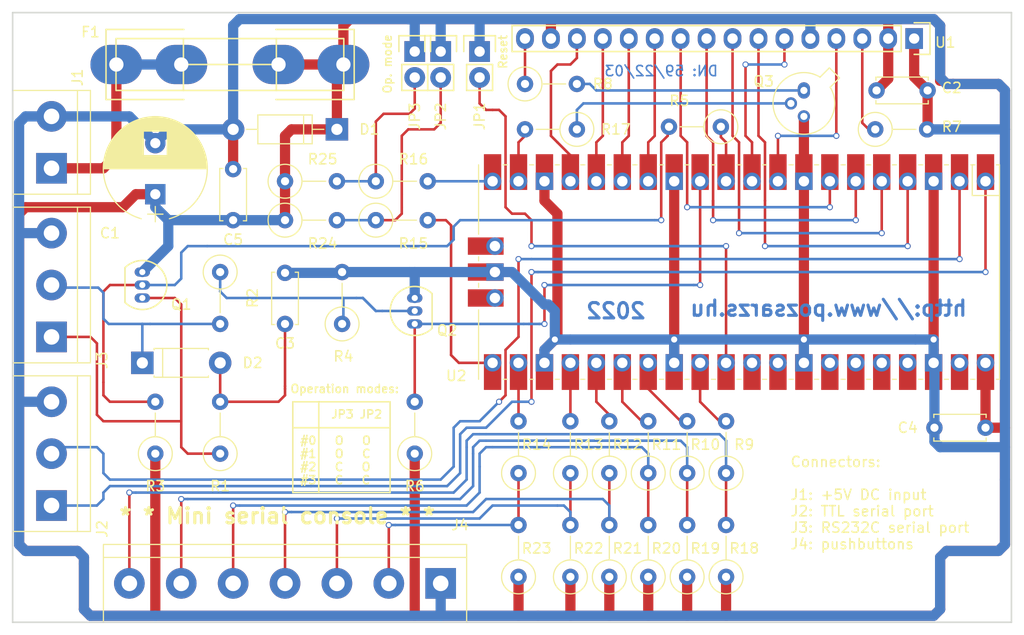
<source format=kicad_pcb>
(kicad_pcb (version 4) (host pcbnew 4.0.5+dfsg1-4+deb9u1)

  (general
    (links 147)
    (no_connects 0)
    (area 90.423429 65.824951 199.390572 131.885)
    (thickness 1.6)
    (drawings 34)
    (tracks 500)
    (zones 0)
    (modules 50)
    (nets 54)
  )

  (page A4)
  (title_block
    (title "Mini serial console")
    (date 2022-09-30)
    (rev 1.0)
    (company "Pozsar Zsolt")
    (comment 1 http://www.pozsarzs.hu)
    (comment 4 "DN: 59/22/03")
  )

  (layers
    (0 F.Cu signal)
    (31 B.Cu signal)
    (32 B.Adhes user hide)
    (33 F.Adhes user hide)
    (34 B.Paste user)
    (35 F.Paste user)
    (36 B.SilkS user)
    (37 F.SilkS user)
    (38 B.Mask user)
    (39 F.Mask user)
    (40 Dwgs.User user)
    (41 Cmts.User user hide)
    (42 Eco1.User user hide)
    (43 Eco2.User user hide)
    (44 Edge.Cuts user)
    (45 Margin user hide)
    (46 B.CrtYd user hide)
    (47 F.CrtYd user hide)
    (48 B.Fab user hide)
    (49 F.Fab user hide)
  )

  (setup
    (last_trace_width 0.25)
    (trace_clearance 0.2)
    (zone_clearance 0.508)
    (zone_45_only no)
    (trace_min 0.2)
    (segment_width 0.2)
    (edge_width 0.15)
    (via_size 0.6)
    (via_drill 0.4)
    (via_min_size 0.4)
    (via_min_drill 0.3)
    (uvia_size 0.3)
    (uvia_drill 0.1)
    (uvias_allowed no)
    (uvia_min_size 0.2)
    (uvia_min_drill 0.1)
    (pcb_text_width 0.3)
    (pcb_text_size 1.5 1.5)
    (mod_edge_width 0.15)
    (mod_text_size 1 1)
    (mod_text_width 0.15)
    (pad_size 3.5 3.5)
    (pad_drill 3.5)
    (pad_to_mask_clearance 0.2)
    (aux_axis_origin 0 0)
    (visible_elements 7FFEFF7F)
    (pcbplotparams
      (layerselection 0x00000_80000000)
      (usegerberextensions false)
      (excludeedgelayer false)
      (linewidth 0.100000)
      (plotframeref true)
      (viasonmask false)
      (mode 1)
      (useauxorigin false)
      (hpglpennumber 1)
      (hpglpenspeed 20)
      (hpglpendiameter 15)
      (hpglpenoverlay 2)
      (psnegative false)
      (psa4output false)
      (plotreference true)
      (plotvalue false)
      (plotinvisibletext false)
      (padsonsilk false)
      (subtractmaskfromsilk false)
      (outputformat 5)
      (mirror true)
      (drillshape 1)
      (scaleselection 1)
      (outputdirectory ""))
  )

  (net 0 "")
  (net 1 +5V)
  (net 2 GND)
  (net 3 /+5V-IN)
  (net 4 "Net-(Q1-Pad2)")
  (net 5 "Net-(Q2-Pad2)")
  (net 6 /RS)
  (net 7 /EN)
  (net 8 /DB0)
  (net 9 /DB1)
  (net 10 /DB2)
  (net 11 /DB3)
  (net 12 /DB4)
  (net 13 /DB5)
  (net 14 /DB6)
  (net 15 /DB7)
  (net 16 "Net-(U2-Pad31)")
  (net 17 "Net-(U2-Pad32)")
  (net 18 "Net-(U2-Pad34)")
  (net 19 "Net-(U2-Pad35)")
  (net 20 "Net-(U2-Pad36)")
  (net 21 "Net-(U2-Pad37)")
  (net 22 "Net-(U2-Pad39)")
  (net 23 "Net-(U2-Pad41)")
  (net 24 "Net-(U2-Pad43)")
  (net 25 "Net-(Q3-Pad2)")
  (net 26 /RXD1)
  (net 27 /BL)
  (net 28 /TXD1)
  (net 29 "Net-(C3-Pad1)")
  (net 30 /RXD1-RS232C)
  (net 31 /TXD0)
  (net 32 /RXD0)
  (net 33 /TXD1-RS232C)
  (net 34 /PB4)
  (net 35 /PB0)
  (net 36 /PB1)
  (net 37 /PB2)
  (net 38 /PB3)
  (net 39 /PB5)
  (net 40 "Net-(JP2-Pad2)")
  (net 41 "Net-(JP3-Pad2)")
  (net 42 "Net-(Q3-Pad1)")
  (net 43 "Net-(R7-Pad1)")
  (net 44 "Net-(R8-Pad1)")
  (net 45 "Net-(R9-Pad2)")
  (net 46 "Net-(R10-Pad2)")
  (net 47 "Net-(R11-Pad2)")
  (net 48 "Net-(R12-Pad2)")
  (net 49 "Net-(R13-Pad2)")
  (net 50 "Net-(R14-Pad2)")
  (net 51 "Net-(R15-Pad2)")
  (net 52 "Net-(R16-Pad2)")
  (net 53 "Net-(JP1-Pad2)")

  (net_class Default "This is the default net class."
    (clearance 0.2)
    (trace_width 0.25)
    (via_dia 0.6)
    (via_drill 0.4)
    (uvia_dia 0.3)
    (uvia_drill 0.1)
    (add_net /BL)
    (add_net /DB0)
    (add_net /DB1)
    (add_net /DB2)
    (add_net /DB3)
    (add_net /DB4)
    (add_net /DB5)
    (add_net /DB6)
    (add_net /DB7)
    (add_net /EN)
    (add_net /PB0)
    (add_net /PB1)
    (add_net /PB2)
    (add_net /PB3)
    (add_net /PB4)
    (add_net /PB5)
    (add_net /RS)
    (add_net /RXD0)
    (add_net /RXD1)
    (add_net /RXD1-RS232C)
    (add_net /TXD0)
    (add_net /TXD1)
    (add_net /TXD1-RS232C)
    (add_net "Net-(C3-Pad1)")
    (add_net "Net-(JP1-Pad2)")
    (add_net "Net-(JP2-Pad2)")
    (add_net "Net-(JP3-Pad2)")
    (add_net "Net-(Q1-Pad2)")
    (add_net "Net-(Q2-Pad2)")
    (add_net "Net-(Q3-Pad1)")
    (add_net "Net-(Q3-Pad2)")
    (add_net "Net-(R10-Pad2)")
    (add_net "Net-(R11-Pad2)")
    (add_net "Net-(R12-Pad2)")
    (add_net "Net-(R13-Pad2)")
    (add_net "Net-(R14-Pad2)")
    (add_net "Net-(R15-Pad2)")
    (add_net "Net-(R16-Pad2)")
    (add_net "Net-(R7-Pad1)")
    (add_net "Net-(R8-Pad1)")
    (add_net "Net-(R9-Pad2)")
    (add_net "Net-(U2-Pad31)")
    (add_net "Net-(U2-Pad32)")
    (add_net "Net-(U2-Pad34)")
    (add_net "Net-(U2-Pad35)")
    (add_net "Net-(U2-Pad36)")
    (add_net "Net-(U2-Pad37)")
    (add_net "Net-(U2-Pad39)")
    (add_net "Net-(U2-Pad41)")
    (add_net "Net-(U2-Pad43)")
  )

  (net_class Thick ""
    (clearance 0.2)
    (trace_width 1)
    (via_dia 0.8)
    (via_drill 0.6)
    (uvia_dia 0.6)
    (uvia_drill 0.3)
    (add_net +5V)
    (add_net /+5V-IN)
    (add_net GND)
  )

  (module Mounting_Holes:MountingHole_3.5mm (layer F.Cu) (tedit 635046C9) (tstamp 635021E7)
    (at 120.65 110.49 180)
    (descr "Mounting Hole 3.5mm, no annular")
    (tags "mounting hole 3.5mm no annular")
    (fp_text reference MH5 (at 0 -3.81 180) (layer F.SilkS) hide
      (effects (font (size 1 1) (thickness 0.15)))
    )
    (fp_text value MountingHole_3.5mm (at 0 4.5 180) (layer F.Fab) hide
      (effects (font (size 1 1) (thickness 0.15)))
    )
    (fp_circle (center 0 0) (end 3.5 0) (layer Cmts.User) (width 0.15))
    (fp_circle (center 0 0) (end 3.75 0) (layer F.CrtYd) (width 0.05))
    (pad "" np_thru_hole circle (at 0 0 180) (size 3.5 3.5) (drill 3.5) (layers *.Cu *.Mask Dwgs.User))
  )

  (module MCU_RaspberryPi_and_Boards:RPi_Pico_SMD_TH (layer F.Cu) (tedit 6337FE2C) (tstamp 6334A08E)
    (at 167.132 94.234 270)
    (descr "Through hole straight pin header, 2x20, 2.54mm pitch, double rows")
    (tags "Through hole pin header THT 2x20 2.54mm double row")
    (path /62E3E96B)
    (fp_text reference U2 (at 10.16 27.686 360) (layer F.SilkS)
      (effects (font (size 1 1) (thickness 0.15)))
    )
    (fp_text value "Raspberry Pi Pico" (at 0 2.159 270) (layer F.Fab)
      (effects (font (size 1 1) (thickness 0.15)))
    )
    (fp_line (start 1.1 25.5) (end 1.5 25.5) (layer F.SilkS) (width 0.12))
    (fp_line (start -1.5 25.5) (end -1.1 25.5) (layer F.SilkS) (width 0.12))
    (fp_line (start 10.5 25.5) (end 3.7 25.5) (layer F.SilkS) (width 0.12))
    (fp_line (start 10.5 15.1) (end 10.5 15.5) (layer F.SilkS) (width 0.12))
    (fp_line (start 10.5 7.4) (end 10.5 7.8) (layer F.SilkS) (width 0.12))
    (fp_line (start 10.5 -18) (end 10.5 -17.6) (layer F.SilkS) (width 0.12))
    (fp_line (start 10.5 -25.5) (end 10.5 -25.2) (layer F.SilkS) (width 0.12))
    (fp_line (start 10.5 -2.7) (end 10.5 -2.3) (layer F.SilkS) (width 0.12))
    (fp_line (start 10.5 12.5) (end 10.5 12.9) (layer F.SilkS) (width 0.12))
    (fp_line (start 10.5 -7.8) (end 10.5 -7.4) (layer F.SilkS) (width 0.12))
    (fp_line (start 10.5 -12.9) (end 10.5 -12.5) (layer F.SilkS) (width 0.12))
    (fp_line (start 10.5 -0.2) (end 10.5 0.2) (layer F.SilkS) (width 0.12))
    (fp_line (start 10.5 4.9) (end 10.5 5.3) (layer F.SilkS) (width 0.12))
    (fp_line (start 10.5 20.1) (end 10.5 20.5) (layer F.SilkS) (width 0.12))
    (fp_line (start 10.5 22.7) (end 10.5 23.1) (layer F.SilkS) (width 0.12))
    (fp_line (start 10.5 17.6) (end 10.5 18) (layer F.SilkS) (width 0.12))
    (fp_line (start 10.5 -15.4) (end 10.5 -15) (layer F.SilkS) (width 0.12))
    (fp_line (start 10.5 -23.1) (end 10.5 -22.7) (layer F.SilkS) (width 0.12))
    (fp_line (start 10.5 -20.5) (end 10.5 -20.1) (layer F.SilkS) (width 0.12))
    (fp_line (start 10.5 10) (end 10.5 10.4) (layer F.SilkS) (width 0.12))
    (fp_line (start 10.5 2.3) (end 10.5 2.7) (layer F.SilkS) (width 0.12))
    (fp_line (start 10.5 -5.3) (end 10.5 -4.9) (layer F.SilkS) (width 0.12))
    (fp_line (start 10.5 -10.4) (end 10.5 -10) (layer F.SilkS) (width 0.12))
    (fp_line (start -10.5 22.7) (end -10.5 23.1) (layer F.SilkS) (width 0.12))
    (fp_line (start -10.5 20.1) (end -10.5 20.5) (layer F.SilkS) (width 0.12))
    (fp_line (start -10.5 17.6) (end -10.5 18) (layer F.SilkS) (width 0.12))
    (fp_line (start -10.5 15.1) (end -10.5 15.5) (layer F.SilkS) (width 0.12))
    (fp_line (start -10.5 12.5) (end -10.5 12.9) (layer F.SilkS) (width 0.12))
    (fp_line (start -10.5 10) (end -10.5 10.4) (layer F.SilkS) (width 0.12))
    (fp_line (start -10.5 7.4) (end -10.5 7.8) (layer F.SilkS) (width 0.12))
    (fp_line (start -10.5 4.9) (end -10.5 5.3) (layer F.SilkS) (width 0.12))
    (fp_line (start -10.5 2.3) (end -10.5 2.7) (layer F.SilkS) (width 0.12))
    (fp_line (start -10.5 -0.2) (end -10.5 0.2) (layer F.SilkS) (width 0.12))
    (fp_line (start -10.5 -2.7) (end -10.5 -2.3) (layer F.SilkS) (width 0.12))
    (fp_line (start -10.5 -5.3) (end -10.5 -4.9) (layer F.SilkS) (width 0.12))
    (fp_line (start -10.5 -7.8) (end -10.5 -7.4) (layer F.SilkS) (width 0.12))
    (fp_line (start -10.5 -10.4) (end -10.5 -10) (layer F.SilkS) (width 0.12))
    (fp_line (start -10.5 -12.9) (end -10.5 -12.5) (layer F.SilkS) (width 0.12))
    (fp_line (start -10.5 -15.4) (end -10.5 -15) (layer F.SilkS) (width 0.12))
    (fp_line (start -10.5 -18) (end -10.5 -17.6) (layer F.SilkS) (width 0.12))
    (fp_line (start -10.5 -20.5) (end -10.5 -20.1) (layer F.SilkS) (width 0.12))
    (fp_line (start -10.5 -23.1) (end -10.5 -22.7) (layer F.SilkS) (width 0.12))
    (fp_line (start -10.5 -25.5) (end -10.5 -25.2) (layer F.SilkS) (width 0.12))
    (fp_line (start -7.493 -22.833) (end -7.493 -25.5) (layer F.SilkS) (width 0.12))
    (fp_line (start -10.5 -22.833) (end -7.493 -22.833) (layer F.SilkS) (width 0.12))
    (fp_line (start -3.7 25.5) (end -10.5 25.5) (layer F.SilkS) (width 0.12))
    (fp_line (start -10.5 -25.5) (end 10.5 -25.5) (layer F.SilkS) (width 0.12))
    (fp_line (start -11 26) (end -11 -26) (layer F.CrtYd) (width 0.12))
    (fp_line (start 11 26) (end -11 26) (layer F.CrtYd) (width 0.12))
    (fp_line (start 11 -26) (end 11 26) (layer F.CrtYd) (width 0.12))
    (fp_line (start -11 -26) (end 11 -26) (layer F.CrtYd) (width 0.12))
    (fp_line (start -10.5 -24.2) (end -9.2 -25.5) (layer F.Fab) (width 0.12))
    (fp_line (start -10.5 25.5) (end -10.5 -25.5) (layer F.Fab) (width 0.12))
    (fp_line (start 10.5 25.5) (end -10.5 25.5) (layer F.Fab) (width 0.12))
    (fp_line (start 10.5 -25.5) (end 10.5 25.5) (layer F.Fab) (width 0.12))
    (fp_line (start -10.5 -25.5) (end 10.5 -25.5) (layer F.Fab) (width 0.12))
    (fp_text user %R (at 0 0 450) (layer F.Fab)
      (effects (font (size 1 1) (thickness 0.15)))
    )
    (fp_text user GP1 (at -12.9 -21.6 360) (layer F.SilkS) hide
      (effects (font (size 0.8 0.8) (thickness 0.15)))
    )
    (fp_text user GP2 (at -12.9 -16.51 360) (layer F.SilkS) hide
      (effects (font (size 0.8 0.8) (thickness 0.15)))
    )
    (fp_text user GP0 (at -12.8 -24.13 360) (layer F.SilkS) hide
      (effects (font (size 0.8 0.8) (thickness 0.15)))
    )
    (fp_text user GP3 (at -12.8 -13.97 360) (layer F.SilkS) hide
      (effects (font (size 0.8 0.8) (thickness 0.15)))
    )
    (fp_text user GP4 (at -12.8 -11.43 360) (layer F.SilkS) hide
      (effects (font (size 0.8 0.8) (thickness 0.15)))
    )
    (fp_text user GP5 (at -12.8 -8.89 360) (layer F.SilkS) hide
      (effects (font (size 0.8 0.8) (thickness 0.15)))
    )
    (fp_text user GP6 (at -12.8 -3.81 360) (layer F.SilkS) hide
      (effects (font (size 0.8 0.8) (thickness 0.15)))
    )
    (fp_text user GP7 (at -12.7 -1.3 360) (layer F.SilkS) hide
      (effects (font (size 0.8 0.8) (thickness 0.15)))
    )
    (fp_text user GP8 (at -12.8 1.27 360) (layer F.SilkS) hide
      (effects (font (size 0.8 0.8) (thickness 0.15)))
    )
    (fp_text user GP9 (at -12.8 3.81 360) (layer F.SilkS) hide
      (effects (font (size 0.8 0.8) (thickness 0.15)))
    )
    (fp_text user GP10 (at -13.054 8.89 360) (layer F.SilkS) hide
      (effects (font (size 0.8 0.8) (thickness 0.15)))
    )
    (fp_text user GP11 (at -13.2 11.43 360) (layer F.SilkS) hide
      (effects (font (size 0.8 0.8) (thickness 0.15)))
    )
    (fp_text user GP12 (at -13.2 13.97 360) (layer F.SilkS) hide
      (effects (font (size 0.8 0.8) (thickness 0.15)))
    )
    (fp_text user GP13 (at -13.054 16.51 360) (layer F.SilkS) hide
      (effects (font (size 0.8 0.8) (thickness 0.15)))
    )
    (fp_text user GP14 (at -13.1 21.59 360) (layer F.SilkS) hide
      (effects (font (size 0.8 0.8) (thickness 0.15)))
    )
    (fp_text user GP15 (at -13.054 24.13 360) (layer F.SilkS) hide
      (effects (font (size 0.8 0.8) (thickness 0.15)))
    )
    (fp_text user GP16 (at 13.054 24.13 360) (layer F.SilkS) hide
      (effects (font (size 0.8 0.8) (thickness 0.15)))
    )
    (fp_text user GP17 (at 13.054 21.59 360) (layer F.SilkS) hide
      (effects (font (size 0.8 0.8) (thickness 0.15)))
    )
    (fp_text user GP18 (at 13.054 16.51 360) (layer F.SilkS) hide
      (effects (font (size 0.8 0.8) (thickness 0.15)))
    )
    (fp_text user GP19 (at 13.054 13.97 360) (layer F.SilkS) hide
      (effects (font (size 0.8 0.8) (thickness 0.15)))
    )
    (fp_text user GP20 (at 13.054 11.43 360) (layer F.SilkS) hide
      (effects (font (size 0.8 0.8) (thickness 0.15)))
    )
    (fp_text user GP21 (at 13.054 8.9 360) (layer F.SilkS) hide
      (effects (font (size 0.8 0.8) (thickness 0.15)))
    )
    (fp_text user GP22 (at 13.054 3.81 360) (layer F.SilkS) hide
      (effects (font (size 0.8 0.8) (thickness 0.15)))
    )
    (fp_text user RUN (at 13 1.27 360) (layer F.SilkS) hide
      (effects (font (size 0.8 0.8) (thickness 0.15)))
    )
    (fp_text user GP26 (at 13.054 -1.27 360) (layer F.SilkS) hide
      (effects (font (size 0.8 0.8) (thickness 0.15)))
    )
    (fp_text user GP27 (at 13.054 -3.8 360) (layer F.SilkS) hide
      (effects (font (size 0.8 0.8) (thickness 0.15)))
    )
    (fp_text user GP28 (at 13.054 -9.144 360) (layer F.SilkS) hide
      (effects (font (size 0.8 0.8) (thickness 0.15)))
    )
    (fp_text user ADC_VREF (at 14 -12.5 360) (layer F.SilkS) hide
      (effects (font (size 0.8 0.8) (thickness 0.15)))
    )
    (fp_text user 3V3 (at 12.9 -13.9 360) (layer F.SilkS) hide
      (effects (font (size 0.8 0.8) (thickness 0.15)))
    )
    (fp_text user 3V3_EN (at 13.7 -17.2 360) (layer F.SilkS) hide
      (effects (font (size 0.8 0.8) (thickness 0.15)))
    )
    (fp_text user VSYS (at 13.2 -21.59 360) (layer F.SilkS) hide
      (effects (font (size 0.8 0.8) (thickness 0.15)))
    )
    (fp_text user VBUS (at 13.3 -24.2 360) (layer F.SilkS) hide
      (effects (font (size 0.8 0.8) (thickness 0.15)))
    )
    (fp_text user GND (at -12.8 -19.05 360) (layer F.SilkS) hide
      (effects (font (size 0.8 0.8) (thickness 0.15)))
    )
    (fp_text user GND (at -12.8 -6.35 360) (layer F.SilkS) hide
      (effects (font (size 0.8 0.8) (thickness 0.15)))
    )
    (fp_text user GND (at -12.8 6.35 360) (layer F.SilkS) hide
      (effects (font (size 0.8 0.8) (thickness 0.15)))
    )
    (fp_text user GND (at -12.8 19.05 360) (layer F.SilkS) hide
      (effects (font (size 0.8 0.8) (thickness 0.15)))
    )
    (fp_text user GND (at 12.8 19.05 360) (layer F.SilkS) hide
      (effects (font (size 0.8 0.8) (thickness 0.15)))
    )
    (fp_text user GND (at 12.8 6.35 360) (layer F.SilkS) hide
      (effects (font (size 0.8 0.8) (thickness 0.15)))
    )
    (fp_text user GND (at 12.8 -19.05 360) (layer F.SilkS) hide
      (effects (font (size 0.8 0.8) (thickness 0.15)))
    )
    (fp_text user AGND (at 13.054 -6.35 360) (layer F.SilkS) hide
      (effects (font (size 0.8 0.8) (thickness 0.15)))
    )
    (fp_text user SWCLK (at -5.7 26.2 270) (layer F.SilkS) hide
      (effects (font (size 0.8 0.8) (thickness 0.15)))
    )
    (fp_text user SWDIO (at 5.6 26.2 270) (layer F.SilkS) hide
      (effects (font (size 0.8 0.8) (thickness 0.15)))
    )
    (pad 1 thru_hole oval (at -8.89 -24.13 270) (size 1.7 1.7) (drill 1.02) (layers *.Cu *.Mask)
      (net 31 /TXD0))
    (pad 2 thru_hole oval (at -8.89 -21.59 270) (size 1.7 1.7) (drill 1.02) (layers *.Cu *.Mask)
      (net 32 /RXD0))
    (pad 3 thru_hole rect (at -8.89 -19.05 270) (size 1.7 1.7) (drill 1.02) (layers *.Cu *.Mask)
      (net 2 GND))
    (pad 4 thru_hole oval (at -8.89 -16.51 270) (size 1.7 1.7) (drill 1.02) (layers *.Cu *.Mask)
      (net 8 /DB0))
    (pad 5 thru_hole oval (at -8.89 -13.97 270) (size 1.7 1.7) (drill 1.02) (layers *.Cu *.Mask)
      (net 9 /DB1))
    (pad 6 thru_hole oval (at -8.89 -11.43 270) (size 1.7 1.7) (drill 1.02) (layers *.Cu *.Mask)
      (net 10 /DB2))
    (pad 7 thru_hole oval (at -8.89 -8.89 270) (size 1.7 1.7) (drill 1.02) (layers *.Cu *.Mask)
      (net 11 /DB3))
    (pad 8 thru_hole rect (at -8.89 -6.35 270) (size 1.7 1.7) (drill 1.02) (layers *.Cu *.Mask)
      (net 2 GND))
    (pad 9 thru_hole oval (at -8.89 -3.81 270) (size 1.7 1.7) (drill 1.02) (layers *.Cu *.Mask)
      (net 6 /RS))
    (pad 10 thru_hole oval (at -8.89 -1.27 270) (size 1.7 1.7) (drill 1.02) (layers *.Cu *.Mask)
      (net 7 /EN))
    (pad 11 thru_hole oval (at -8.89 1.27 270) (size 1.7 1.7) (drill 1.02) (layers *.Cu *.Mask)
      (net 28 /TXD1))
    (pad 12 thru_hole oval (at -8.89 3.81 270) (size 1.7 1.7) (drill 1.02) (layers *.Cu *.Mask)
      (net 26 /RXD1))
    (pad 13 thru_hole rect (at -8.89 6.35 270) (size 1.7 1.7) (drill 1.02) (layers *.Cu *.Mask)
      (net 2 GND))
    (pad 14 thru_hole oval (at -8.89 8.89 270) (size 1.7 1.7) (drill 1.02) (layers *.Cu *.Mask)
      (net 12 /DB4))
    (pad 15 thru_hole oval (at -8.89 11.43 270) (size 1.7 1.7) (drill 1.02) (layers *.Cu *.Mask)
      (net 13 /DB5))
    (pad 16 thru_hole oval (at -8.89 13.97 270) (size 1.7 1.7) (drill 1.02) (layers *.Cu *.Mask)
      (net 14 /DB6))
    (pad 17 thru_hole oval (at -8.89 16.51 270) (size 1.7 1.7) (drill 1.02) (layers *.Cu *.Mask)
      (net 15 /DB7))
    (pad 18 thru_hole rect (at -8.89 19.05 270) (size 1.7 1.7) (drill 1.02) (layers *.Cu *.Mask)
      (net 2 GND))
    (pad 19 thru_hole oval (at -8.89 21.59 270) (size 1.7 1.7) (drill 1.02) (layers *.Cu *.Mask)
      (net 27 /BL))
    (pad 20 thru_hole oval (at -8.89 24.13 270) (size 1.7 1.7) (drill 1.02) (layers *.Cu *.Mask)
      (net 52 "Net-(R16-Pad2)"))
    (pad 21 thru_hole oval (at 8.89 24.13 270) (size 1.7 1.7) (drill 1.02) (layers *.Cu *.Mask)
      (net 51 "Net-(R15-Pad2)"))
    (pad 22 thru_hole oval (at 8.89 21.59 270) (size 1.7 1.7) (drill 1.02) (layers *.Cu *.Mask)
      (net 50 "Net-(R14-Pad2)"))
    (pad 23 thru_hole rect (at 8.89 19.05 270) (size 1.7 1.7) (drill 1.02) (layers *.Cu *.Mask)
      (net 2 GND))
    (pad 24 thru_hole oval (at 8.89 16.51 270) (size 1.7 1.7) (drill 1.02) (layers *.Cu *.Mask)
      (net 49 "Net-(R13-Pad2)"))
    (pad 25 thru_hole oval (at 8.89 13.97 270) (size 1.7 1.7) (drill 1.02) (layers *.Cu *.Mask)
      (net 48 "Net-(R12-Pad2)"))
    (pad 26 thru_hole oval (at 8.89 11.43 270) (size 1.7 1.7) (drill 1.02) (layers *.Cu *.Mask)
      (net 47 "Net-(R11-Pad2)"))
    (pad 27 thru_hole oval (at 8.89 8.89 270) (size 1.7 1.7) (drill 1.02) (layers *.Cu *.Mask)
      (net 46 "Net-(R10-Pad2)"))
    (pad 28 thru_hole rect (at 8.89 6.35 270) (size 1.7 1.7) (drill 1.02) (layers *.Cu *.Mask)
      (net 2 GND))
    (pad 29 thru_hole oval (at 8.89 3.81 270) (size 1.7 1.7) (drill 1.02) (layers *.Cu *.Mask)
      (net 45 "Net-(R9-Pad2)"))
    (pad 30 thru_hole oval (at 8.89 1.27 270) (size 1.7 1.7) (drill 1.02) (layers *.Cu *.Mask)
      (net 53 "Net-(JP1-Pad2)"))
    (pad 31 thru_hole oval (at 8.89 -1.27 270) (size 1.7 1.7) (drill 1.02) (layers *.Cu *.Mask)
      (net 16 "Net-(U2-Pad31)"))
    (pad 32 thru_hole oval (at 8.89 -3.81 270) (size 1.7 1.7) (drill 1.02) (layers *.Cu *.Mask)
      (net 17 "Net-(U2-Pad32)"))
    (pad 33 thru_hole rect (at 8.89 -6.35 270) (size 1.7 1.7) (drill 1.02) (layers *.Cu *.Mask)
      (net 2 GND))
    (pad 34 thru_hole oval (at 8.89 -8.89 270) (size 1.7 1.7) (drill 1.02) (layers *.Cu *.Mask)
      (net 18 "Net-(U2-Pad34)"))
    (pad 35 thru_hole oval (at 8.89 -11.43 270) (size 1.7 1.7) (drill 1.02) (layers *.Cu *.Mask)
      (net 19 "Net-(U2-Pad35)"))
    (pad 36 thru_hole oval (at 8.89 -13.97 270) (size 1.7 1.7) (drill 1.02) (layers *.Cu *.Mask)
      (net 20 "Net-(U2-Pad36)"))
    (pad 37 thru_hole oval (at 8.89 -16.51 270) (size 1.7 1.7) (drill 1.02) (layers *.Cu *.Mask)
      (net 21 "Net-(U2-Pad37)"))
    (pad 38 thru_hole rect (at 8.89 -19.05 270) (size 1.7 1.7) (drill 1.02) (layers *.Cu *.Mask)
      (net 2 GND))
    (pad 39 thru_hole oval (at 8.89 -21.59 270) (size 1.7 1.7) (drill 1.02) (layers *.Cu *.Mask)
      (net 22 "Net-(U2-Pad39)"))
    (pad 40 thru_hole oval (at 8.89 -24.13 270) (size 1.7 1.7) (drill 1.02) (layers *.Cu *.Mask)
      (net 1 +5V))
    (pad 1 smd rect (at -8.89 -24.13 270) (size 3.5 1.7) (drill (offset -0.9 0)) (layers F.Cu F.Mask)
      (net 31 /TXD0))
    (pad 2 smd rect (at -8.89 -21.59 270) (size 3.5 1.7) (drill (offset -0.9 0)) (layers F.Cu F.Mask)
      (net 32 /RXD0))
    (pad 3 smd rect (at -8.89 -19.05 270) (size 3.5 1.7) (drill (offset -0.9 0)) (layers F.Cu F.Mask)
      (net 2 GND))
    (pad 4 smd rect (at -8.89 -16.51 270) (size 3.5 1.7) (drill (offset -0.9 0)) (layers F.Cu F.Mask)
      (net 8 /DB0))
    (pad 5 smd rect (at -8.89 -13.97 270) (size 3.5 1.7) (drill (offset -0.9 0)) (layers F.Cu F.Mask)
      (net 9 /DB1))
    (pad 6 smd rect (at -8.89 -11.43 270) (size 3.5 1.7) (drill (offset -0.9 0)) (layers F.Cu F.Mask)
      (net 10 /DB2))
    (pad 7 smd rect (at -8.89 -8.89 270) (size 3.5 1.7) (drill (offset -0.9 0)) (layers F.Cu F.Mask)
      (net 11 /DB3))
    (pad 8 smd rect (at -8.89 -6.35 270) (size 3.5 1.7) (drill (offset -0.9 0)) (layers F.Cu F.Mask)
      (net 2 GND))
    (pad 9 smd rect (at -8.89 -3.81 270) (size 3.5 1.7) (drill (offset -0.9 0)) (layers F.Cu F.Mask)
      (net 6 /RS))
    (pad 10 smd rect (at -8.89 -1.27 270) (size 3.5 1.7) (drill (offset -0.9 0)) (layers F.Cu F.Mask)
      (net 7 /EN))
    (pad 11 smd rect (at -8.89 1.27 270) (size 3.5 1.7) (drill (offset -0.9 0)) (layers F.Cu F.Mask)
      (net 28 /TXD1))
    (pad 12 smd rect (at -8.89 3.81 270) (size 3.5 1.7) (drill (offset -0.9 0)) (layers F.Cu F.Mask)
      (net 26 /RXD1))
    (pad 13 smd rect (at -8.89 6.35 270) (size 3.5 1.7) (drill (offset -0.9 0)) (layers F.Cu F.Mask)
      (net 2 GND))
    (pad 14 smd rect (at -8.89 8.89 270) (size 3.5 1.7) (drill (offset -0.9 0)) (layers F.Cu F.Mask)
      (net 12 /DB4))
    (pad 15 smd rect (at -8.89 11.43 270) (size 3.5 1.7) (drill (offset -0.9 0)) (layers F.Cu F.Mask)
      (net 13 /DB5))
    (pad 16 smd rect (at -8.89 13.97 270) (size 3.5 1.7) (drill (offset -0.9 0)) (layers F.Cu F.Mask)
      (net 14 /DB6))
    (pad 17 smd rect (at -8.89 16.51 270) (size 3.5 1.7) (drill (offset -0.9 0)) (layers F.Cu F.Mask)
      (net 15 /DB7))
    (pad 18 smd rect (at -8.89 19.05 270) (size 3.5 1.7) (drill (offset -0.9 0)) (layers F.Cu F.Mask)
      (net 2 GND))
    (pad 19 smd rect (at -8.89 21.59 270) (size 3.5 1.7) (drill (offset -0.9 0)) (layers F.Cu F.Mask)
      (net 27 /BL))
    (pad 20 smd rect (at -8.89 24.13 270) (size 3.5 1.7) (drill (offset -0.9 0)) (layers F.Cu F.Mask)
      (net 52 "Net-(R16-Pad2)"))
    (pad 40 smd rect (at 8.89 -24.13 270) (size 3.5 1.7) (drill (offset 0.9 0)) (layers F.Cu F.Mask)
      (net 1 +5V))
    (pad 39 smd rect (at 8.89 -21.59 270) (size 3.5 1.7) (drill (offset 0.9 0)) (layers F.Cu F.Mask)
      (net 22 "Net-(U2-Pad39)"))
    (pad 38 smd rect (at 8.89 -19.05 270) (size 3.5 1.7) (drill (offset 0.9 0)) (layers F.Cu F.Mask)
      (net 2 GND))
    (pad 37 smd rect (at 8.89 -16.51 270) (size 3.5 1.7) (drill (offset 0.9 0)) (layers F.Cu F.Mask)
      (net 21 "Net-(U2-Pad37)"))
    (pad 36 smd rect (at 8.89 -13.97 270) (size 3.5 1.7) (drill (offset 0.9 0)) (layers F.Cu F.Mask)
      (net 20 "Net-(U2-Pad36)"))
    (pad 35 smd rect (at 8.89 -11.43 270) (size 3.5 1.7) (drill (offset 0.9 0)) (layers F.Cu F.Mask)
      (net 19 "Net-(U2-Pad35)"))
    (pad 34 smd rect (at 8.89 -8.89 270) (size 3.5 1.7) (drill (offset 0.9 0)) (layers F.Cu F.Mask)
      (net 18 "Net-(U2-Pad34)"))
    (pad 33 smd rect (at 8.89 -6.35 270) (size 3.5 1.7) (drill (offset 0.9 0)) (layers F.Cu F.Mask)
      (net 2 GND))
    (pad 32 smd rect (at 8.89 -3.81 270) (size 3.5 1.7) (drill (offset 0.9 0)) (layers F.Cu F.Mask)
      (net 17 "Net-(U2-Pad32)"))
    (pad 31 smd rect (at 8.89 -1.27 270) (size 3.5 1.7) (drill (offset 0.9 0)) (layers F.Cu F.Mask)
      (net 16 "Net-(U2-Pad31)"))
    (pad 30 smd rect (at 8.89 1.27 270) (size 3.5 1.7) (drill (offset 0.9 0)) (layers F.Cu F.Mask)
      (net 53 "Net-(JP1-Pad2)"))
    (pad 29 smd rect (at 8.89 3.81 270) (size 3.5 1.7) (drill (offset 0.9 0)) (layers F.Cu F.Mask)
      (net 45 "Net-(R9-Pad2)"))
    (pad 28 smd rect (at 8.89 6.35 270) (size 3.5 1.7) (drill (offset 0.9 0)) (layers F.Cu F.Mask)
      (net 2 GND))
    (pad 27 smd rect (at 8.89 8.89 270) (size 3.5 1.7) (drill (offset 0.9 0)) (layers F.Cu F.Mask)
      (net 46 "Net-(R10-Pad2)"))
    (pad 26 smd rect (at 8.89 11.43 270) (size 3.5 1.7) (drill (offset 0.9 0)) (layers F.Cu F.Mask)
      (net 47 "Net-(R11-Pad2)"))
    (pad 25 smd rect (at 8.89 13.97 270) (size 3.5 1.7) (drill (offset 0.9 0)) (layers F.Cu F.Mask)
      (net 48 "Net-(R12-Pad2)"))
    (pad 24 smd rect (at 8.89 16.51 270) (size 3.5 1.7) (drill (offset 0.9 0)) (layers F.Cu F.Mask)
      (net 49 "Net-(R13-Pad2)"))
    (pad 23 smd rect (at 8.89 19.05 270) (size 3.5 1.7) (drill (offset 0.9 0)) (layers F.Cu F.Mask)
      (net 2 GND))
    (pad 22 smd rect (at 8.89 21.59 270) (size 3.5 1.7) (drill (offset 0.9 0)) (layers F.Cu F.Mask)
      (net 50 "Net-(R14-Pad2)"))
    (pad 21 smd rect (at 8.89 24.13 270) (size 3.5 1.7) (drill (offset 0.9 0)) (layers F.Cu F.Mask)
      (net 51 "Net-(R15-Pad2)"))
    (pad 41 smd rect (at -2.54 23.9) (size 3.5 1.7) (drill (offset -0.9 0)) (layers F.Cu F.Mask)
      (net 23 "Net-(U2-Pad41)"))
    (pad 41 thru_hole oval (at -2.54 23.9 270) (size 1.7 1.7) (drill 1.02) (layers *.Cu *.Mask)
      (net 23 "Net-(U2-Pad41)"))
    (pad 42 smd rect (at 0 23.9) (size 3.5 1.7) (drill (offset -0.9 0)) (layers F.Cu F.Mask)
      (net 2 GND))
    (pad 42 thru_hole rect (at 0 23.9 270) (size 1.7 1.7) (drill 1.02) (layers *.Cu *.Mask)
      (net 2 GND))
    (pad 43 smd rect (at 2.54 23.9) (size 3.5 1.7) (drill (offset -0.9 0)) (layers F.Cu F.Mask)
      (net 24 "Net-(U2-Pad43)"))
    (pad 43 thru_hole oval (at 2.54 23.9 270) (size 1.7 1.7) (drill 1.02) (layers *.Cu *.Mask)
      (net 24 "Net-(U2-Pad43)"))
  )

  (module Resistors_THT:R_Axial_DIN0309_L9.0mm_D3.2mm_P5.08mm_Vertical (layer F.Cu) (tedit 6337F123) (tstamp 63373E31)
    (at 146.177 75.819)
    (descr "Resistor, Axial_DIN0309 series, Axial, Vertical, pin pitch=5.08mm, 0.5W = 1/2W, length*diameter=9*3.2mm^2, http://cdn-reichelt.de/documents/datenblatt/B400/1_4W%23YAG.pdf")
    (tags "Resistor Axial_DIN0309 series Axial Vertical pin pitch 5.08mm 0.5W = 1/2W length 9mm diameter 3.2mm")
    (path /633624CF)
    (fp_text reference R8 (at 7.62 0) (layer F.SilkS)
      (effects (font (size 1 1) (thickness 0.15)))
    )
    (fp_text value 560 (at 2.54 2.66) (layer F.Fab)
      (effects (font (size 1 1) (thickness 0.15)))
    )
    (fp_circle (center 0 0) (end 1.6 0) (layer F.Fab) (width 0.1))
    (fp_circle (center 0 0) (end 1.66 0) (layer F.SilkS) (width 0.12))
    (fp_line (start 0 0) (end 5.08 0) (layer F.Fab) (width 0.1))
    (fp_line (start 1.66 0) (end 3.98 0) (layer F.SilkS) (width 0.12))
    (fp_line (start -1.95 -1.95) (end -1.95 1.95) (layer F.CrtYd) (width 0.05))
    (fp_line (start -1.95 1.95) (end 6.2 1.95) (layer F.CrtYd) (width 0.05))
    (fp_line (start 6.2 1.95) (end 6.2 -1.95) (layer F.CrtYd) (width 0.05))
    (fp_line (start 6.2 -1.95) (end -1.95 -1.95) (layer F.CrtYd) (width 0.05))
    (pad 1 thru_hole circle (at 0 0) (size 1.6 1.6) (drill 0.8) (layers *.Cu *.Mask)
      (net 44 "Net-(R8-Pad1)"))
    (pad 2 thru_hole oval (at 5.08 0) (size 1.6 1.6) (drill 0.8) (layers *.Cu *.Mask)
      (net 42 "Net-(Q3-Pad1)"))
    (model ${KISYS3DMOD}/Resistors_THT.3dshapes/R_Axial_DIN0309_L9.0mm_D3.2mm_P5.08mm_Vertical.wrl
      (at (xyz 0 0 0))
      (scale (xyz 0.393701 0.393701 0.393701))
      (rotate (xyz 0 0 0))
    )
  )

  (module Connectors:bornier3 (layer F.Cu) (tedit 634EE990) (tstamp 6336B0A1)
    (at 99.822 100.584 90)
    (descr "Bornier d'alimentation 3 pins")
    (tags DEV)
    (path /6336D248)
    (fp_text reference J3 (at -2.286 4.953 90) (layer F.SilkS)
      (effects (font (size 1 1) (thickness 0.15)))
    )
    (fp_text value Screw_Terminal_1x03 (at 5.08 5.08 90) (layer F.Fab)
      (effects (font (size 1 1) (thickness 0.15)))
    )
    (fp_line (start -2.47 2.55) (end 12.63 2.55) (layer F.Fab) (width 0.1))
    (fp_line (start -2.47 -3.75) (end 12.63 -3.75) (layer F.Fab) (width 0.1))
    (fp_line (start 12.63 -3.75) (end 12.63 3.75) (layer F.Fab) (width 0.1))
    (fp_line (start 12.63 3.75) (end -2.47 3.75) (layer F.Fab) (width 0.1))
    (fp_line (start -2.47 3.75) (end -2.47 -3.75) (layer F.Fab) (width 0.1))
    (fp_line (start -2.54 3.81) (end -2.54 -3.81) (layer F.SilkS) (width 0.12))
    (fp_line (start 12.7 3.81) (end 12.7 -3.81) (layer F.SilkS) (width 0.12))
    (fp_line (start -2.54 2.54) (end 12.7 2.54) (layer F.SilkS) (width 0.12))
    (fp_line (start -2.54 -3.81) (end 12.7 -3.81) (layer F.SilkS) (width 0.12))
    (fp_line (start -2.54 3.81) (end 12.7 3.81) (layer F.SilkS) (width 0.12))
    (fp_line (start -2.72 -4) (end 12.88 -4) (layer F.CrtYd) (width 0.05))
    (fp_line (start -2.72 -4) (end -2.72 4) (layer F.CrtYd) (width 0.05))
    (fp_line (start 12.88 4) (end 12.88 -4) (layer F.CrtYd) (width 0.05))
    (fp_line (start 12.88 4) (end -2.72 4) (layer F.CrtYd) (width 0.05))
    (pad 1 thru_hole rect (at 0 0 90) (size 3 3) (drill 1.52) (layers *.Cu *.Mask)
      (net 33 /TXD1-RS232C))
    (pad 2 thru_hole circle (at 5.08 0 90) (size 3 3) (drill 1.52) (layers *.Cu *.Mask)
      (net 30 /RXD1-RS232C))
    (pad 3 thru_hole circle (at 10.16 0 90) (size 3 3) (drill 1.52) (layers *.Cu *.Mask)
      (net 2 GND))
    (model ${KISYS3DMOD}/Connectors.3dshapes/bornier3.wrl
      (at (xyz 0 0 0))
      (scale (xyz 1 1 1))
      (rotate (xyz 0 0 0))
    )
  )

  (module Mounting_Holes:MountingHole_3.5mm (layer F.Cu) (tedit 635047C1) (tstamp 634DAD48)
    (at 191.262 125.984 180)
    (descr "Mounting Hole 3.5mm, no annular")
    (tags "mounting hole 3.5mm no annular")
    (fp_text reference MH3 (at -0.508 -4.826 180) (layer F.SilkS) hide
      (effects (font (size 1 1) (thickness 0.15)))
    )
    (fp_text value MountingHole_3.5mm (at 0 4.5 180) (layer F.Fab) hide
      (effects (font (size 1 1) (thickness 0.15)))
    )
    (fp_circle (center 0 0) (end 3.5 0) (layer Cmts.User) (width 0.15))
    (fp_circle (center 0 0) (end 3.75 0) (layer F.CrtYd) (width 0.05))
    (pad "" np_thru_hole circle (at 0 0 180) (size 3.5 3.5) (drill 3.5) (layers *.Cu *.Mask Dwgs.User))
  )

  (module Mounting_Holes:MountingHole_3.5mm (layer F.Cu) (tedit 635047BB) (tstamp 634DAD42)
    (at 191.262 71.374 180)
    (descr "Mounting Hole 3.5mm, no annular")
    (tags "mounting hole 3.5mm no annular")
    (fp_text reference MH2 (at -0.508 4.064 180) (layer F.SilkS) hide
      (effects (font (size 1 1) (thickness 0.15)))
    )
    (fp_text value MountingHole_3.5mm (at 0 4.5 180) (layer F.Fab) hide
      (effects (font (size 1 1) (thickness 0.15)))
    )
    (fp_circle (center 0 0) (end 3.5 0) (layer Cmts.User) (width 0.15))
    (fp_circle (center 0 0) (end 3.75 0) (layer F.CrtYd) (width 0.05))
    (pad "" np_thru_hole circle (at 0 0 180) (size 3.5 3.5) (drill 3.5) (layers *.Cu *.Mask Dwgs.User))
  )

  (module Mounting_Holes:MountingHole_3.5mm (layer F.Cu) (tedit 635047AE) (tstamp 634DAD24)
    (at 98.552 71.374 180)
    (descr "Mounting Hole 3.5mm, no annular")
    (tags "mounting hole 3.5mm no annular")
    (fp_text reference MH1 (at -0.508 4.064 180) (layer F.SilkS) hide
      (effects (font (size 1 1) (thickness 0.15)))
    )
    (fp_text value MountingHole_3.5mm (at 0 4.5 180) (layer F.Fab) hide
      (effects (font (size 1 1) (thickness 0.15)))
    )
    (fp_circle (center 0 0) (end 3.5 0) (layer Cmts.User) (width 0.15))
    (fp_circle (center 0 0) (end 3.75 0) (layer F.CrtYd) (width 0.05))
    (pad "" np_thru_hole circle (at 0 0 180) (size 3.5 3.5) (drill 3.5) (layers *.Cu *.Mask Dwgs.User))
  )

  (module Mounting_Holes:MountingHole_3.5mm (layer F.Cu) (tedit 6350478C) (tstamp 633493CF)
    (at 98.552 125.984 180)
    (descr "Mounting Hole 3.5mm, no annular")
    (tags "mounting hole 3.5mm no annular")
    (fp_text reference MH4 (at -0.508 -4.826 180) (layer F.SilkS) hide
      (effects (font (size 1 1) (thickness 0.15)))
    )
    (fp_text value MountingHole_3.5mm (at 0 4.5 180) (layer F.Fab) hide
      (effects (font (size 1 1) (thickness 0.15)))
    )
    (fp_circle (center 0 0) (end 3.5 0) (layer Cmts.User) (width 0.15))
    (fp_circle (center 0 0) (end 3.75 0) (layer F.CrtYd) (width 0.05))
    (pad "" np_thru_hole circle (at 0 0 180) (size 3.5 3.5) (drill 3.5) (layers *.Cu *.Mask Dwgs.User))
  )

  (module Socket_Strips:Socket_Strip_Straight_1x16 (layer F.Cu) (tedit 634EE9C9) (tstamp 633495A6)
    (at 184.277 71.374 180)
    (descr "Through hole socket strip")
    (tags "socket strip")
    (path /62E1218C)
    (fp_text reference U1 (at -3.048 -0.381 180) (layer F.SilkS)
      (effects (font (size 1 1) (thickness 0.15)))
    )
    (fp_text value "HD44780 compatible LCD" (at 15.875 -2.54 180) (layer F.Fab)
      (effects (font (size 1 1) (thickness 0.15)))
    )
    (fp_line (start -1.75 -1.75) (end -1.75 1.75) (layer F.CrtYd) (width 0.05))
    (fp_line (start 39.85 -1.75) (end 39.85 1.75) (layer F.CrtYd) (width 0.05))
    (fp_line (start -1.75 -1.75) (end 39.85 -1.75) (layer F.CrtYd) (width 0.05))
    (fp_line (start -1.75 1.75) (end 39.85 1.75) (layer F.CrtYd) (width 0.05))
    (fp_line (start 1.27 -1.27) (end 39.37 -1.27) (layer F.SilkS) (width 0.15))
    (fp_line (start 39.37 -1.27) (end 39.37 1.27) (layer F.SilkS) (width 0.15))
    (fp_line (start 39.37 1.27) (end 1.27 1.27) (layer F.SilkS) (width 0.15))
    (fp_line (start -1.55 1.55) (end 0 1.55) (layer F.SilkS) (width 0.15))
    (fp_line (start 1.27 1.27) (end 1.27 -1.27) (layer F.SilkS) (width 0.15))
    (fp_line (start 0 -1.55) (end -1.55 -1.55) (layer F.SilkS) (width 0.15))
    (fp_line (start -1.55 -1.55) (end -1.55 1.55) (layer F.SilkS) (width 0.15))
    (pad 1 thru_hole rect (at 0 0 180) (size 1.7272 2.032) (drill 1.016) (layers *.Cu *.Mask)
      (net 2 GND))
    (pad 2 thru_hole oval (at 2.54 0 180) (size 1.7272 2.032) (drill 1.016) (layers *.Cu *.Mask)
      (net 1 +5V))
    (pad 3 thru_hole oval (at 5.08 0 180) (size 1.7272 2.032) (drill 1.016) (layers *.Cu *.Mask)
      (net 43 "Net-(R7-Pad1)"))
    (pad 4 thru_hole oval (at 7.62 0 180) (size 1.7272 2.032) (drill 1.016) (layers *.Cu *.Mask)
      (net 6 /RS))
    (pad 5 thru_hole oval (at 10.16 0 180) (size 1.7272 2.032) (drill 1.016) (layers *.Cu *.Mask)
      (net 2 GND))
    (pad 6 thru_hole oval (at 12.7 0 180) (size 1.7272 2.032) (drill 1.016) (layers *.Cu *.Mask)
      (net 7 /EN))
    (pad 7 thru_hole oval (at 15.24 0 180) (size 1.7272 2.032) (drill 1.016) (layers *.Cu *.Mask)
      (net 8 /DB0))
    (pad 8 thru_hole oval (at 17.78 0 180) (size 1.7272 2.032) (drill 1.016) (layers *.Cu *.Mask)
      (net 9 /DB1))
    (pad 9 thru_hole oval (at 20.32 0 180) (size 1.7272 2.032) (drill 1.016) (layers *.Cu *.Mask)
      (net 10 /DB2))
    (pad 10 thru_hole oval (at 22.86 0 180) (size 1.7272 2.032) (drill 1.016) (layers *.Cu *.Mask)
      (net 11 /DB3))
    (pad 11 thru_hole oval (at 25.4 0 180) (size 1.7272 2.032) (drill 1.016) (layers *.Cu *.Mask)
      (net 12 /DB4))
    (pad 12 thru_hole oval (at 27.94 0 180) (size 1.7272 2.032) (drill 1.016) (layers *.Cu *.Mask)
      (net 13 /DB5))
    (pad 13 thru_hole oval (at 30.48 0 180) (size 1.7272 2.032) (drill 1.016) (layers *.Cu *.Mask)
      (net 14 /DB6))
    (pad 14 thru_hole oval (at 33.02 0 180) (size 1.7272 2.032) (drill 1.016) (layers *.Cu *.Mask)
      (net 15 /DB7))
    (pad 15 thru_hole oval (at 35.56 0 180) (size 1.7272 2.032) (drill 1.016) (layers *.Cu *.Mask)
      (net 1 +5V))
    (pad 16 thru_hole oval (at 38.1 0 180) (size 1.7272 2.032) (drill 1.016) (layers *.Cu *.Mask)
      (net 44 "Net-(R8-Pad1)"))
    (model Socket_Strips.3dshapes/Socket_Strip_Straight_1x16.wrl
      (at (xyz 0.75 0 0))
      (scale (xyz 1 1 1))
      (rotate (xyz 0 0 180))
    )
  )

  (module Capacitors_THT:CP_Radial_D10.0mm_P5.00mm (layer F.Cu) (tedit 6337ED95) (tstamp 6335EA53)
    (at 109.982 86.614 90)
    (descr "CP, Radial series, Radial, pin pitch=5.00mm, , diameter=10mm, Electrolytic Capacitor")
    (tags "CP Radial series Radial pin pitch 5.00mm  diameter 10mm Electrolytic Capacitor")
    (path /6334D43E)
    (fp_text reference C1 (at -3.81 -4.445 180) (layer F.SilkS)
      (effects (font (size 1 1) (thickness 0.15)))
    )
    (fp_text value 1000u (at 2.5 6.31 90) (layer F.Fab)
      (effects (font (size 1 1) (thickness 0.15)))
    )
    (fp_arc (start 2.5 0) (end -2.399357 -1.38) (angle 148.5) (layer F.SilkS) (width 0.12))
    (fp_arc (start 2.5 0) (end -2.399357 1.38) (angle -148.5) (layer F.SilkS) (width 0.12))
    (fp_arc (start 2.5 0) (end 7.399357 -1.38) (angle 31.5) (layer F.SilkS) (width 0.12))
    (fp_circle (center 2.5 0) (end 7.5 0) (layer F.Fab) (width 0.1))
    (fp_line (start -2.7 0) (end -1.2 0) (layer F.Fab) (width 0.1))
    (fp_line (start -1.95 -0.75) (end -1.95 0.75) (layer F.Fab) (width 0.1))
    (fp_line (start 2.5 -5.05) (end 2.5 5.05) (layer F.SilkS) (width 0.12))
    (fp_line (start 2.54 -5.05) (end 2.54 5.05) (layer F.SilkS) (width 0.12))
    (fp_line (start 2.58 -5.05) (end 2.58 5.05) (layer F.SilkS) (width 0.12))
    (fp_line (start 2.62 -5.049) (end 2.62 5.049) (layer F.SilkS) (width 0.12))
    (fp_line (start 2.66 -5.048) (end 2.66 5.048) (layer F.SilkS) (width 0.12))
    (fp_line (start 2.7 -5.047) (end 2.7 5.047) (layer F.SilkS) (width 0.12))
    (fp_line (start 2.74 -5.045) (end 2.74 5.045) (layer F.SilkS) (width 0.12))
    (fp_line (start 2.78 -5.043) (end 2.78 5.043) (layer F.SilkS) (width 0.12))
    (fp_line (start 2.82 -5.04) (end 2.82 5.04) (layer F.SilkS) (width 0.12))
    (fp_line (start 2.86 -5.038) (end 2.86 5.038) (layer F.SilkS) (width 0.12))
    (fp_line (start 2.9 -5.035) (end 2.9 5.035) (layer F.SilkS) (width 0.12))
    (fp_line (start 2.94 -5.031) (end 2.94 5.031) (layer F.SilkS) (width 0.12))
    (fp_line (start 2.98 -5.028) (end 2.98 5.028) (layer F.SilkS) (width 0.12))
    (fp_line (start 3.02 -5.024) (end 3.02 5.024) (layer F.SilkS) (width 0.12))
    (fp_line (start 3.06 -5.02) (end 3.06 5.02) (layer F.SilkS) (width 0.12))
    (fp_line (start 3.1 -5.015) (end 3.1 5.015) (layer F.SilkS) (width 0.12))
    (fp_line (start 3.14 -5.01) (end 3.14 5.01) (layer F.SilkS) (width 0.12))
    (fp_line (start 3.18 -5.005) (end 3.18 5.005) (layer F.SilkS) (width 0.12))
    (fp_line (start 3.221 -4.999) (end 3.221 4.999) (layer F.SilkS) (width 0.12))
    (fp_line (start 3.261 -4.993) (end 3.261 4.993) (layer F.SilkS) (width 0.12))
    (fp_line (start 3.301 -4.987) (end 3.301 4.987) (layer F.SilkS) (width 0.12))
    (fp_line (start 3.341 -4.981) (end 3.341 4.981) (layer F.SilkS) (width 0.12))
    (fp_line (start 3.381 -4.974) (end 3.381 4.974) (layer F.SilkS) (width 0.12))
    (fp_line (start 3.421 -4.967) (end 3.421 4.967) (layer F.SilkS) (width 0.12))
    (fp_line (start 3.461 -4.959) (end 3.461 4.959) (layer F.SilkS) (width 0.12))
    (fp_line (start 3.501 -4.951) (end 3.501 4.951) (layer F.SilkS) (width 0.12))
    (fp_line (start 3.541 -4.943) (end 3.541 4.943) (layer F.SilkS) (width 0.12))
    (fp_line (start 3.581 -4.935) (end 3.581 4.935) (layer F.SilkS) (width 0.12))
    (fp_line (start 3.621 -4.926) (end 3.621 4.926) (layer F.SilkS) (width 0.12))
    (fp_line (start 3.661 -4.917) (end 3.661 4.917) (layer F.SilkS) (width 0.12))
    (fp_line (start 3.701 -4.907) (end 3.701 4.907) (layer F.SilkS) (width 0.12))
    (fp_line (start 3.741 -4.897) (end 3.741 4.897) (layer F.SilkS) (width 0.12))
    (fp_line (start 3.781 -4.887) (end 3.781 4.887) (layer F.SilkS) (width 0.12))
    (fp_line (start 3.821 -4.876) (end 3.821 -1.181) (layer F.SilkS) (width 0.12))
    (fp_line (start 3.821 1.181) (end 3.821 4.876) (layer F.SilkS) (width 0.12))
    (fp_line (start 3.861 -4.865) (end 3.861 -1.181) (layer F.SilkS) (width 0.12))
    (fp_line (start 3.861 1.181) (end 3.861 4.865) (layer F.SilkS) (width 0.12))
    (fp_line (start 3.901 -4.854) (end 3.901 -1.181) (layer F.SilkS) (width 0.12))
    (fp_line (start 3.901 1.181) (end 3.901 4.854) (layer F.SilkS) (width 0.12))
    (fp_line (start 3.941 -4.843) (end 3.941 -1.181) (layer F.SilkS) (width 0.12))
    (fp_line (start 3.941 1.181) (end 3.941 4.843) (layer F.SilkS) (width 0.12))
    (fp_line (start 3.981 -4.831) (end 3.981 -1.181) (layer F.SilkS) (width 0.12))
    (fp_line (start 3.981 1.181) (end 3.981 4.831) (layer F.SilkS) (width 0.12))
    (fp_line (start 4.021 -4.818) (end 4.021 -1.181) (layer F.SilkS) (width 0.12))
    (fp_line (start 4.021 1.181) (end 4.021 4.818) (layer F.SilkS) (width 0.12))
    (fp_line (start 4.061 -4.806) (end 4.061 -1.181) (layer F.SilkS) (width 0.12))
    (fp_line (start 4.061 1.181) (end 4.061 4.806) (layer F.SilkS) (width 0.12))
    (fp_line (start 4.101 -4.792) (end 4.101 -1.181) (layer F.SilkS) (width 0.12))
    (fp_line (start 4.101 1.181) (end 4.101 4.792) (layer F.SilkS) (width 0.12))
    (fp_line (start 4.141 -4.779) (end 4.141 -1.181) (layer F.SilkS) (width 0.12))
    (fp_line (start 4.141 1.181) (end 4.141 4.779) (layer F.SilkS) (width 0.12))
    (fp_line (start 4.181 -4.765) (end 4.181 -1.181) (layer F.SilkS) (width 0.12))
    (fp_line (start 4.181 1.181) (end 4.181 4.765) (layer F.SilkS) (width 0.12))
    (fp_line (start 4.221 -4.751) (end 4.221 -1.181) (layer F.SilkS) (width 0.12))
    (fp_line (start 4.221 1.181) (end 4.221 4.751) (layer F.SilkS) (width 0.12))
    (fp_line (start 4.261 -4.737) (end 4.261 -1.181) (layer F.SilkS) (width 0.12))
    (fp_line (start 4.261 1.181) (end 4.261 4.737) (layer F.SilkS) (width 0.12))
    (fp_line (start 4.301 -4.722) (end 4.301 -1.181) (layer F.SilkS) (width 0.12))
    (fp_line (start 4.301 1.181) (end 4.301 4.722) (layer F.SilkS) (width 0.12))
    (fp_line (start 4.341 -4.706) (end 4.341 -1.181) (layer F.SilkS) (width 0.12))
    (fp_line (start 4.341 1.181) (end 4.341 4.706) (layer F.SilkS) (width 0.12))
    (fp_line (start 4.381 -4.691) (end 4.381 -1.181) (layer F.SilkS) (width 0.12))
    (fp_line (start 4.381 1.181) (end 4.381 4.691) (layer F.SilkS) (width 0.12))
    (fp_line (start 4.421 -4.674) (end 4.421 -1.181) (layer F.SilkS) (width 0.12))
    (fp_line (start 4.421 1.181) (end 4.421 4.674) (layer F.SilkS) (width 0.12))
    (fp_line (start 4.461 -4.658) (end 4.461 -1.181) (layer F.SilkS) (width 0.12))
    (fp_line (start 4.461 1.181) (end 4.461 4.658) (layer F.SilkS) (width 0.12))
    (fp_line (start 4.501 -4.641) (end 4.501 -1.181) (layer F.SilkS) (width 0.12))
    (fp_line (start 4.501 1.181) (end 4.501 4.641) (layer F.SilkS) (width 0.12))
    (fp_line (start 4.541 -4.624) (end 4.541 -1.181) (layer F.SilkS) (width 0.12))
    (fp_line (start 4.541 1.181) (end 4.541 4.624) (layer F.SilkS) (width 0.12))
    (fp_line (start 4.581 -4.606) (end 4.581 -1.181) (layer F.SilkS) (width 0.12))
    (fp_line (start 4.581 1.181) (end 4.581 4.606) (layer F.SilkS) (width 0.12))
    (fp_line (start 4.621 -4.588) (end 4.621 -1.181) (layer F.SilkS) (width 0.12))
    (fp_line (start 4.621 1.181) (end 4.621 4.588) (layer F.SilkS) (width 0.12))
    (fp_line (start 4.661 -4.569) (end 4.661 -1.181) (layer F.SilkS) (width 0.12))
    (fp_line (start 4.661 1.181) (end 4.661 4.569) (layer F.SilkS) (width 0.12))
    (fp_line (start 4.701 -4.55) (end 4.701 -1.181) (layer F.SilkS) (width 0.12))
    (fp_line (start 4.701 1.181) (end 4.701 4.55) (layer F.SilkS) (width 0.12))
    (fp_line (start 4.741 -4.531) (end 4.741 -1.181) (layer F.SilkS) (width 0.12))
    (fp_line (start 4.741 1.181) (end 4.741 4.531) (layer F.SilkS) (width 0.12))
    (fp_line (start 4.781 -4.511) (end 4.781 -1.181) (layer F.SilkS) (width 0.12))
    (fp_line (start 4.781 1.181) (end 4.781 4.511) (layer F.SilkS) (width 0.12))
    (fp_line (start 4.821 -4.491) (end 4.821 -1.181) (layer F.SilkS) (width 0.12))
    (fp_line (start 4.821 1.181) (end 4.821 4.491) (layer F.SilkS) (width 0.12))
    (fp_line (start 4.861 -4.47) (end 4.861 -1.181) (layer F.SilkS) (width 0.12))
    (fp_line (start 4.861 1.181) (end 4.861 4.47) (layer F.SilkS) (width 0.12))
    (fp_line (start 4.901 -4.449) (end 4.901 -1.181) (layer F.SilkS) (width 0.12))
    (fp_line (start 4.901 1.181) (end 4.901 4.449) (layer F.SilkS) (width 0.12))
    (fp_line (start 4.941 -4.428) (end 4.941 -1.181) (layer F.SilkS) (width 0.12))
    (fp_line (start 4.941 1.181) (end 4.941 4.428) (layer F.SilkS) (width 0.12))
    (fp_line (start 4.981 -4.405) (end 4.981 -1.181) (layer F.SilkS) (width 0.12))
    (fp_line (start 4.981 1.181) (end 4.981 4.405) (layer F.SilkS) (width 0.12))
    (fp_line (start 5.021 -4.383) (end 5.021 -1.181) (layer F.SilkS) (width 0.12))
    (fp_line (start 5.021 1.181) (end 5.021 4.383) (layer F.SilkS) (width 0.12))
    (fp_line (start 5.061 -4.36) (end 5.061 -1.181) (layer F.SilkS) (width 0.12))
    (fp_line (start 5.061 1.181) (end 5.061 4.36) (layer F.SilkS) (width 0.12))
    (fp_line (start 5.101 -4.336) (end 5.101 -1.181) (layer F.SilkS) (width 0.12))
    (fp_line (start 5.101 1.181) (end 5.101 4.336) (layer F.SilkS) (width 0.12))
    (fp_line (start 5.141 -4.312) (end 5.141 -1.181) (layer F.SilkS) (width 0.12))
    (fp_line (start 5.141 1.181) (end 5.141 4.312) (layer F.SilkS) (width 0.12))
    (fp_line (start 5.181 -4.288) (end 5.181 -1.181) (layer F.SilkS) (width 0.12))
    (fp_line (start 5.181 1.181) (end 5.181 4.288) (layer F.SilkS) (width 0.12))
    (fp_line (start 5.221 -4.263) (end 5.221 -1.181) (layer F.SilkS) (width 0.12))
    (fp_line (start 5.221 1.181) (end 5.221 4.263) (layer F.SilkS) (width 0.12))
    (fp_line (start 5.261 -4.237) (end 5.261 -1.181) (layer F.SilkS) (width 0.12))
    (fp_line (start 5.261 1.181) (end 5.261 4.237) (layer F.SilkS) (width 0.12))
    (fp_line (start 5.301 -4.211) (end 5.301 -1.181) (layer F.SilkS) (width 0.12))
    (fp_line (start 5.301 1.181) (end 5.301 4.211) (layer F.SilkS) (width 0.12))
    (fp_line (start 5.341 -4.185) (end 5.341 -1.181) (layer F.SilkS) (width 0.12))
    (fp_line (start 5.341 1.181) (end 5.341 4.185) (layer F.SilkS) (width 0.12))
    (fp_line (start 5.381 -4.157) (end 5.381 -1.181) (layer F.SilkS) (width 0.12))
    (fp_line (start 5.381 1.181) (end 5.381 4.157) (layer F.SilkS) (width 0.12))
    (fp_line (start 5.421 -4.13) (end 5.421 -1.181) (layer F.SilkS) (width 0.12))
    (fp_line (start 5.421 1.181) (end 5.421 4.13) (layer F.SilkS) (width 0.12))
    (fp_line (start 5.461 -4.101) (end 5.461 -1.181) (layer F.SilkS) (width 0.12))
    (fp_line (start 5.461 1.181) (end 5.461 4.101) (layer F.SilkS) (width 0.12))
    (fp_line (start 5.501 -4.072) (end 5.501 -1.181) (layer F.SilkS) (width 0.12))
    (fp_line (start 5.501 1.181) (end 5.501 4.072) (layer F.SilkS) (width 0.12))
    (fp_line (start 5.541 -4.043) (end 5.541 -1.181) (layer F.SilkS) (width 0.12))
    (fp_line (start 5.541 1.181) (end 5.541 4.043) (layer F.SilkS) (width 0.12))
    (fp_line (start 5.581 -4.013) (end 5.581 -1.181) (layer F.SilkS) (width 0.12))
    (fp_line (start 5.581 1.181) (end 5.581 4.013) (layer F.SilkS) (width 0.12))
    (fp_line (start 5.621 -3.982) (end 5.621 -1.181) (layer F.SilkS) (width 0.12))
    (fp_line (start 5.621 1.181) (end 5.621 3.982) (layer F.SilkS) (width 0.12))
    (fp_line (start 5.661 -3.951) (end 5.661 -1.181) (layer F.SilkS) (width 0.12))
    (fp_line (start 5.661 1.181) (end 5.661 3.951) (layer F.SilkS) (width 0.12))
    (fp_line (start 5.701 -3.919) (end 5.701 -1.181) (layer F.SilkS) (width 0.12))
    (fp_line (start 5.701 1.181) (end 5.701 3.919) (layer F.SilkS) (width 0.12))
    (fp_line (start 5.741 -3.886) (end 5.741 -1.181) (layer F.SilkS) (width 0.12))
    (fp_line (start 5.741 1.181) (end 5.741 3.886) (layer F.SilkS) (width 0.12))
    (fp_line (start 5.781 -3.853) (end 5.781 -1.181) (layer F.SilkS) (width 0.12))
    (fp_line (start 5.781 1.181) (end 5.781 3.853) (layer F.SilkS) (width 0.12))
    (fp_line (start 5.821 -3.819) (end 5.821 -1.181) (layer F.SilkS) (width 0.12))
    (fp_line (start 5.821 1.181) (end 5.821 3.819) (layer F.SilkS) (width 0.12))
    (fp_line (start 5.861 -3.784) (end 5.861 -1.181) (layer F.SilkS) (width 0.12))
    (fp_line (start 5.861 1.181) (end 5.861 3.784) (layer F.SilkS) (width 0.12))
    (fp_line (start 5.901 -3.748) (end 5.901 -1.181) (layer F.SilkS) (width 0.12))
    (fp_line (start 5.901 1.181) (end 5.901 3.748) (layer F.SilkS) (width 0.12))
    (fp_line (start 5.941 -3.712) (end 5.941 -1.181) (layer F.SilkS) (width 0.12))
    (fp_line (start 5.941 1.181) (end 5.941 3.712) (layer F.SilkS) (width 0.12))
    (fp_line (start 5.981 -3.675) (end 5.981 -1.181) (layer F.SilkS) (width 0.12))
    (fp_line (start 5.981 1.181) (end 5.981 3.675) (layer F.SilkS) (width 0.12))
    (fp_line (start 6.021 -3.637) (end 6.021 -1.181) (layer F.SilkS) (width 0.12))
    (fp_line (start 6.021 1.181) (end 6.021 3.637) (layer F.SilkS) (width 0.12))
    (fp_line (start 6.061 -3.598) (end 6.061 -1.181) (layer F.SilkS) (width 0.12))
    (fp_line (start 6.061 1.181) (end 6.061 3.598) (layer F.SilkS) (width 0.12))
    (fp_line (start 6.101 -3.559) (end 6.101 -1.181) (layer F.SilkS) (width 0.12))
    (fp_line (start 6.101 1.181) (end 6.101 3.559) (layer F.SilkS) (width 0.12))
    (fp_line (start 6.141 -3.518) (end 6.141 -1.181) (layer F.SilkS) (width 0.12))
    (fp_line (start 6.141 1.181) (end 6.141 3.518) (layer F.SilkS) (width 0.12))
    (fp_line (start 6.181 -3.477) (end 6.181 3.477) (layer F.SilkS) (width 0.12))
    (fp_line (start 6.221 -3.435) (end 6.221 3.435) (layer F.SilkS) (width 0.12))
    (fp_line (start 6.261 -3.391) (end 6.261 3.391) (layer F.SilkS) (width 0.12))
    (fp_line (start 6.301 -3.347) (end 6.301 3.347) (layer F.SilkS) (width 0.12))
    (fp_line (start 6.341 -3.302) (end 6.341 3.302) (layer F.SilkS) (width 0.12))
    (fp_line (start 6.381 -3.255) (end 6.381 3.255) (layer F.SilkS) (width 0.12))
    (fp_line (start 6.421 -3.207) (end 6.421 3.207) (layer F.SilkS) (width 0.12))
    (fp_line (start 6.461 -3.158) (end 6.461 3.158) (layer F.SilkS) (width 0.12))
    (fp_line (start 6.501 -3.108) (end 6.501 3.108) (layer F.SilkS) (width 0.12))
    (fp_line (start 6.541 -3.057) (end 6.541 3.057) (layer F.SilkS) (width 0.12))
    (fp_line (start 6.581 -3.004) (end 6.581 3.004) (layer F.SilkS) (width 0.12))
    (fp_line (start 6.621 -2.949) (end 6.621 2.949) (layer F.SilkS) (width 0.12))
    (fp_line (start 6.661 -2.894) (end 6.661 2.894) (layer F.SilkS) (width 0.12))
    (fp_line (start 6.701 -2.836) (end 6.701 2.836) (layer F.SilkS) (width 0.12))
    (fp_line (start 6.741 -2.777) (end 6.741 2.777) (layer F.SilkS) (width 0.12))
    (fp_line (start 6.781 -2.715) (end 6.781 2.715) (layer F.SilkS) (width 0.12))
    (fp_line (start 6.821 -2.652) (end 6.821 2.652) (layer F.SilkS) (width 0.12))
    (fp_line (start 6.861 -2.587) (end 6.861 2.587) (layer F.SilkS) (width 0.12))
    (fp_line (start 6.901 -2.519) (end 6.901 2.519) (layer F.SilkS) (width 0.12))
    (fp_line (start 6.941 -2.449) (end 6.941 2.449) (layer F.SilkS) (width 0.12))
    (fp_line (start 6.981 -2.377) (end 6.981 2.377) (layer F.SilkS) (width 0.12))
    (fp_line (start 7.021 -2.301) (end 7.021 2.301) (layer F.SilkS) (width 0.12))
    (fp_line (start 7.061 -2.222) (end 7.061 2.222) (layer F.SilkS) (width 0.12))
    (fp_line (start 7.101 -2.14) (end 7.101 2.14) (layer F.SilkS) (width 0.12))
    (fp_line (start 7.141 -2.053) (end 7.141 2.053) (layer F.SilkS) (width 0.12))
    (fp_line (start 7.181 -1.962) (end 7.181 1.962) (layer F.SilkS) (width 0.12))
    (fp_line (start 7.221 -1.866) (end 7.221 1.866) (layer F.SilkS) (width 0.12))
    (fp_line (start 7.261 -1.763) (end 7.261 1.763) (layer F.SilkS) (width 0.12))
    (fp_line (start 7.301 -1.654) (end 7.301 1.654) (layer F.SilkS) (width 0.12))
    (fp_line (start 7.341 -1.536) (end 7.341 1.536) (layer F.SilkS) (width 0.12))
    (fp_line (start 7.381 -1.407) (end 7.381 1.407) (layer F.SilkS) (width 0.12))
    (fp_line (start 7.421 -1.265) (end 7.421 1.265) (layer F.SilkS) (width 0.12))
    (fp_line (start 7.461 -1.104) (end 7.461 1.104) (layer F.SilkS) (width 0.12))
    (fp_line (start 7.501 -0.913) (end 7.501 0.913) (layer F.SilkS) (width 0.12))
    (fp_line (start 7.541 -0.672) (end 7.541 0.672) (layer F.SilkS) (width 0.12))
    (fp_line (start 7.581 -0.279) (end 7.581 0.279) (layer F.SilkS) (width 0.12))
    (fp_line (start -2.7 0) (end -1.2 0) (layer F.SilkS) (width 0.12))
    (fp_line (start -1.95 -0.75) (end -1.95 0.75) (layer F.SilkS) (width 0.12))
    (fp_line (start -2.85 -5.35) (end -2.85 5.35) (layer F.CrtYd) (width 0.05))
    (fp_line (start -2.85 5.35) (end 7.85 5.35) (layer F.CrtYd) (width 0.05))
    (fp_line (start 7.85 5.35) (end 7.85 -5.35) (layer F.CrtYd) (width 0.05))
    (fp_line (start 7.85 -5.35) (end -2.85 -5.35) (layer F.CrtYd) (width 0.05))
    (fp_text user %R (at 2.5 0 90) (layer F.Fab)
      (effects (font (size 1 1) (thickness 0.15)))
    )
    (pad 1 thru_hole rect (at 0 0 90) (size 2 2) (drill 1) (layers *.Cu *.Mask)
      (net 1 +5V))
    (pad 2 thru_hole circle (at 5 0 90) (size 2 2) (drill 1) (layers *.Cu *.Mask)
      (net 2 GND))
    (model ${KISYS3DMOD}/Capacitors_THT.3dshapes/CP_Radial_D10.0mm_P5.00mm.wrl
      (at (xyz 0 0 0))
      (scale (xyz 1 1 1))
      (rotate (xyz 0 0 0))
    )
  )

  (module Capacitors_THT:C_Disc_D5.0mm_W2.5mm_P5.00mm (layer F.Cu) (tedit 634EE9D2) (tstamp 6335EA68)
    (at 180.594 76.454)
    (descr "C, Disc series, Radial, pin pitch=5.00mm, , diameter*width=5*2.5mm^2, Capacitor, http://cdn-reichelt.de/documents/datenblatt/B300/DS_KERKO_TC.pdf")
    (tags "C Disc series Radial pin pitch 5.00mm  diameter 5mm width 2.5mm Capacitor")
    (path /6334D4A4)
    (fp_text reference C2 (at 7.366 -0.254) (layer F.SilkS)
      (effects (font (size 1 1) (thickness 0.15)))
    )
    (fp_text value 100n (at 2.5 2.56) (layer F.Fab)
      (effects (font (size 1 1) (thickness 0.15)))
    )
    (fp_line (start 0 -1.25) (end 0 1.25) (layer F.Fab) (width 0.1))
    (fp_line (start 0 1.25) (end 5 1.25) (layer F.Fab) (width 0.1))
    (fp_line (start 5 1.25) (end 5 -1.25) (layer F.Fab) (width 0.1))
    (fp_line (start 5 -1.25) (end 0 -1.25) (layer F.Fab) (width 0.1))
    (fp_line (start -0.06 -1.31) (end 5.06 -1.31) (layer F.SilkS) (width 0.12))
    (fp_line (start -0.06 1.31) (end 5.06 1.31) (layer F.SilkS) (width 0.12))
    (fp_line (start -0.06 -1.31) (end -0.06 -0.996) (layer F.SilkS) (width 0.12))
    (fp_line (start -0.06 0.996) (end -0.06 1.31) (layer F.SilkS) (width 0.12))
    (fp_line (start 5.06 -1.31) (end 5.06 -0.996) (layer F.SilkS) (width 0.12))
    (fp_line (start 5.06 0.996) (end 5.06 1.31) (layer F.SilkS) (width 0.12))
    (fp_line (start -1.05 -1.6) (end -1.05 1.6) (layer F.CrtYd) (width 0.05))
    (fp_line (start -1.05 1.6) (end 6.05 1.6) (layer F.CrtYd) (width 0.05))
    (fp_line (start 6.05 1.6) (end 6.05 -1.6) (layer F.CrtYd) (width 0.05))
    (fp_line (start 6.05 -1.6) (end -1.05 -1.6) (layer F.CrtYd) (width 0.05))
    (fp_text user %R (at 2.5 0) (layer F.Fab)
      (effects (font (size 1 1) (thickness 0.15)))
    )
    (pad 1 thru_hole circle (at 0 0) (size 1.6 1.6) (drill 0.8) (layers *.Cu *.Mask)
      (net 1 +5V))
    (pad 2 thru_hole circle (at 5 0) (size 1.6 1.6) (drill 0.8) (layers *.Cu *.Mask)
      (net 2 GND))
    (model ${KISYS3DMOD}/Capacitors_THT.3dshapes/C_Disc_D5.0mm_W2.5mm_P5.00mm.wrl
      (at (xyz 0 0 0))
      (scale (xyz 1 1 1))
      (rotate (xyz 0 0 0))
    )
  )

  (module Capacitors_THT:C_Disc_D5.0mm_W2.5mm_P5.00mm (layer F.Cu) (tedit 6337FDFD) (tstamp 6335EA7D)
    (at 122.682 99.314 90)
    (descr "C, Disc series, Radial, pin pitch=5.00mm, , diameter*width=5*2.5mm^2, Capacitor, http://cdn-reichelt.de/documents/datenblatt/B300/DS_KERKO_TC.pdf")
    (tags "C Disc series Radial pin pitch 5.00mm  diameter 5mm width 2.5mm Capacitor")
    (path /62DFDB11)
    (fp_text reference C3 (at -1.905 0 180) (layer F.SilkS)
      (effects (font (size 1 1) (thickness 0.15)))
    )
    (fp_text value 100n (at 2.5 2.56 90) (layer F.Fab)
      (effects (font (size 1 1) (thickness 0.15)))
    )
    (fp_line (start 0 -1.25) (end 0 1.25) (layer F.Fab) (width 0.1))
    (fp_line (start 0 1.25) (end 5 1.25) (layer F.Fab) (width 0.1))
    (fp_line (start 5 1.25) (end 5 -1.25) (layer F.Fab) (width 0.1))
    (fp_line (start 5 -1.25) (end 0 -1.25) (layer F.Fab) (width 0.1))
    (fp_line (start -0.06 -1.31) (end 5.06 -1.31) (layer F.SilkS) (width 0.12))
    (fp_line (start -0.06 1.31) (end 5.06 1.31) (layer F.SilkS) (width 0.12))
    (fp_line (start -0.06 -1.31) (end -0.06 -0.996) (layer F.SilkS) (width 0.12))
    (fp_line (start -0.06 0.996) (end -0.06 1.31) (layer F.SilkS) (width 0.12))
    (fp_line (start 5.06 -1.31) (end 5.06 -0.996) (layer F.SilkS) (width 0.12))
    (fp_line (start 5.06 0.996) (end 5.06 1.31) (layer F.SilkS) (width 0.12))
    (fp_line (start -1.05 -1.6) (end -1.05 1.6) (layer F.CrtYd) (width 0.05))
    (fp_line (start -1.05 1.6) (end 6.05 1.6) (layer F.CrtYd) (width 0.05))
    (fp_line (start 6.05 1.6) (end 6.05 -1.6) (layer F.CrtYd) (width 0.05))
    (fp_line (start 6.05 -1.6) (end -1.05 -1.6) (layer F.CrtYd) (width 0.05))
    (fp_text user %R (at 2.5 0 90) (layer F.Fab)
      (effects (font (size 1 1) (thickness 0.15)))
    )
    (pad 1 thru_hole circle (at 0 0 90) (size 1.6 1.6) (drill 0.8) (layers *.Cu *.Mask)
      (net 29 "Net-(C3-Pad1)"))
    (pad 2 thru_hole circle (at 5 0 90) (size 1.6 1.6) (drill 0.8) (layers *.Cu *.Mask)
      (net 2 GND))
    (model ${KISYS3DMOD}/Capacitors_THT.3dshapes/C_Disc_D5.0mm_W2.5mm_P5.00mm.wrl
      (at (xyz 0 0 0))
      (scale (xyz 1 1 1))
      (rotate (xyz 0 0 0))
    )
  )

  (module Capacitors_THT:C_Disc_D5.0mm_W2.5mm_P5.00mm (layer F.Cu) (tedit 633800FE) (tstamp 6335EA92)
    (at 191.262 109.474 180)
    (descr "C, Disc series, Radial, pin pitch=5.00mm, , diameter*width=5*2.5mm^2, Capacitor, http://cdn-reichelt.de/documents/datenblatt/B300/DS_KERKO_TC.pdf")
    (tags "C Disc series Radial pin pitch 5.00mm  diameter 5mm width 2.5mm Capacitor")
    (path /6334D503)
    (fp_text reference C4 (at 7.62 0 180) (layer F.SilkS)
      (effects (font (size 1 1) (thickness 0.15)))
    )
    (fp_text value 100n (at 2.5 2.56 180) (layer F.Fab)
      (effects (font (size 1 1) (thickness 0.15)))
    )
    (fp_line (start 0 -1.25) (end 0 1.25) (layer F.Fab) (width 0.1))
    (fp_line (start 0 1.25) (end 5 1.25) (layer F.Fab) (width 0.1))
    (fp_line (start 5 1.25) (end 5 -1.25) (layer F.Fab) (width 0.1))
    (fp_line (start 5 -1.25) (end 0 -1.25) (layer F.Fab) (width 0.1))
    (fp_line (start -0.06 -1.31) (end 5.06 -1.31) (layer F.SilkS) (width 0.12))
    (fp_line (start -0.06 1.31) (end 5.06 1.31) (layer F.SilkS) (width 0.12))
    (fp_line (start -0.06 -1.31) (end -0.06 -0.996) (layer F.SilkS) (width 0.12))
    (fp_line (start -0.06 0.996) (end -0.06 1.31) (layer F.SilkS) (width 0.12))
    (fp_line (start 5.06 -1.31) (end 5.06 -0.996) (layer F.SilkS) (width 0.12))
    (fp_line (start 5.06 0.996) (end 5.06 1.31) (layer F.SilkS) (width 0.12))
    (fp_line (start -1.05 -1.6) (end -1.05 1.6) (layer F.CrtYd) (width 0.05))
    (fp_line (start -1.05 1.6) (end 6.05 1.6) (layer F.CrtYd) (width 0.05))
    (fp_line (start 6.05 1.6) (end 6.05 -1.6) (layer F.CrtYd) (width 0.05))
    (fp_line (start 6.05 -1.6) (end -1.05 -1.6) (layer F.CrtYd) (width 0.05))
    (fp_text user %R (at 2.5 0 180) (layer F.Fab)
      (effects (font (size 1 1) (thickness 0.15)))
    )
    (pad 1 thru_hole circle (at 0 0 180) (size 1.6 1.6) (drill 0.8) (layers *.Cu *.Mask)
      (net 1 +5V))
    (pad 2 thru_hole circle (at 5 0 180) (size 1.6 1.6) (drill 0.8) (layers *.Cu *.Mask)
      (net 2 GND))
    (model ${KISYS3DMOD}/Capacitors_THT.3dshapes/C_Disc_D5.0mm_W2.5mm_P5.00mm.wrl
      (at (xyz 0 0 0))
      (scale (xyz 1 1 1))
      (rotate (xyz 0 0 0))
    )
  )

  (module Capacitors_THT:C_Disc_D5.0mm_W2.5mm_P5.00mm (layer F.Cu) (tedit 6337EDBA) (tstamp 6335EAA7)
    (at 117.602 89.154 90)
    (descr "C, Disc series, Radial, pin pitch=5.00mm, , diameter*width=5*2.5mm^2, Capacitor, http://cdn-reichelt.de/documents/datenblatt/B300/DS_KERKO_TC.pdf")
    (tags "C Disc series Radial pin pitch 5.00mm  diameter 5mm width 2.5mm Capacitor")
    (path /6334D558)
    (fp_text reference C5 (at -1.905 0 180) (layer F.SilkS)
      (effects (font (size 1 1) (thickness 0.15)))
    )
    (fp_text value 100n (at 2.5 2.56 90) (layer F.Fab)
      (effects (font (size 1 1) (thickness 0.15)))
    )
    (fp_line (start 0 -1.25) (end 0 1.25) (layer F.Fab) (width 0.1))
    (fp_line (start 0 1.25) (end 5 1.25) (layer F.Fab) (width 0.1))
    (fp_line (start 5 1.25) (end 5 -1.25) (layer F.Fab) (width 0.1))
    (fp_line (start 5 -1.25) (end 0 -1.25) (layer F.Fab) (width 0.1))
    (fp_line (start -0.06 -1.31) (end 5.06 -1.31) (layer F.SilkS) (width 0.12))
    (fp_line (start -0.06 1.31) (end 5.06 1.31) (layer F.SilkS) (width 0.12))
    (fp_line (start -0.06 -1.31) (end -0.06 -0.996) (layer F.SilkS) (width 0.12))
    (fp_line (start -0.06 0.996) (end -0.06 1.31) (layer F.SilkS) (width 0.12))
    (fp_line (start 5.06 -1.31) (end 5.06 -0.996) (layer F.SilkS) (width 0.12))
    (fp_line (start 5.06 0.996) (end 5.06 1.31) (layer F.SilkS) (width 0.12))
    (fp_line (start -1.05 -1.6) (end -1.05 1.6) (layer F.CrtYd) (width 0.05))
    (fp_line (start -1.05 1.6) (end 6.05 1.6) (layer F.CrtYd) (width 0.05))
    (fp_line (start 6.05 1.6) (end 6.05 -1.6) (layer F.CrtYd) (width 0.05))
    (fp_line (start 6.05 -1.6) (end -1.05 -1.6) (layer F.CrtYd) (width 0.05))
    (fp_text user %R (at 2.5 0 270) (layer F.Fab)
      (effects (font (size 1 1) (thickness 0.15)))
    )
    (pad 1 thru_hole circle (at 0 0 90) (size 1.6 1.6) (drill 0.8) (layers *.Cu *.Mask)
      (net 1 +5V))
    (pad 2 thru_hole circle (at 5 0 90) (size 1.6 1.6) (drill 0.8) (layers *.Cu *.Mask)
      (net 2 GND))
    (model ${KISYS3DMOD}/Capacitors_THT.3dshapes/C_Disc_D5.0mm_W2.5mm_P5.00mm.wrl
      (at (xyz 0 0 0))
      (scale (xyz 1 1 1))
      (rotate (xyz 0 0 0))
    )
  )

  (module Diodes_THT:D_DO-41_SOD81_P10.16mm_Horizontal (layer F.Cu) (tedit 6337EDD1) (tstamp 6335EAC0)
    (at 127.762 80.264 180)
    (descr "D, DO-41_SOD81 series, Axial, Horizontal, pin pitch=10.16mm, , length*diameter=5.2*2.7mm^2, , http://www.diodes.com/_files/packages/DO-41%20(Plastic).pdf")
    (tags "D DO-41_SOD81 series Axial Horizontal pin pitch 10.16mm  length 5.2mm diameter 2.7mm")
    (path /6334D299)
    (fp_text reference D1 (at -3.175 0 180) (layer F.SilkS)
      (effects (font (size 1 1) (thickness 0.15)))
    )
    (fp_text value 1N4001 (at 5.08 2.41 180) (layer F.Fab)
      (effects (font (size 1 1) (thickness 0.15)))
    )
    (fp_text user %R (at 5.08 0 180) (layer F.Fab)
      (effects (font (size 1 1) (thickness 0.15)))
    )
    (fp_line (start 2.48 -1.35) (end 2.48 1.35) (layer F.Fab) (width 0.1))
    (fp_line (start 2.48 1.35) (end 7.68 1.35) (layer F.Fab) (width 0.1))
    (fp_line (start 7.68 1.35) (end 7.68 -1.35) (layer F.Fab) (width 0.1))
    (fp_line (start 7.68 -1.35) (end 2.48 -1.35) (layer F.Fab) (width 0.1))
    (fp_line (start 0 0) (end 2.48 0) (layer F.Fab) (width 0.1))
    (fp_line (start 10.16 0) (end 7.68 0) (layer F.Fab) (width 0.1))
    (fp_line (start 3.26 -1.35) (end 3.26 1.35) (layer F.Fab) (width 0.1))
    (fp_line (start 2.42 -1.41) (end 2.42 1.41) (layer F.SilkS) (width 0.12))
    (fp_line (start 2.42 1.41) (end 7.74 1.41) (layer F.SilkS) (width 0.12))
    (fp_line (start 7.74 1.41) (end 7.74 -1.41) (layer F.SilkS) (width 0.12))
    (fp_line (start 7.74 -1.41) (end 2.42 -1.41) (layer F.SilkS) (width 0.12))
    (fp_line (start 1.28 0) (end 2.42 0) (layer F.SilkS) (width 0.12))
    (fp_line (start 8.88 0) (end 7.74 0) (layer F.SilkS) (width 0.12))
    (fp_line (start 3.26 -1.41) (end 3.26 1.41) (layer F.SilkS) (width 0.12))
    (fp_line (start -1.35 -1.7) (end -1.35 1.7) (layer F.CrtYd) (width 0.05))
    (fp_line (start -1.35 1.7) (end 11.55 1.7) (layer F.CrtYd) (width 0.05))
    (fp_line (start 11.55 1.7) (end 11.55 -1.7) (layer F.CrtYd) (width 0.05))
    (fp_line (start 11.55 -1.7) (end -1.35 -1.7) (layer F.CrtYd) (width 0.05))
    (pad 1 thru_hole rect (at 0 0 180) (size 2.2 2.2) (drill 1.1) (layers *.Cu *.Mask)
      (net 1 +5V))
    (pad 2 thru_hole oval (at 10.16 0 180) (size 2.2 2.2) (drill 1.1) (layers *.Cu *.Mask)
      (net 2 GND))
    (model ${KISYS3DMOD}/Diodes_THT.3dshapes/D_DO-41_SOD81_P10.16mm_Horizontal.wrl
      (at (xyz 0 0 0))
      (scale (xyz 0.393701 0.393701 0.393701))
      (rotate (xyz 0 0 0))
    )
  )

  (module Diodes_THT:D_DO-41_SOD81_P7.62mm_Horizontal (layer F.Cu) (tedit 6337FDF6) (tstamp 6335EAD9)
    (at 108.712 103.124)
    (descr "D, DO-41_SOD81 series, Axial, Horizontal, pin pitch=7.62mm, , length*diameter=5.2*2.7mm^2, , http://www.diodes.com/_files/packages/DO-41%20(Plastic).pdf")
    (tags "D DO-41_SOD81 series Axial Horizontal pin pitch 7.62mm  length 5.2mm diameter 2.7mm")
    (path /62DFD80C)
    (fp_text reference D2 (at 10.795 0) (layer F.SilkS)
      (effects (font (size 1 1) (thickness 0.15)))
    )
    (fp_text value 1N4148 (at 3.81 2.41) (layer F.Fab)
      (effects (font (size 1 1) (thickness 0.15)))
    )
    (fp_text user %R (at 3.81 0) (layer F.Fab)
      (effects (font (size 1 1) (thickness 0.15)))
    )
    (fp_line (start 1.21 -1.35) (end 1.21 1.35) (layer F.Fab) (width 0.1))
    (fp_line (start 1.21 1.35) (end 6.41 1.35) (layer F.Fab) (width 0.1))
    (fp_line (start 6.41 1.35) (end 6.41 -1.35) (layer F.Fab) (width 0.1))
    (fp_line (start 6.41 -1.35) (end 1.21 -1.35) (layer F.Fab) (width 0.1))
    (fp_line (start 0 0) (end 1.21 0) (layer F.Fab) (width 0.1))
    (fp_line (start 7.62 0) (end 6.41 0) (layer F.Fab) (width 0.1))
    (fp_line (start 1.99 -1.35) (end 1.99 1.35) (layer F.Fab) (width 0.1))
    (fp_line (start 1.15 -1.28) (end 1.15 -1.41) (layer F.SilkS) (width 0.12))
    (fp_line (start 1.15 -1.41) (end 6.47 -1.41) (layer F.SilkS) (width 0.12))
    (fp_line (start 6.47 -1.41) (end 6.47 -1.28) (layer F.SilkS) (width 0.12))
    (fp_line (start 1.15 1.28) (end 1.15 1.41) (layer F.SilkS) (width 0.12))
    (fp_line (start 1.15 1.41) (end 6.47 1.41) (layer F.SilkS) (width 0.12))
    (fp_line (start 6.47 1.41) (end 6.47 1.28) (layer F.SilkS) (width 0.12))
    (fp_line (start 1.99 -1.41) (end 1.99 1.41) (layer F.SilkS) (width 0.12))
    (fp_line (start -1.35 -1.7) (end -1.35 1.7) (layer F.CrtYd) (width 0.05))
    (fp_line (start -1.35 1.7) (end 9 1.7) (layer F.CrtYd) (width 0.05))
    (fp_line (start 9 1.7) (end 9 -1.7) (layer F.CrtYd) (width 0.05))
    (fp_line (start 9 -1.7) (end -1.35 -1.7) (layer F.CrtYd) (width 0.05))
    (pad 1 thru_hole rect (at 0 0) (size 2.2 2.2) (drill 1.1) (layers *.Cu *.Mask)
      (net 30 /RXD1-RS232C))
    (pad 2 thru_hole oval (at 7.62 0) (size 2.2 2.2) (drill 1.1) (layers *.Cu *.Mask)
      (net 29 "Net-(C3-Pad1)"))
    (model ${KISYS3DMOD}/Diodes_THT.3dshapes/D_DO-41_SOD81_P7.62mm_Horizontal.wrl
      (at (xyz 0 0 0))
      (scale (xyz 0.393701 0.393701 0.393701))
      (rotate (xyz 0 0 0))
    )
  )

  (module Fuse_holders:Fuseholder5x20_simple_metal (layer F.Cu) (tedit 6337EDDA) (tstamp 6335EAF0)
    (at 117.602 73.914 180)
    (descr "Fuseholder, 5x20, open, horizontal, Type-III, universal, inline, lateral,")
    (tags "Fuseholder, 5x20, open, horizontal, Type-III, universal, inline, lateral, Sicherungshalter, offen,")
    (path /6334D3D7)
    (fp_text reference F1 (at 13.97 3.175 180) (layer F.SilkS)
      (effects (font (size 1 1) (thickness 0.15)))
    )
    (fp_text value "1A F" (at 0.635 5.715 180) (layer F.Fab)
      (effects (font (size 1 1) (thickness 0.15)))
    )
    (fp_line (start 12.446 -3.429) (end 12.446 3.429) (layer F.SilkS) (width 0.15))
    (fp_line (start 12.446 3.429) (end 4.826 3.429) (layer F.SilkS) (width 0.15))
    (fp_line (start 12.446 -3.429) (end 4.826 -3.429) (layer F.SilkS) (width 0.15))
    (fp_line (start -4.191 0) (end 4.826 0) (layer F.SilkS) (width 0.15))
    (fp_line (start -11.811 3.429) (end -4.191 3.429) (layer F.SilkS) (width 0.15))
    (fp_line (start -11.811 -3.429) (end -4.191 -3.429) (layer F.SilkS) (width 0.15))
    (fp_line (start 11.43 2.54) (end -10.795 2.54) (layer F.SilkS) (width 0.15))
    (fp_line (start -10.795 -2.54) (end 11.43 -2.54) (layer F.SilkS) (width 0.15))
    (fp_line (start -11.85164 -3.429) (end -11.85164 3.429) (layer F.SilkS) (width 0.15))
    (fp_line (start -4.23164 0) (end -4.23164 -2.54) (layer F.SilkS) (width 0.15))
    (fp_line (start -10.83564 -2.54) (end -10.83564 2.54) (layer F.SilkS) (width 0.15))
    (fp_line (start -4.23164 2.54) (end -4.23164 0) (layer F.SilkS) (width 0.15))
    (fp_line (start 4.86664 0) (end 4.86664 -2.54) (layer F.SilkS) (width 0.15))
    (fp_line (start 11.4681 -2.54) (end 11.4681 2.54) (layer F.SilkS) (width 0.15))
    (fp_line (start 4.86664 2.54) (end 4.86664 0) (layer F.SilkS) (width 0.15))
    (pad 2 thru_hole oval (at 11.43 0 180) (size 5.08 3.84) (drill 1.4) (layers *.Cu *.Mask)
      (net 3 /+5V-IN))
    (pad 2 thru_hole oval (at 5.08 0 180) (size 5.08 3.84) (drill 1.4) (layers *.Cu *.Mask)
      (net 3 /+5V-IN))
    (pad 1 thru_hole oval (at -4.445 0 180) (size 5.08 3.84) (drill 1.4) (layers *.Cu *.Mask)
      (net 1 +5V))
    (pad 1 thru_hole oval (at -10.795 0 180) (size 5.08 3.84) (drill 1.4) (layers *.Cu *.Mask)
      (net 1 +5V))
  )

  (module Connectors:bornier2 (layer F.Cu) (tedit 6337ED8E) (tstamp 6335EB04)
    (at 99.822 84.074 90)
    (descr "Bornier d'alimentation 2 pins")
    (tags DEV)
    (path /6334B326)
    (fp_text reference J1 (at 8.89 2.54 90) (layer F.SilkS)
      (effects (font (size 1 1) (thickness 0.15)))
    )
    (fp_text value Screw_Terminal_1x02 (at 2.54 5.08 90) (layer F.Fab)
      (effects (font (size 1 1) (thickness 0.15)))
    )
    (fp_line (start -2.41 2.55) (end 7.49 2.55) (layer F.Fab) (width 0.1))
    (fp_line (start -2.46 -3.75) (end -2.46 3.75) (layer F.Fab) (width 0.1))
    (fp_line (start -2.46 3.75) (end 7.54 3.75) (layer F.Fab) (width 0.1))
    (fp_line (start 7.54 3.75) (end 7.54 -3.75) (layer F.Fab) (width 0.1))
    (fp_line (start 7.54 -3.75) (end -2.46 -3.75) (layer F.Fab) (width 0.1))
    (fp_line (start 7.62 2.54) (end -2.54 2.54) (layer F.SilkS) (width 0.12))
    (fp_line (start 7.62 3.81) (end 7.62 -3.81) (layer F.SilkS) (width 0.12))
    (fp_line (start 7.62 -3.81) (end -2.54 -3.81) (layer F.SilkS) (width 0.12))
    (fp_line (start -2.54 -3.81) (end -2.54 3.81) (layer F.SilkS) (width 0.12))
    (fp_line (start -2.54 3.81) (end 7.62 3.81) (layer F.SilkS) (width 0.12))
    (fp_line (start -2.71 -4) (end 7.79 -4) (layer F.CrtYd) (width 0.05))
    (fp_line (start -2.71 -4) (end -2.71 4) (layer F.CrtYd) (width 0.05))
    (fp_line (start 7.79 4) (end 7.79 -4) (layer F.CrtYd) (width 0.05))
    (fp_line (start 7.79 4) (end -2.71 4) (layer F.CrtYd) (width 0.05))
    (pad 1 thru_hole rect (at 0 0 90) (size 3 3) (drill 1.52) (layers *.Cu *.Mask)
      (net 3 /+5V-IN))
    (pad 2 thru_hole circle (at 5.08 0 90) (size 3 3) (drill 1.52) (layers *.Cu *.Mask)
      (net 2 GND))
    (model ${KISYS3DMOD}/Connectors.3dshapes/bornier2.wrl
      (at (xyz 0 0 0))
      (scale (xyz 1 1 1))
      (rotate (xyz 0 0 0))
    )
  )

  (module Connectors:bornier3 (layer F.Cu) (tedit 634EE98B) (tstamp 6335EB19)
    (at 99.822 117.094 90)
    (descr "Bornier d'alimentation 3 pins")
    (tags DEV)
    (path /6334CCEA)
    (fp_text reference J2 (at -2.286 4.953 90) (layer F.SilkS)
      (effects (font (size 1 1) (thickness 0.15)))
    )
    (fp_text value Screw_Terminal_1x03 (at 5.08 5.08 90) (layer F.Fab)
      (effects (font (size 1 1) (thickness 0.15)))
    )
    (fp_line (start -2.47 2.55) (end 12.63 2.55) (layer F.Fab) (width 0.1))
    (fp_line (start -2.47 -3.75) (end 12.63 -3.75) (layer F.Fab) (width 0.1))
    (fp_line (start 12.63 -3.75) (end 12.63 3.75) (layer F.Fab) (width 0.1))
    (fp_line (start 12.63 3.75) (end -2.47 3.75) (layer F.Fab) (width 0.1))
    (fp_line (start -2.47 3.75) (end -2.47 -3.75) (layer F.Fab) (width 0.1))
    (fp_line (start -2.54 3.81) (end -2.54 -3.81) (layer F.SilkS) (width 0.12))
    (fp_line (start 12.7 3.81) (end 12.7 -3.81) (layer F.SilkS) (width 0.12))
    (fp_line (start -2.54 2.54) (end 12.7 2.54) (layer F.SilkS) (width 0.12))
    (fp_line (start -2.54 -3.81) (end 12.7 -3.81) (layer F.SilkS) (width 0.12))
    (fp_line (start -2.54 3.81) (end 12.7 3.81) (layer F.SilkS) (width 0.12))
    (fp_line (start -2.72 -4) (end 12.88 -4) (layer F.CrtYd) (width 0.05))
    (fp_line (start -2.72 -4) (end -2.72 4) (layer F.CrtYd) (width 0.05))
    (fp_line (start 12.88 4) (end 12.88 -4) (layer F.CrtYd) (width 0.05))
    (fp_line (start 12.88 4) (end -2.72 4) (layer F.CrtYd) (width 0.05))
    (pad 1 thru_hole rect (at 0 0 90) (size 3 3) (drill 1.52) (layers *.Cu *.Mask)
      (net 31 /TXD0))
    (pad 2 thru_hole circle (at 5.08 0 90) (size 3 3) (drill 1.52) (layers *.Cu *.Mask)
      (net 32 /RXD0))
    (pad 3 thru_hole circle (at 10.16 0 90) (size 3 3) (drill 1.52) (layers *.Cu *.Mask)
      (net 2 GND))
    (model ${KISYS3DMOD}/Connectors.3dshapes/bornier3.wrl
      (at (xyz 0 0 0))
      (scale (xyz 1 1 1))
      (rotate (xyz 0 0 0))
    )
  )

  (module Socket_Strips:Socket_Strip_Straight_1x02 (layer F.Cu) (tedit 634EE6A2) (tstamp 6335ECD6)
    (at 141.732 72.644 270)
    (descr "Through hole socket strip")
    (tags "socket strip")
    (path /63359C97)
    (fp_text reference JP1 (at 6.35 0 270) (layer F.SilkS)
      (effects (font (size 1 1) (thickness 0.15)))
    )
    (fp_text value Jumper_NO_Small (at 0 -3.1 270) (layer F.Fab)
      (effects (font (size 1 1) (thickness 0.15)))
    )
    (fp_line (start -1.55 1.55) (end 0 1.55) (layer F.SilkS) (width 0.15))
    (fp_line (start 3.81 1.27) (end 1.27 1.27) (layer F.SilkS) (width 0.15))
    (fp_line (start -1.75 -1.75) (end -1.75 1.75) (layer F.CrtYd) (width 0.05))
    (fp_line (start 4.3 -1.75) (end 4.3 1.75) (layer F.CrtYd) (width 0.05))
    (fp_line (start -1.75 -1.75) (end 4.3 -1.75) (layer F.CrtYd) (width 0.05))
    (fp_line (start -1.75 1.75) (end 4.3 1.75) (layer F.CrtYd) (width 0.05))
    (fp_line (start 1.27 1.27) (end 1.27 -1.27) (layer F.SilkS) (width 0.15))
    (fp_line (start 0 -1.55) (end -1.55 -1.55) (layer F.SilkS) (width 0.15))
    (fp_line (start -1.55 -1.55) (end -1.55 1.55) (layer F.SilkS) (width 0.15))
    (fp_line (start 1.27 -1.27) (end 3.81 -1.27) (layer F.SilkS) (width 0.15))
    (fp_line (start 3.81 -1.27) (end 3.81 1.27) (layer F.SilkS) (width 0.15))
    (pad 1 thru_hole rect (at 0 0 270) (size 2.032 2.032) (drill 1.016) (layers *.Cu *.Mask)
      (net 2 GND))
    (pad 2 thru_hole oval (at 2.54 0 270) (size 2.032 2.032) (drill 1.016) (layers *.Cu *.Mask)
      (net 53 "Net-(JP1-Pad2)"))
    (model Socket_Strips.3dshapes/Socket_Strip_Straight_1x02.wrl
      (at (xyz 0.05 0 0))
      (scale (xyz 1 1 1))
      (rotate (xyz 0 0 180))
    )
  )

  (module Socket_Strips:Socket_Strip_Straight_1x02 (layer F.Cu) (tedit 6337EDE5) (tstamp 6335ECE7)
    (at 137.922 72.644 270)
    (descr "Through hole socket strip")
    (tags "socket strip")
    (path /6336AF62)
    (fp_text reference JP2 (at 6.35 0 270) (layer F.SilkS)
      (effects (font (size 1 1) (thickness 0.15)))
    )
    (fp_text value Jumper_NO_Small (at 0 -3.1 270) (layer F.Fab)
      (effects (font (size 1 1) (thickness 0.15)))
    )
    (fp_line (start -1.55 1.55) (end 0 1.55) (layer F.SilkS) (width 0.15))
    (fp_line (start 3.81 1.27) (end 1.27 1.27) (layer F.SilkS) (width 0.15))
    (fp_line (start -1.75 -1.75) (end -1.75 1.75) (layer F.CrtYd) (width 0.05))
    (fp_line (start 4.3 -1.75) (end 4.3 1.75) (layer F.CrtYd) (width 0.05))
    (fp_line (start -1.75 -1.75) (end 4.3 -1.75) (layer F.CrtYd) (width 0.05))
    (fp_line (start -1.75 1.75) (end 4.3 1.75) (layer F.CrtYd) (width 0.05))
    (fp_line (start 1.27 1.27) (end 1.27 -1.27) (layer F.SilkS) (width 0.15))
    (fp_line (start 0 -1.55) (end -1.55 -1.55) (layer F.SilkS) (width 0.15))
    (fp_line (start -1.55 -1.55) (end -1.55 1.55) (layer F.SilkS) (width 0.15))
    (fp_line (start 1.27 -1.27) (end 3.81 -1.27) (layer F.SilkS) (width 0.15))
    (fp_line (start 3.81 -1.27) (end 3.81 1.27) (layer F.SilkS) (width 0.15))
    (pad 1 thru_hole rect (at 0 0 270) (size 2.032 2.032) (drill 1.016) (layers *.Cu *.Mask)
      (net 2 GND))
    (pad 2 thru_hole oval (at 2.54 0 270) (size 2.032 2.032) (drill 1.016) (layers *.Cu *.Mask)
      (net 40 "Net-(JP2-Pad2)"))
    (model Socket_Strips.3dshapes/Socket_Strip_Straight_1x02.wrl
      (at (xyz 0.05 0 0))
      (scale (xyz 1 1 1))
      (rotate (xyz 0 0 180))
    )
  )

  (module Socket_Strips:Socket_Strip_Straight_1x02 (layer F.Cu) (tedit 6337EDDE) (tstamp 6335ECF8)
    (at 135.382 72.644 270)
    (descr "Through hole socket strip")
    (tags "socket strip")
    (path /633591A1)
    (fp_text reference JP3 (at 6.35 0 270) (layer F.SilkS)
      (effects (font (size 1 1) (thickness 0.15)))
    )
    (fp_text value Jumper_NO_Small (at 0 -3.1 270) (layer F.Fab)
      (effects (font (size 1 1) (thickness 0.15)))
    )
    (fp_line (start -1.55 1.55) (end 0 1.55) (layer F.SilkS) (width 0.15))
    (fp_line (start 3.81 1.27) (end 1.27 1.27) (layer F.SilkS) (width 0.15))
    (fp_line (start -1.75 -1.75) (end -1.75 1.75) (layer F.CrtYd) (width 0.05))
    (fp_line (start 4.3 -1.75) (end 4.3 1.75) (layer F.CrtYd) (width 0.05))
    (fp_line (start -1.75 -1.75) (end 4.3 -1.75) (layer F.CrtYd) (width 0.05))
    (fp_line (start -1.75 1.75) (end 4.3 1.75) (layer F.CrtYd) (width 0.05))
    (fp_line (start 1.27 1.27) (end 1.27 -1.27) (layer F.SilkS) (width 0.15))
    (fp_line (start 0 -1.55) (end -1.55 -1.55) (layer F.SilkS) (width 0.15))
    (fp_line (start -1.55 -1.55) (end -1.55 1.55) (layer F.SilkS) (width 0.15))
    (fp_line (start 1.27 -1.27) (end 3.81 -1.27) (layer F.SilkS) (width 0.15))
    (fp_line (start 3.81 -1.27) (end 3.81 1.27) (layer F.SilkS) (width 0.15))
    (pad 1 thru_hole rect (at 0 0 270) (size 2.032 2.032) (drill 1.016) (layers *.Cu *.Mask)
      (net 2 GND))
    (pad 2 thru_hole oval (at 2.54 0 270) (size 2.032 2.032) (drill 1.016) (layers *.Cu *.Mask)
      (net 41 "Net-(JP3-Pad2)"))
    (model Socket_Strips.3dshapes/Socket_Strip_Straight_1x02.wrl
      (at (xyz 0.05 0 0))
      (scale (xyz 1 1 1))
      (rotate (xyz 0 0 180))
    )
  )

  (module Bornier:bornier7 (layer F.Cu) (tedit 63380143) (tstamp 633743F9)
    (at 137.922 124.714 180)
    (descr "Bornier d'alimentation 7 pins")
    (tags DEV)
    (path /633730D8)
    (fp_text reference J4 (at -1.905 5.715 180) (layer F.SilkS)
      (effects (font (size 1 1) (thickness 0.15)))
    )
    (fp_text value Screw_Terminal_1x07 (at 15.24 5.08 180) (layer F.Fab)
      (effects (font (size 1 1) (thickness 0.15)))
    )
    (fp_line (start -2.5 2.55) (end 33 2.55) (layer F.Fab) (width 0.1))
    (fp_line (start -2.5 -3.75) (end -2.5 3.75) (layer F.Fab) (width 0.1))
    (fp_line (start -2.5 3.75) (end 33 3.75) (layer F.Fab) (width 0.1))
    (fp_line (start 32.98 3.75) (end 32.98 -3.75) (layer F.Fab) (width 0.1))
    (fp_line (start 33 -3.75) (end -2.5 -3.75) (layer F.Fab) (width 0.1))
    (fp_line (start -2.54 -3.81) (end -2.54 3.81) (layer F.SilkS) (width 0.12))
    (fp_line (start 33.02 3.81) (end 33.02 -3.81) (layer F.SilkS) (width 0.12))
    (fp_line (start -2.54 2.54) (end 33 2.54) (layer F.SilkS) (width 0.12))
    (fp_line (start -2.54 -3.81) (end 33 -3.81) (layer F.SilkS) (width 0.12))
    (fp_line (start -2.54 3.81) (end 33 3.81) (layer F.SilkS) (width 0.12))
    (fp_line (start -2.75 -4) (end 33.2 -4) (layer F.CrtYd) (width 0.05))
    (fp_line (start -2.75 -4) (end -2.75 4) (layer F.CrtYd) (width 0.05))
    (fp_line (start 33.2 4) (end 33.2 -4) (layer F.CrtYd) (width 0.05))
    (fp_line (start 33.2 4) (end -2.75 4) (layer F.CrtYd) (width 0.05))
    (pad 6 thru_hole circle (at 25.4 0 180) (size 3 3) (drill 1.52) (layers *.Cu *.Mask)
      (net 34 /PB4))
    (pad 2 thru_hole circle (at 5.08 0 180) (size 3 3) (drill 1.52) (layers *.Cu *.Mask)
      (net 35 /PB0))
    (pad 3 thru_hole circle (at 10.16 0 180) (size 3 3) (drill 1.52) (layers *.Cu *.Mask)
      (net 36 /PB1))
    (pad 1 thru_hole rect (at 0 0 180) (size 3 3) (drill 1.52) (layers *.Cu *.Mask)
      (net 2 GND))
    (pad 4 thru_hole circle (at 15.24 0 180) (size 3 3) (drill 1.52) (layers *.Cu *.Mask)
      (net 37 /PB2))
    (pad 5 thru_hole circle (at 20.32 0 180) (size 3 3) (drill 1.52) (layers *.Cu *.Mask)
      (net 38 /PB3))
    (pad 7 thru_hole circle (at 30.48 0 180) (size 3 3) (drill 1.52) (layers *.Cu *.Mask)
      (net 39 /PB5))
    (model ${KISYS3DMOD}/Connectors.3dshapes/bornier6.wrl
      (at (xyz 0 0 0))
      (scale (xyz 1 1 1))
      (rotate (xyz 0 0 0))
    )
  )

  (module Resistors_THT:R_Axial_DIN0309_L9.0mm_D3.2mm_P5.08mm_Vertical (layer F.Cu) (tedit 6337FDEE) (tstamp 63373DCF)
    (at 116.332 112.014 90)
    (descr "Resistor, Axial_DIN0309 series, Axial, Vertical, pin pitch=5.08mm, 0.5W = 1/2W, length*diameter=9*3.2mm^2, http://cdn-reichelt.de/documents/datenblatt/B400/1_4W%23YAG.pdf")
    (tags "Resistor Axial_DIN0309 series Axial Vertical pin pitch 5.08mm 0.5W = 1/2W length 9mm diameter 3.2mm")
    (path /62DFF05A)
    (fp_text reference R1 (at -3.175 0 180) (layer F.SilkS)
      (effects (font (size 1 1) (thickness 0.15)))
    )
    (fp_text value 4.7k (at 2.54 2.66 90) (layer F.Fab)
      (effects (font (size 1 1) (thickness 0.15)))
    )
    (fp_circle (center 0 0) (end 1.6 0) (layer F.Fab) (width 0.1))
    (fp_circle (center 0 0) (end 1.66 0) (layer F.SilkS) (width 0.12))
    (fp_line (start 0 0) (end 5.08 0) (layer F.Fab) (width 0.1))
    (fp_line (start 1.66 0) (end 3.98 0) (layer F.SilkS) (width 0.12))
    (fp_line (start -1.95 -1.95) (end -1.95 1.95) (layer F.CrtYd) (width 0.05))
    (fp_line (start -1.95 1.95) (end 6.2 1.95) (layer F.CrtYd) (width 0.05))
    (fp_line (start 6.2 1.95) (end 6.2 -1.95) (layer F.CrtYd) (width 0.05))
    (fp_line (start 6.2 -1.95) (end -1.95 -1.95) (layer F.CrtYd) (width 0.05))
    (pad 1 thru_hole circle (at 0 0 90) (size 1.6 1.6) (drill 0.8) (layers *.Cu *.Mask)
      (net 33 /TXD1-RS232C))
    (pad 2 thru_hole oval (at 5.08 0 90) (size 1.6 1.6) (drill 0.8) (layers *.Cu *.Mask)
      (net 29 "Net-(C3-Pad1)"))
    (model ${KISYS3DMOD}/Resistors_THT.3dshapes/R_Axial_DIN0309_L9.0mm_D3.2mm_P5.08mm_Vertical.wrl
      (at (xyz 0 0 0))
      (scale (xyz 0.393701 0.393701 0.393701))
      (rotate (xyz 0 0 0))
    )
  )

  (module Resistors_THT:R_Axial_DIN0309_L9.0mm_D3.2mm_P5.08mm_Vertical (layer F.Cu) (tedit 6337FE05) (tstamp 63373DDD)
    (at 116.332 94.234 270)
    (descr "Resistor, Axial_DIN0309 series, Axial, Vertical, pin pitch=5.08mm, 0.5W = 1/2W, length*diameter=9*3.2mm^2, http://cdn-reichelt.de/documents/datenblatt/B400/1_4W%23YAG.pdf")
    (tags "Resistor Axial_DIN0309 series Axial Vertical pin pitch 5.08mm 0.5W = 1/2W length 9mm diameter 3.2mm")
    (path /62DFDA67)
    (fp_text reference R2 (at 2.54 -3.175 450) (layer F.SilkS)
      (effects (font (size 1 1) (thickness 0.15)))
    )
    (fp_text value 4.7k (at 2.54 2.66 270) (layer F.Fab)
      (effects (font (size 1 1) (thickness 0.15)))
    )
    (fp_circle (center 0 0) (end 1.6 0) (layer F.Fab) (width 0.1))
    (fp_circle (center 0 0) (end 1.66 0) (layer F.SilkS) (width 0.12))
    (fp_line (start 0 0) (end 5.08 0) (layer F.Fab) (width 0.1))
    (fp_line (start 1.66 0) (end 3.98 0) (layer F.SilkS) (width 0.12))
    (fp_line (start -1.95 -1.95) (end -1.95 1.95) (layer F.CrtYd) (width 0.05))
    (fp_line (start -1.95 1.95) (end 6.2 1.95) (layer F.CrtYd) (width 0.05))
    (fp_line (start 6.2 1.95) (end 6.2 -1.95) (layer F.CrtYd) (width 0.05))
    (fp_line (start 6.2 -1.95) (end -1.95 -1.95) (layer F.CrtYd) (width 0.05))
    (pad 1 thru_hole circle (at 0 0 270) (size 1.6 1.6) (drill 0.8) (layers *.Cu *.Mask)
      (net 5 "Net-(Q2-Pad2)"))
    (pad 2 thru_hole oval (at 5.08 0 270) (size 1.6 1.6) (drill 0.8) (layers *.Cu *.Mask)
      (net 30 /RXD1-RS232C))
    (model ${KISYS3DMOD}/Resistors_THT.3dshapes/R_Axial_DIN0309_L9.0mm_D3.2mm_P5.08mm_Vertical.wrl
      (at (xyz 0 0 0))
      (scale (xyz 0.393701 0.393701 0.393701))
      (rotate (xyz 0 0 0))
    )
  )

  (module Resistors_THT:R_Axial_DIN0309_L9.0mm_D3.2mm_P5.08mm_Vertical (layer F.Cu) (tedit 6337FDF0) (tstamp 63373DEB)
    (at 109.982 112.014 90)
    (descr "Resistor, Axial_DIN0309 series, Axial, Vertical, pin pitch=5.08mm, 0.5W = 1/2W, length*diameter=9*3.2mm^2, http://cdn-reichelt.de/documents/datenblatt/B400/1_4W%23YAG.pdf")
    (tags "Resistor Axial_DIN0309 series Axial Vertical pin pitch 5.08mm 0.5W = 1/2W length 9mm diameter 3.2mm")
    (path /62DFEEFC)
    (fp_text reference R3 (at -3.175 0 180) (layer F.SilkS)
      (effects (font (size 1 1) (thickness 0.15)))
    )
    (fp_text value 10k (at 2.54 2.66 90) (layer F.Fab)
      (effects (font (size 1 1) (thickness 0.15)))
    )
    (fp_circle (center 0 0) (end 1.6 0) (layer F.Fab) (width 0.1))
    (fp_circle (center 0 0) (end 1.66 0) (layer F.SilkS) (width 0.12))
    (fp_line (start 0 0) (end 5.08 0) (layer F.Fab) (width 0.1))
    (fp_line (start 1.66 0) (end 3.98 0) (layer F.SilkS) (width 0.12))
    (fp_line (start -1.95 -1.95) (end -1.95 1.95) (layer F.CrtYd) (width 0.05))
    (fp_line (start -1.95 1.95) (end 6.2 1.95) (layer F.CrtYd) (width 0.05))
    (fp_line (start 6.2 1.95) (end 6.2 -1.95) (layer F.CrtYd) (width 0.05))
    (fp_line (start 6.2 -1.95) (end -1.95 -1.95) (layer F.CrtYd) (width 0.05))
    (pad 1 thru_hole circle (at 0 0 90) (size 1.6 1.6) (drill 0.8) (layers *.Cu *.Mask)
      (net 1 +5V))
    (pad 2 thru_hole oval (at 5.08 0 90) (size 1.6 1.6) (drill 0.8) (layers *.Cu *.Mask)
      (net 4 "Net-(Q1-Pad2)"))
    (model ${KISYS3DMOD}/Resistors_THT.3dshapes/R_Axial_DIN0309_L9.0mm_D3.2mm_P5.08mm_Vertical.wrl
      (at (xyz 0 0 0))
      (scale (xyz 0.393701 0.393701 0.393701))
      (rotate (xyz 0 0 0))
    )
  )

  (module Resistors_THT:R_Axial_DIN0309_L9.0mm_D3.2mm_P5.08mm_Vertical (layer F.Cu) (tedit 6337FE0A) (tstamp 63373DF9)
    (at 128.27 99.314 90)
    (descr "Resistor, Axial_DIN0309 series, Axial, Vertical, pin pitch=5.08mm, 0.5W = 1/2W, length*diameter=9*3.2mm^2, http://cdn-reichelt.de/documents/datenblatt/B400/1_4W%23YAG.pdf")
    (tags "Resistor Axial_DIN0309 series Axial Vertical pin pitch 5.08mm 0.5W = 1/2W length 9mm diameter 3.2mm")
    (path /62DFDA61)
    (fp_text reference R4 (at -3.175 0.127 180) (layer F.SilkS)
      (effects (font (size 1 1) (thickness 0.15)))
    )
    (fp_text value 4.7k (at 2.54 2.66 90) (layer F.Fab)
      (effects (font (size 1 1) (thickness 0.15)))
    )
    (fp_circle (center 0 0) (end 1.6 0) (layer F.Fab) (width 0.1))
    (fp_circle (center 0 0) (end 1.66 0) (layer F.SilkS) (width 0.12))
    (fp_line (start 0 0) (end 5.08 0) (layer F.Fab) (width 0.1))
    (fp_line (start 1.66 0) (end 3.98 0) (layer F.SilkS) (width 0.12))
    (fp_line (start -1.95 -1.95) (end -1.95 1.95) (layer F.CrtYd) (width 0.05))
    (fp_line (start -1.95 1.95) (end 6.2 1.95) (layer F.CrtYd) (width 0.05))
    (fp_line (start 6.2 1.95) (end 6.2 -1.95) (layer F.CrtYd) (width 0.05))
    (fp_line (start 6.2 -1.95) (end -1.95 -1.95) (layer F.CrtYd) (width 0.05))
    (pad 1 thru_hole circle (at 0 0 90) (size 1.6 1.6) (drill 0.8) (layers *.Cu *.Mask)
      (net 5 "Net-(Q2-Pad2)"))
    (pad 2 thru_hole oval (at 5.08 0 90) (size 1.6 1.6) (drill 0.8) (layers *.Cu *.Mask)
      (net 2 GND))
    (model ${KISYS3DMOD}/Resistors_THT.3dshapes/R_Axial_DIN0309_L9.0mm_D3.2mm_P5.08mm_Vertical.wrl
      (at (xyz 0 0 0))
      (scale (xyz 0.393701 0.393701 0.393701))
      (rotate (xyz 0 0 0))
    )
  )

  (module Resistors_THT:R_Axial_DIN0309_L9.0mm_D3.2mm_P5.08mm_Vertical (layer F.Cu) (tedit 634EE9BA) (tstamp 63373E07)
    (at 165.354 80.01 180)
    (descr "Resistor, Axial_DIN0309 series, Axial, Vertical, pin pitch=5.08mm, 0.5W = 1/2W, length*diameter=9*3.2mm^2, http://cdn-reichelt.de/documents/datenblatt/B400/1_4W%23YAG.pdf")
    (tags "Resistor Axial_DIN0309 series Axial Vertical pin pitch 5.08mm 0.5W = 1/2W length 9mm diameter 3.2mm")
    (path /62DFD950)
    (fp_text reference R5 (at 4.064 2.54 180) (layer F.SilkS)
      (effects (font (size 1 1) (thickness 0.15)))
    )
    (fp_text value 10k (at 2.54 2.66 180) (layer F.Fab)
      (effects (font (size 1 1) (thickness 0.15)))
    )
    (fp_circle (center 0 0) (end 1.6 0) (layer F.Fab) (width 0.1))
    (fp_circle (center 0 0) (end 1.66 0) (layer F.SilkS) (width 0.12))
    (fp_line (start 0 0) (end 5.08 0) (layer F.Fab) (width 0.1))
    (fp_line (start 1.66 0) (end 3.98 0) (layer F.SilkS) (width 0.12))
    (fp_line (start -1.95 -1.95) (end -1.95 1.95) (layer F.CrtYd) (width 0.05))
    (fp_line (start -1.95 1.95) (end 6.2 1.95) (layer F.CrtYd) (width 0.05))
    (fp_line (start 6.2 1.95) (end 6.2 -1.95) (layer F.CrtYd) (width 0.05))
    (fp_line (start 6.2 -1.95) (end -1.95 -1.95) (layer F.CrtYd) (width 0.05))
    (pad 1 thru_hole circle (at 0 0 180) (size 1.6 1.6) (drill 0.8) (layers *.Cu *.Mask)
      (net 28 /TXD1))
    (pad 2 thru_hole oval (at 5.08 0 180) (size 1.6 1.6) (drill 0.8) (layers *.Cu *.Mask)
      (net 4 "Net-(Q1-Pad2)"))
    (model ${KISYS3DMOD}/Resistors_THT.3dshapes/R_Axial_DIN0309_L9.0mm_D3.2mm_P5.08mm_Vertical.wrl
      (at (xyz 0 0 0))
      (scale (xyz 0.393701 0.393701 0.393701))
      (rotate (xyz 0 0 0))
    )
  )

  (module Resistors_THT:R_Axial_DIN0309_L9.0mm_D3.2mm_P5.08mm_Vertical (layer F.Cu) (tedit 6337FDEC) (tstamp 63373E15)
    (at 135.382 112.014 90)
    (descr "Resistor, Axial_DIN0309 series, Axial, Vertical, pin pitch=5.08mm, 0.5W = 1/2W, length*diameter=9*3.2mm^2, http://cdn-reichelt.de/documents/datenblatt/B400/1_4W%23YAG.pdf")
    (tags "Resistor Axial_DIN0309 series Axial Vertical pin pitch 5.08mm 0.5W = 1/2W length 9mm diameter 3.2mm")
    (path /62DFD911)
    (fp_text reference R6 (at -3.175 0 180) (layer F.SilkS)
      (effects (font (size 1 1) (thickness 0.15)))
    )
    (fp_text value 10k (at 2.54 2.66 90) (layer F.Fab)
      (effects (font (size 1 1) (thickness 0.15)))
    )
    (fp_circle (center 0 0) (end 1.6 0) (layer F.Fab) (width 0.1))
    (fp_circle (center 0 0) (end 1.66 0) (layer F.SilkS) (width 0.12))
    (fp_line (start 0 0) (end 5.08 0) (layer F.Fab) (width 0.1))
    (fp_line (start 1.66 0) (end 3.98 0) (layer F.SilkS) (width 0.12))
    (fp_line (start -1.95 -1.95) (end -1.95 1.95) (layer F.CrtYd) (width 0.05))
    (fp_line (start -1.95 1.95) (end 6.2 1.95) (layer F.CrtYd) (width 0.05))
    (fp_line (start 6.2 1.95) (end 6.2 -1.95) (layer F.CrtYd) (width 0.05))
    (fp_line (start 6.2 -1.95) (end -1.95 -1.95) (layer F.CrtYd) (width 0.05))
    (pad 1 thru_hole circle (at 0 0 90) (size 1.6 1.6) (drill 0.8) (layers *.Cu *.Mask)
      (net 1 +5V))
    (pad 2 thru_hole oval (at 5.08 0 90) (size 1.6 1.6) (drill 0.8) (layers *.Cu *.Mask)
      (net 26 /RXD1))
    (model ${KISYS3DMOD}/Resistors_THT.3dshapes/R_Axial_DIN0309_L9.0mm_D3.2mm_P5.08mm_Vertical.wrl
      (at (xyz 0 0 0))
      (scale (xyz 0.393701 0.393701 0.393701))
      (rotate (xyz 0 0 0))
    )
  )

  (module Resistors_THT:R_Axial_DIN0309_L9.0mm_D3.2mm_P5.08mm_Vertical (layer F.Cu) (tedit 634EE9D1) (tstamp 63373E23)
    (at 180.467 80.264)
    (descr "Resistor, Axial_DIN0309 series, Axial, Vertical, pin pitch=5.08mm, 0.5W = 1/2W, length*diameter=9*3.2mm^2, http://cdn-reichelt.de/documents/datenblatt/B400/1_4W%23YAG.pdf")
    (tags "Resistor Axial_DIN0309 series Axial Vertical pin pitch 5.08mm 0.5W = 1/2W length 9mm diameter 3.2mm")
    (path /6336E0EE)
    (fp_text reference R7 (at 7.493 -0.254) (layer F.SilkS)
      (effects (font (size 1 1) (thickness 0.15)))
    )
    (fp_text value 10k (at 2.54 2.66) (layer F.Fab)
      (effects (font (size 1 1) (thickness 0.15)))
    )
    (fp_circle (center 0 0) (end 1.6 0) (layer F.Fab) (width 0.1))
    (fp_circle (center 0 0) (end 1.66 0) (layer F.SilkS) (width 0.12))
    (fp_line (start 0 0) (end 5.08 0) (layer F.Fab) (width 0.1))
    (fp_line (start 1.66 0) (end 3.98 0) (layer F.SilkS) (width 0.12))
    (fp_line (start -1.95 -1.95) (end -1.95 1.95) (layer F.CrtYd) (width 0.05))
    (fp_line (start -1.95 1.95) (end 6.2 1.95) (layer F.CrtYd) (width 0.05))
    (fp_line (start 6.2 1.95) (end 6.2 -1.95) (layer F.CrtYd) (width 0.05))
    (fp_line (start 6.2 -1.95) (end -1.95 -1.95) (layer F.CrtYd) (width 0.05))
    (pad 1 thru_hole circle (at 0 0) (size 1.6 1.6) (drill 0.8) (layers *.Cu *.Mask)
      (net 43 "Net-(R7-Pad1)"))
    (pad 2 thru_hole oval (at 5.08 0) (size 1.6 1.6) (drill 0.8) (layers *.Cu *.Mask)
      (net 2 GND))
    (model ${KISYS3DMOD}/Resistors_THT.3dshapes/R_Axial_DIN0309_L9.0mm_D3.2mm_P5.08mm_Vertical.wrl
      (at (xyz 0 0 0))
      (scale (xyz 0.393701 0.393701 0.393701))
      (rotate (xyz 0 0 0))
    )
  )

  (module Resistors_THT:R_Axial_DIN0309_L9.0mm_D3.2mm_P5.08mm_Vertical (layer F.Cu) (tedit 6337F121) (tstamp 63373E3F)
    (at 151.257 80.264 180)
    (descr "Resistor, Axial_DIN0309 series, Axial, Vertical, pin pitch=5.08mm, 0.5W = 1/2W, length*diameter=9*3.2mm^2, http://cdn-reichelt.de/documents/datenblatt/B400/1_4W%23YAG.pdf")
    (tags "Resistor Axial_DIN0309 series Axial Vertical pin pitch 5.08mm 0.5W = 1/2W length 9mm diameter 3.2mm")
    (path /6336C136)
    (fp_text reference R17 (at -3.81 0 180) (layer F.SilkS)
      (effects (font (size 1 1) (thickness 0.15)))
    )
    (fp_text value 1k (at 2.54 2.66 180) (layer F.Fab)
      (effects (font (size 1 1) (thickness 0.15)))
    )
    (fp_circle (center 0 0) (end 1.6 0) (layer F.Fab) (width 0.1))
    (fp_circle (center 0 0) (end 1.66 0) (layer F.SilkS) (width 0.12))
    (fp_line (start 0 0) (end 5.08 0) (layer F.Fab) (width 0.1))
    (fp_line (start 1.66 0) (end 3.98 0) (layer F.SilkS) (width 0.12))
    (fp_line (start -1.95 -1.95) (end -1.95 1.95) (layer F.CrtYd) (width 0.05))
    (fp_line (start -1.95 1.95) (end 6.2 1.95) (layer F.CrtYd) (width 0.05))
    (fp_line (start 6.2 1.95) (end 6.2 -1.95) (layer F.CrtYd) (width 0.05))
    (fp_line (start 6.2 -1.95) (end -1.95 -1.95) (layer F.CrtYd) (width 0.05))
    (pad 1 thru_hole circle (at 0 0 180) (size 1.6 1.6) (drill 0.8) (layers *.Cu *.Mask)
      (net 25 "Net-(Q3-Pad2)"))
    (pad 2 thru_hole oval (at 5.08 0 180) (size 1.6 1.6) (drill 0.8) (layers *.Cu *.Mask)
      (net 27 /BL))
    (model ${KISYS3DMOD}/Resistors_THT.3dshapes/R_Axial_DIN0309_L9.0mm_D3.2mm_P5.08mm_Vertical.wrl
      (at (xyz 0 0 0))
      (scale (xyz 0.393701 0.393701 0.393701))
      (rotate (xyz 0 0 0))
    )
  )

  (module TO_SOT_Packages_THT:TO-92_Inline_Narrow_Oval (layer F.Cu) (tedit 6337FDF9) (tstamp 633741CF)
    (at 108.712 94.234 270)
    (descr "TO-92 leads in-line, narrow, oval pads, drill 0.6mm (see NXP sot054_po.pdf)")
    (tags "to-92 sc-43 sc-43a sot54 PA33 transistor")
    (path /62DFD772)
    (fp_text reference Q1 (at 3.175 -3.81 360) (layer F.SilkS)
      (effects (font (size 1 1) (thickness 0.15)))
    )
    (fp_text value BC559 (at 0 3 270) (layer F.Fab)
      (effects (font (size 1 1) (thickness 0.15)))
    )
    (fp_line (start -1.4 1.95) (end -1.4 -2.65) (layer F.CrtYd) (width 0.05))
    (fp_line (start -1.4 1.95) (end 3.95 1.95) (layer F.CrtYd) (width 0.05))
    (fp_line (start -0.43 1.7) (end 2.97 1.7) (layer F.SilkS) (width 0.15))
    (fp_arc (start 1.27 0) (end 1.27 -2.4) (angle -135) (layer F.SilkS) (width 0.15))
    (fp_arc (start 1.27 0) (end 1.27 -2.4) (angle 135) (layer F.SilkS) (width 0.15))
    (fp_line (start -1.4 -2.65) (end 3.95 -2.65) (layer F.CrtYd) (width 0.05))
    (fp_line (start 3.95 1.95) (end 3.95 -2.65) (layer F.CrtYd) (width 0.05))
    (pad 2 thru_hole oval (at 1.27 0 90) (size 0.89916 1.50114) (drill 0.6) (layers *.Cu *.Mask)
      (net 4 "Net-(Q1-Pad2)"))
    (pad 3 thru_hole oval (at 2.54 0 90) (size 0.89916 1.50114) (drill 0.6) (layers *.Cu *.Mask)
      (net 33 /TXD1-RS232C))
    (pad 1 thru_hole oval (at 0 0 90) (size 0.89916 1.50114) (drill 0.6) (layers *.Cu *.Mask)
      (net 1 +5V))
    (model TO_SOT_Packages_THT.3dshapes/TO-92_Inline_Narrow_Oval.wrl
      (at (xyz 0.05 0 0))
      (scale (xyz 1 1 1))
      (rotate (xyz 0 0 -90))
    )
  )

  (module TO_SOT_Packages_THT:TO-92_Inline_Narrow_Oval (layer F.Cu) (tedit 6338015D) (tstamp 633741DD)
    (at 135.382 99.314 90)
    (descr "TO-92 leads in-line, narrow, oval pads, drill 0.6mm (see NXP sot054_po.pdf)")
    (tags "to-92 sc-43 sc-43a sot54 PA33 transistor")
    (path /62DFD745)
    (fp_text reference Q2 (at -0.635 3.175 180) (layer F.SilkS)
      (effects (font (size 1 1) (thickness 0.15)))
    )
    (fp_text value BC548 (at 0 3 90) (layer F.Fab)
      (effects (font (size 1 1) (thickness 0.15)))
    )
    (fp_line (start -1.4 1.95) (end -1.4 -2.65) (layer F.CrtYd) (width 0.05))
    (fp_line (start -1.4 1.95) (end 3.95 1.95) (layer F.CrtYd) (width 0.05))
    (fp_line (start -0.43 1.7) (end 2.97 1.7) (layer F.SilkS) (width 0.15))
    (fp_arc (start 1.27 0) (end 1.27 -2.4) (angle -135) (layer F.SilkS) (width 0.15))
    (fp_arc (start 1.27 0) (end 1.27 -2.4) (angle 135) (layer F.SilkS) (width 0.15))
    (fp_line (start -1.4 -2.65) (end 3.95 -2.65) (layer F.CrtYd) (width 0.05))
    (fp_line (start 3.95 1.95) (end 3.95 -2.65) (layer F.CrtYd) (width 0.05))
    (pad 2 thru_hole oval (at 1.27 0 270) (size 0.89916 1.50114) (drill 0.6) (layers *.Cu *.Mask)
      (net 5 "Net-(Q2-Pad2)"))
    (pad 3 thru_hole oval (at 2.54 0 270) (size 0.89916 1.50114) (drill 0.6) (layers *.Cu *.Mask)
      (net 2 GND))
    (pad 1 thru_hole oval (at 0 0 270) (size 0.89916 1.50114) (drill 0.6) (layers *.Cu *.Mask)
      (net 26 /RXD1))
    (model TO_SOT_Packages_THT.3dshapes/TO-92_Inline_Narrow_Oval.wrl
      (at (xyz 0.05 0 0))
      (scale (xyz 1 1 1))
      (rotate (xyz 0 0 -90))
    )
  )

  (module TO_SOT_Packages_THT:TO-18-3 (layer F.Cu) (tedit 634EE9BF) (tstamp 633741F2)
    (at 173.482 76.454 270)
    (descr TO-18-3)
    (tags TO-18-3)
    (path /6336B096)
    (fp_text reference Q3 (at -0.889 3.937 360) (layer F.SilkS)
      (effects (font (size 1 1) (thickness 0.15)))
    )
    (fp_text value BC109 (at 1.27 4.02 270) (layer F.Fab)
      (effects (font (size 1 1) (thickness 0.15)))
    )
    (fp_text user %R (at 1.27 -4.02 270) (layer F.Fab)
      (effects (font (size 1 1) (thickness 0.15)))
    )
    (fp_line (start -0.329057 -2.419301) (end -1.156372 -3.246616) (layer F.Fab) (width 0.1))
    (fp_line (start -1.156372 -3.246616) (end -1.976616 -2.426372) (layer F.Fab) (width 0.1))
    (fp_line (start -1.976616 -2.426372) (end -1.149301 -1.599057) (layer F.Fab) (width 0.1))
    (fp_line (start -0.312331 -2.572281) (end -1.224499 -3.484448) (layer F.SilkS) (width 0.12))
    (fp_line (start -1.224499 -3.484448) (end -2.214448 -2.494499) (layer F.SilkS) (width 0.12))
    (fp_line (start -2.214448 -2.494499) (end -1.302281 -1.582331) (layer F.SilkS) (width 0.12))
    (fp_line (start -2.23 -3.5) (end -2.23 3.15) (layer F.CrtYd) (width 0.05))
    (fp_line (start -2.23 3.15) (end 4.42 3.15) (layer F.CrtYd) (width 0.05))
    (fp_line (start 4.42 3.15) (end 4.42 -3.5) (layer F.CrtYd) (width 0.05))
    (fp_line (start 4.42 -3.5) (end -2.23 -3.5) (layer F.CrtYd) (width 0.05))
    (fp_circle (center 1.27 0) (end 3.67 0) (layer F.Fab) (width 0.1))
    (fp_arc (start 1.27 0) (end -0.329057 -2.419301) (angle 336.9) (layer F.Fab) (width 0.1))
    (fp_arc (start 1.27 0) (end -0.312331 -2.572281) (angle 333.2) (layer F.SilkS) (width 0.12))
    (pad 1 thru_hole oval (at 0 0 270) (size 1.6 1.2) (drill 0.7) (layers *.Cu *.Mask)
      (net 42 "Net-(Q3-Pad1)"))
    (pad 2 thru_hole oval (at 1.27 1.27 270) (size 1.2 1.2) (drill 0.7) (layers *.Cu *.Mask)
      (net 25 "Net-(Q3-Pad2)"))
    (pad 3 thru_hole oval (at 2.54 0 270) (size 1.2 1.2) (drill 0.7) (layers *.Cu *.Mask)
      (net 2 GND))
    (model ${KISYS3DMOD}/TO_SOT_Packages_THT.3dshapes/TO-18-3.wrl
      (at (xyz 0 0 0))
      (scale (xyz 0.393701 0.393701 0.393701))
      (rotate (xyz 0 0 0))
    )
  )

  (module Resistors_THT:R_Axial_DIN0309_L9.0mm_D3.2mm_P5.08mm_Vertical (layer F.Cu) (tedit 634EEA16) (tstamp 63374AB0)
    (at 165.862 113.919 90)
    (descr "Resistor, Axial_DIN0309 series, Axial, Vertical, pin pitch=5.08mm, 0.5W = 1/2W, length*diameter=9*3.2mm^2, http://cdn-reichelt.de/documents/datenblatt/B400/1_4W%23YAG.pdf")
    (tags "Resistor Axial_DIN0309 series Axial Vertical pin pitch 5.08mm 0.5W = 1/2W length 9mm diameter 3.2mm")
    (path /6337CB04)
    (fp_text reference R9 (at 2.794 1.778 180) (layer F.SilkS)
      (effects (font (size 1 1) (thickness 0.15)))
    )
    (fp_text value 1k (at 2.54 2.66 90) (layer F.Fab)
      (effects (font (size 1 1) (thickness 0.15)))
    )
    (fp_circle (center 0 0) (end 1.6 0) (layer F.Fab) (width 0.1))
    (fp_circle (center 0 0) (end 1.66 0) (layer F.SilkS) (width 0.12))
    (fp_line (start 0 0) (end 5.08 0) (layer F.Fab) (width 0.1))
    (fp_line (start 1.66 0) (end 3.98 0) (layer F.SilkS) (width 0.12))
    (fp_line (start -1.95 -1.95) (end -1.95 1.95) (layer F.CrtYd) (width 0.05))
    (fp_line (start -1.95 1.95) (end 6.2 1.95) (layer F.CrtYd) (width 0.05))
    (fp_line (start 6.2 1.95) (end 6.2 -1.95) (layer F.CrtYd) (width 0.05))
    (fp_line (start 6.2 -1.95) (end -1.95 -1.95) (layer F.CrtYd) (width 0.05))
    (pad 1 thru_hole circle (at 0 0 90) (size 1.6 1.6) (drill 0.8) (layers *.Cu *.Mask)
      (net 39 /PB5))
    (pad 2 thru_hole oval (at 5.08 0 90) (size 1.6 1.6) (drill 0.8) (layers *.Cu *.Mask)
      (net 45 "Net-(R9-Pad2)"))
    (model ${KISYS3DMOD}/Resistors_THT.3dshapes/R_Axial_DIN0309_L9.0mm_D3.2mm_P5.08mm_Vertical.wrl
      (at (xyz 0 0 0))
      (scale (xyz 0.393701 0.393701 0.393701))
      (rotate (xyz 0 0 0))
    )
  )

  (module Resistors_THT:R_Axial_DIN0309_L9.0mm_D3.2mm_P5.08mm_Vertical (layer F.Cu) (tedit 634EEA06) (tstamp 63374ABE)
    (at 162.052 113.919 90)
    (descr "Resistor, Axial_DIN0309 series, Axial, Vertical, pin pitch=5.08mm, 0.5W = 1/2W, length*diameter=9*3.2mm^2, http://cdn-reichelt.de/documents/datenblatt/B400/1_4W%23YAG.pdf")
    (tags "Resistor Axial_DIN0309 series Axial Vertical pin pitch 5.08mm 0.5W = 1/2W length 9mm diameter 3.2mm")
    (path /6337D127)
    (fp_text reference R10 (at 2.794 1.778 180) (layer F.SilkS)
      (effects (font (size 1 1) (thickness 0.15)))
    )
    (fp_text value 1k (at 2.54 2.66 90) (layer F.Fab)
      (effects (font (size 1 1) (thickness 0.15)))
    )
    (fp_circle (center 0 0) (end 1.6 0) (layer F.Fab) (width 0.1))
    (fp_circle (center 0 0) (end 1.66 0) (layer F.SilkS) (width 0.12))
    (fp_line (start 0 0) (end 5.08 0) (layer F.Fab) (width 0.1))
    (fp_line (start 1.66 0) (end 3.98 0) (layer F.SilkS) (width 0.12))
    (fp_line (start -1.95 -1.95) (end -1.95 1.95) (layer F.CrtYd) (width 0.05))
    (fp_line (start -1.95 1.95) (end 6.2 1.95) (layer F.CrtYd) (width 0.05))
    (fp_line (start 6.2 1.95) (end 6.2 -1.95) (layer F.CrtYd) (width 0.05))
    (fp_line (start 6.2 -1.95) (end -1.95 -1.95) (layer F.CrtYd) (width 0.05))
    (pad 1 thru_hole circle (at 0 0 90) (size 1.6 1.6) (drill 0.8) (layers *.Cu *.Mask)
      (net 34 /PB4))
    (pad 2 thru_hole oval (at 5.08 0 90) (size 1.6 1.6) (drill 0.8) (layers *.Cu *.Mask)
      (net 46 "Net-(R10-Pad2)"))
    (model ${KISYS3DMOD}/Resistors_THT.3dshapes/R_Axial_DIN0309_L9.0mm_D3.2mm_P5.08mm_Vertical.wrl
      (at (xyz 0 0 0))
      (scale (xyz 0.393701 0.393701 0.393701))
      (rotate (xyz 0 0 0))
    )
  )

  (module Resistors_THT:R_Axial_DIN0309_L9.0mm_D3.2mm_P5.08mm_Vertical (layer F.Cu) (tedit 634EEA05) (tstamp 63374ACC)
    (at 158.242 113.919 90)
    (descr "Resistor, Axial_DIN0309 series, Axial, Vertical, pin pitch=5.08mm, 0.5W = 1/2W, length*diameter=9*3.2mm^2, http://cdn-reichelt.de/documents/datenblatt/B400/1_4W%23YAG.pdf")
    (tags "Resistor Axial_DIN0309 series Axial Vertical pin pitch 5.08mm 0.5W = 1/2W length 9mm diameter 3.2mm")
    (path /6337D1B4)
    (fp_text reference R11 (at 2.794 1.778 180) (layer F.SilkS)
      (effects (font (size 1 1) (thickness 0.15)))
    )
    (fp_text value 1k (at 2.54 2.66 90) (layer F.Fab)
      (effects (font (size 1 1) (thickness 0.15)))
    )
    (fp_circle (center 0 0) (end 1.6 0) (layer F.Fab) (width 0.1))
    (fp_circle (center 0 0) (end 1.66 0) (layer F.SilkS) (width 0.12))
    (fp_line (start 0 0) (end 5.08 0) (layer F.Fab) (width 0.1))
    (fp_line (start 1.66 0) (end 3.98 0) (layer F.SilkS) (width 0.12))
    (fp_line (start -1.95 -1.95) (end -1.95 1.95) (layer F.CrtYd) (width 0.05))
    (fp_line (start -1.95 1.95) (end 6.2 1.95) (layer F.CrtYd) (width 0.05))
    (fp_line (start 6.2 1.95) (end 6.2 -1.95) (layer F.CrtYd) (width 0.05))
    (fp_line (start 6.2 -1.95) (end -1.95 -1.95) (layer F.CrtYd) (width 0.05))
    (pad 1 thru_hole circle (at 0 0 90) (size 1.6 1.6) (drill 0.8) (layers *.Cu *.Mask)
      (net 38 /PB3))
    (pad 2 thru_hole oval (at 5.08 0 90) (size 1.6 1.6) (drill 0.8) (layers *.Cu *.Mask)
      (net 47 "Net-(R11-Pad2)"))
    (model ${KISYS3DMOD}/Resistors_THT.3dshapes/R_Axial_DIN0309_L9.0mm_D3.2mm_P5.08mm_Vertical.wrl
      (at (xyz 0 0 0))
      (scale (xyz 0.393701 0.393701 0.393701))
      (rotate (xyz 0 0 0))
    )
  )

  (module Resistors_THT:R_Axial_DIN0309_L9.0mm_D3.2mm_P5.08mm_Vertical (layer F.Cu) (tedit 634EEA04) (tstamp 6337539A)
    (at 154.432 113.919 90)
    (descr "Resistor, Axial_DIN0309 series, Axial, Vertical, pin pitch=5.08mm, 0.5W = 1/2W, length*diameter=9*3.2mm^2, http://cdn-reichelt.de/documents/datenblatt/B400/1_4W%23YAG.pdf")
    (tags "Resistor Axial_DIN0309 series Axial Vertical pin pitch 5.08mm 0.5W = 1/2W length 9mm diameter 3.2mm")
    (path /6337D23C)
    (fp_text reference R12 (at 2.794 1.778 180) (layer F.SilkS)
      (effects (font (size 1 1) (thickness 0.15)))
    )
    (fp_text value 1k (at 2.54 2.66 90) (layer F.Fab)
      (effects (font (size 1 1) (thickness 0.15)))
    )
    (fp_circle (center 0 0) (end 1.6 0) (layer F.Fab) (width 0.1))
    (fp_circle (center 0 0) (end 1.66 0) (layer F.SilkS) (width 0.12))
    (fp_line (start 0 0) (end 5.08 0) (layer F.Fab) (width 0.1))
    (fp_line (start 1.66 0) (end 3.98 0) (layer F.SilkS) (width 0.12))
    (fp_line (start -1.95 -1.95) (end -1.95 1.95) (layer F.CrtYd) (width 0.05))
    (fp_line (start -1.95 1.95) (end 6.2 1.95) (layer F.CrtYd) (width 0.05))
    (fp_line (start 6.2 1.95) (end 6.2 -1.95) (layer F.CrtYd) (width 0.05))
    (fp_line (start 6.2 -1.95) (end -1.95 -1.95) (layer F.CrtYd) (width 0.05))
    (pad 1 thru_hole circle (at 0 0 90) (size 1.6 1.6) (drill 0.8) (layers *.Cu *.Mask)
      (net 37 /PB2))
    (pad 2 thru_hole oval (at 5.08 0 90) (size 1.6 1.6) (drill 0.8) (layers *.Cu *.Mask)
      (net 48 "Net-(R12-Pad2)"))
    (model ${KISYS3DMOD}/Resistors_THT.3dshapes/R_Axial_DIN0309_L9.0mm_D3.2mm_P5.08mm_Vertical.wrl
      (at (xyz 0 0 0))
      (scale (xyz 0.393701 0.393701 0.393701))
      (rotate (xyz 0 0 0))
    )
  )

  (module Resistors_THT:R_Axial_DIN0309_L9.0mm_D3.2mm_P5.08mm_Vertical (layer F.Cu) (tedit 634EEA02) (tstamp 633753A8)
    (at 150.622 113.919 90)
    (descr "Resistor, Axial_DIN0309 series, Axial, Vertical, pin pitch=5.08mm, 0.5W = 1/2W, length*diameter=9*3.2mm^2, http://cdn-reichelt.de/documents/datenblatt/B400/1_4W%23YAG.pdf")
    (tags "Resistor Axial_DIN0309 series Axial Vertical pin pitch 5.08mm 0.5W = 1/2W length 9mm diameter 3.2mm")
    (path /6337D2C7)
    (fp_text reference R13 (at 2.794 1.778 180) (layer F.SilkS)
      (effects (font (size 1 1) (thickness 0.15)))
    )
    (fp_text value 1k (at 2.54 2.66 90) (layer F.Fab)
      (effects (font (size 1 1) (thickness 0.15)))
    )
    (fp_circle (center 0 0) (end 1.6 0) (layer F.Fab) (width 0.1))
    (fp_circle (center 0 0) (end 1.66 0) (layer F.SilkS) (width 0.12))
    (fp_line (start 0 0) (end 5.08 0) (layer F.Fab) (width 0.1))
    (fp_line (start 1.66 0) (end 3.98 0) (layer F.SilkS) (width 0.12))
    (fp_line (start -1.95 -1.95) (end -1.95 1.95) (layer F.CrtYd) (width 0.05))
    (fp_line (start -1.95 1.95) (end 6.2 1.95) (layer F.CrtYd) (width 0.05))
    (fp_line (start 6.2 1.95) (end 6.2 -1.95) (layer F.CrtYd) (width 0.05))
    (fp_line (start 6.2 -1.95) (end -1.95 -1.95) (layer F.CrtYd) (width 0.05))
    (pad 1 thru_hole circle (at 0 0 90) (size 1.6 1.6) (drill 0.8) (layers *.Cu *.Mask)
      (net 36 /PB1))
    (pad 2 thru_hole oval (at 5.08 0 90) (size 1.6 1.6) (drill 0.8) (layers *.Cu *.Mask)
      (net 49 "Net-(R13-Pad2)"))
    (model ${KISYS3DMOD}/Resistors_THT.3dshapes/R_Axial_DIN0309_L9.0mm_D3.2mm_P5.08mm_Vertical.wrl
      (at (xyz 0 0 0))
      (scale (xyz 0.393701 0.393701 0.393701))
      (rotate (xyz 0 0 0))
    )
  )

  (module Resistors_THT:R_Axial_DIN0309_L9.0mm_D3.2mm_P5.08mm_Vertical (layer F.Cu) (tedit 634EEA01) (tstamp 633753B6)
    (at 145.542 113.919 90)
    (descr "Resistor, Axial_DIN0309 series, Axial, Vertical, pin pitch=5.08mm, 0.5W = 1/2W, length*diameter=9*3.2mm^2, http://cdn-reichelt.de/documents/datenblatt/B400/1_4W%23YAG.pdf")
    (tags "Resistor Axial_DIN0309 series Axial Vertical pin pitch 5.08mm 0.5W = 1/2W length 9mm diameter 3.2mm")
    (path /6337D355)
    (fp_text reference R14 (at 2.794 1.778 180) (layer F.SilkS)
      (effects (font (size 1 1) (thickness 0.15)))
    )
    (fp_text value 1k (at 2.54 2.66 90) (layer F.Fab)
      (effects (font (size 1 1) (thickness 0.15)))
    )
    (fp_circle (center 0 0) (end 1.6 0) (layer F.Fab) (width 0.1))
    (fp_circle (center 0 0) (end 1.66 0) (layer F.SilkS) (width 0.12))
    (fp_line (start 0 0) (end 5.08 0) (layer F.Fab) (width 0.1))
    (fp_line (start 1.66 0) (end 3.98 0) (layer F.SilkS) (width 0.12))
    (fp_line (start -1.95 -1.95) (end -1.95 1.95) (layer F.CrtYd) (width 0.05))
    (fp_line (start -1.95 1.95) (end 6.2 1.95) (layer F.CrtYd) (width 0.05))
    (fp_line (start 6.2 1.95) (end 6.2 -1.95) (layer F.CrtYd) (width 0.05))
    (fp_line (start 6.2 -1.95) (end -1.95 -1.95) (layer F.CrtYd) (width 0.05))
    (pad 1 thru_hole circle (at 0 0 90) (size 1.6 1.6) (drill 0.8) (layers *.Cu *.Mask)
      (net 35 /PB0))
    (pad 2 thru_hole oval (at 5.08 0 90) (size 1.6 1.6) (drill 0.8) (layers *.Cu *.Mask)
      (net 50 "Net-(R14-Pad2)"))
    (model ${KISYS3DMOD}/Resistors_THT.3dshapes/R_Axial_DIN0309_L9.0mm_D3.2mm_P5.08mm_Vertical.wrl
      (at (xyz 0 0 0))
      (scale (xyz 0.393701 0.393701 0.393701))
      (rotate (xyz 0 0 0))
    )
  )

  (module Resistors_THT:R_Axial_DIN0309_L9.0mm_D3.2mm_P5.08mm_Vertical (layer F.Cu) (tedit 634EE9B3) (tstamp 633753C4)
    (at 131.572 89.154)
    (descr "Resistor, Axial_DIN0309 series, Axial, Vertical, pin pitch=5.08mm, 0.5W = 1/2W, length*diameter=9*3.2mm^2, http://cdn-reichelt.de/documents/datenblatt/B400/1_4W%23YAG.pdf")
    (tags "Resistor Axial_DIN0309 series Axial Vertical pin pitch 5.08mm 0.5W = 1/2W length 9mm diameter 3.2mm")
    (path /6337D3EC)
    (fp_text reference R15 (at 3.683 2.286) (layer F.SilkS)
      (effects (font (size 1 1) (thickness 0.15)))
    )
    (fp_text value 1k (at 2.54 2.66) (layer F.Fab)
      (effects (font (size 1 1) (thickness 0.15)))
    )
    (fp_circle (center 0 0) (end 1.6 0) (layer F.Fab) (width 0.1))
    (fp_circle (center 0 0) (end 1.66 0) (layer F.SilkS) (width 0.12))
    (fp_line (start 0 0) (end 5.08 0) (layer F.Fab) (width 0.1))
    (fp_line (start 1.66 0) (end 3.98 0) (layer F.SilkS) (width 0.12))
    (fp_line (start -1.95 -1.95) (end -1.95 1.95) (layer F.CrtYd) (width 0.05))
    (fp_line (start -1.95 1.95) (end 6.2 1.95) (layer F.CrtYd) (width 0.05))
    (fp_line (start 6.2 1.95) (end 6.2 -1.95) (layer F.CrtYd) (width 0.05))
    (fp_line (start 6.2 -1.95) (end -1.95 -1.95) (layer F.CrtYd) (width 0.05))
    (pad 1 thru_hole circle (at 0 0) (size 1.6 1.6) (drill 0.8) (layers *.Cu *.Mask)
      (net 40 "Net-(JP2-Pad2)"))
    (pad 2 thru_hole oval (at 5.08 0) (size 1.6 1.6) (drill 0.8) (layers *.Cu *.Mask)
      (net 51 "Net-(R15-Pad2)"))
    (model ${KISYS3DMOD}/Resistors_THT.3dshapes/R_Axial_DIN0309_L9.0mm_D3.2mm_P5.08mm_Vertical.wrl
      (at (xyz 0 0 0))
      (scale (xyz 0.393701 0.393701 0.393701))
      (rotate (xyz 0 0 0))
    )
  )

  (module Resistors_THT:R_Axial_DIN0309_L9.0mm_D3.2mm_P5.08mm_Vertical (layer F.Cu) (tedit 634EE9A9) (tstamp 633753D2)
    (at 131.572 85.344)
    (descr "Resistor, Axial_DIN0309 series, Axial, Vertical, pin pitch=5.08mm, 0.5W = 1/2W, length*diameter=9*3.2mm^2, http://cdn-reichelt.de/documents/datenblatt/B400/1_4W%23YAG.pdf")
    (tags "Resistor Axial_DIN0309 series Axial Vertical pin pitch 5.08mm 0.5W = 1/2W length 9mm diameter 3.2mm")
    (path /6337DE00)
    (fp_text reference R16 (at 3.683 -2.159) (layer F.SilkS)
      (effects (font (size 1 1) (thickness 0.15)))
    )
    (fp_text value 1k (at 2.54 2.66) (layer F.Fab)
      (effects (font (size 1 1) (thickness 0.15)))
    )
    (fp_circle (center 0 0) (end 1.6 0) (layer F.Fab) (width 0.1))
    (fp_circle (center 0 0) (end 1.66 0) (layer F.SilkS) (width 0.12))
    (fp_line (start 0 0) (end 5.08 0) (layer F.Fab) (width 0.1))
    (fp_line (start 1.66 0) (end 3.98 0) (layer F.SilkS) (width 0.12))
    (fp_line (start -1.95 -1.95) (end -1.95 1.95) (layer F.CrtYd) (width 0.05))
    (fp_line (start -1.95 1.95) (end 6.2 1.95) (layer F.CrtYd) (width 0.05))
    (fp_line (start 6.2 1.95) (end 6.2 -1.95) (layer F.CrtYd) (width 0.05))
    (fp_line (start 6.2 -1.95) (end -1.95 -1.95) (layer F.CrtYd) (width 0.05))
    (pad 1 thru_hole circle (at 0 0) (size 1.6 1.6) (drill 0.8) (layers *.Cu *.Mask)
      (net 41 "Net-(JP3-Pad2)"))
    (pad 2 thru_hole oval (at 5.08 0) (size 1.6 1.6) (drill 0.8) (layers *.Cu *.Mask)
      (net 52 "Net-(R16-Pad2)"))
    (model ${KISYS3DMOD}/Resistors_THT.3dshapes/R_Axial_DIN0309_L9.0mm_D3.2mm_P5.08mm_Vertical.wrl
      (at (xyz 0 0 0))
      (scale (xyz 0.393701 0.393701 0.393701))
      (rotate (xyz 0 0 0))
    )
  )

  (module Resistors_THT:R_Axial_DIN0309_L9.0mm_D3.2mm_P5.08mm_Vertical (layer F.Cu) (tedit 634EEA14) (tstamp 63375AC3)
    (at 165.862 124.079 90)
    (descr "Resistor, Axial_DIN0309 series, Axial, Vertical, pin pitch=5.08mm, 0.5W = 1/2W, length*diameter=9*3.2mm^2, http://cdn-reichelt.de/documents/datenblatt/B400/1_4W%23YAG.pdf")
    (tags "Resistor Axial_DIN0309 series Axial Vertical pin pitch 5.08mm 0.5W = 1/2W length 9mm diameter 3.2mm")
    (path /63356FF1)
    (fp_text reference R18 (at 2.794 1.778 180) (layer F.SilkS)
      (effects (font (size 1 1) (thickness 0.15)))
    )
    (fp_text value 10k (at 2.54 2.66 90) (layer F.Fab)
      (effects (font (size 1 1) (thickness 0.15)))
    )
    (fp_circle (center 0 0) (end 1.6 0) (layer F.Fab) (width 0.1))
    (fp_circle (center 0 0) (end 1.66 0) (layer F.SilkS) (width 0.12))
    (fp_line (start 0 0) (end 5.08 0) (layer F.Fab) (width 0.1))
    (fp_line (start 1.66 0) (end 3.98 0) (layer F.SilkS) (width 0.12))
    (fp_line (start -1.95 -1.95) (end -1.95 1.95) (layer F.CrtYd) (width 0.05))
    (fp_line (start -1.95 1.95) (end 6.2 1.95) (layer F.CrtYd) (width 0.05))
    (fp_line (start 6.2 1.95) (end 6.2 -1.95) (layer F.CrtYd) (width 0.05))
    (fp_line (start 6.2 -1.95) (end -1.95 -1.95) (layer F.CrtYd) (width 0.05))
    (pad 1 thru_hole circle (at 0 0 90) (size 1.6 1.6) (drill 0.8) (layers *.Cu *.Mask)
      (net 1 +5V))
    (pad 2 thru_hole oval (at 5.08 0 90) (size 1.6 1.6) (drill 0.8) (layers *.Cu *.Mask)
      (net 39 /PB5))
    (model ${KISYS3DMOD}/Resistors_THT.3dshapes/R_Axial_DIN0309_L9.0mm_D3.2mm_P5.08mm_Vertical.wrl
      (at (xyz 0 0 0))
      (scale (xyz 0.393701 0.393701 0.393701))
      (rotate (xyz 0 0 0))
    )
  )

  (module Resistors_THT:R_Axial_DIN0309_L9.0mm_D3.2mm_P5.08mm_Vertical (layer F.Cu) (tedit 634EEA11) (tstamp 63375AD1)
    (at 162.052 124.079 90)
    (descr "Resistor, Axial_DIN0309 series, Axial, Vertical, pin pitch=5.08mm, 0.5W = 1/2W, length*diameter=9*3.2mm^2, http://cdn-reichelt.de/documents/datenblatt/B400/1_4W%23YAG.pdf")
    (tags "Resistor Axial_DIN0309 series Axial Vertical pin pitch 5.08mm 0.5W = 1/2W length 9mm diameter 3.2mm")
    (path /63356FDE)
    (fp_text reference R19 (at 2.794 1.778 180) (layer F.SilkS)
      (effects (font (size 1 1) (thickness 0.15)))
    )
    (fp_text value 10k (at 2.54 2.66 90) (layer F.Fab)
      (effects (font (size 1 1) (thickness 0.15)))
    )
    (fp_circle (center 0 0) (end 1.6 0) (layer F.Fab) (width 0.1))
    (fp_circle (center 0 0) (end 1.66 0) (layer F.SilkS) (width 0.12))
    (fp_line (start 0 0) (end 5.08 0) (layer F.Fab) (width 0.1))
    (fp_line (start 1.66 0) (end 3.98 0) (layer F.SilkS) (width 0.12))
    (fp_line (start -1.95 -1.95) (end -1.95 1.95) (layer F.CrtYd) (width 0.05))
    (fp_line (start -1.95 1.95) (end 6.2 1.95) (layer F.CrtYd) (width 0.05))
    (fp_line (start 6.2 1.95) (end 6.2 -1.95) (layer F.CrtYd) (width 0.05))
    (fp_line (start 6.2 -1.95) (end -1.95 -1.95) (layer F.CrtYd) (width 0.05))
    (pad 1 thru_hole circle (at 0 0 90) (size 1.6 1.6) (drill 0.8) (layers *.Cu *.Mask)
      (net 1 +5V))
    (pad 2 thru_hole oval (at 5.08 0 90) (size 1.6 1.6) (drill 0.8) (layers *.Cu *.Mask)
      (net 34 /PB4))
    (model ${KISYS3DMOD}/Resistors_THT.3dshapes/R_Axial_DIN0309_L9.0mm_D3.2mm_P5.08mm_Vertical.wrl
      (at (xyz 0 0 0))
      (scale (xyz 0.393701 0.393701 0.393701))
      (rotate (xyz 0 0 0))
    )
  )

  (module Resistors_THT:R_Axial_DIN0309_L9.0mm_D3.2mm_P5.08mm_Vertical (layer F.Cu) (tedit 634EEA0D) (tstamp 63375ADF)
    (at 158.242 124.079 90)
    (descr "Resistor, Axial_DIN0309 series, Axial, Vertical, pin pitch=5.08mm, 0.5W = 1/2W, length*diameter=9*3.2mm^2, http://cdn-reichelt.de/documents/datenblatt/B400/1_4W%23YAG.pdf")
    (tags "Resistor Axial_DIN0309 series Axial Vertical pin pitch 5.08mm 0.5W = 1/2W length 9mm diameter 3.2mm")
    (path /63354AD8)
    (fp_text reference R20 (at 2.794 1.778 180) (layer F.SilkS)
      (effects (font (size 1 1) (thickness 0.15)))
    )
    (fp_text value 10k (at 2.54 2.66 90) (layer F.Fab)
      (effects (font (size 1 1) (thickness 0.15)))
    )
    (fp_circle (center 0 0) (end 1.6 0) (layer F.Fab) (width 0.1))
    (fp_circle (center 0 0) (end 1.66 0) (layer F.SilkS) (width 0.12))
    (fp_line (start 0 0) (end 5.08 0) (layer F.Fab) (width 0.1))
    (fp_line (start 1.66 0) (end 3.98 0) (layer F.SilkS) (width 0.12))
    (fp_line (start -1.95 -1.95) (end -1.95 1.95) (layer F.CrtYd) (width 0.05))
    (fp_line (start -1.95 1.95) (end 6.2 1.95) (layer F.CrtYd) (width 0.05))
    (fp_line (start 6.2 1.95) (end 6.2 -1.95) (layer F.CrtYd) (width 0.05))
    (fp_line (start 6.2 -1.95) (end -1.95 -1.95) (layer F.CrtYd) (width 0.05))
    (pad 1 thru_hole circle (at 0 0 90) (size 1.6 1.6) (drill 0.8) (layers *.Cu *.Mask)
      (net 1 +5V))
    (pad 2 thru_hole oval (at 5.08 0 90) (size 1.6 1.6) (drill 0.8) (layers *.Cu *.Mask)
      (net 38 /PB3))
    (model ${KISYS3DMOD}/Resistors_THT.3dshapes/R_Axial_DIN0309_L9.0mm_D3.2mm_P5.08mm_Vertical.wrl
      (at (xyz 0 0 0))
      (scale (xyz 0.393701 0.393701 0.393701))
      (rotate (xyz 0 0 0))
    )
  )

  (module Resistors_THT:R_Axial_DIN0309_L9.0mm_D3.2mm_P5.08mm_Vertical (layer F.Cu) (tedit 634EEA0B) (tstamp 63376449)
    (at 154.432 124.079 90)
    (descr "Resistor, Axial_DIN0309 series, Axial, Vertical, pin pitch=5.08mm, 0.5W = 1/2W, length*diameter=9*3.2mm^2, http://cdn-reichelt.de/documents/datenblatt/B400/1_4W%23YAG.pdf")
    (tags "Resistor Axial_DIN0309 series Axial Vertical pin pitch 5.08mm 0.5W = 1/2W length 9mm diameter 3.2mm")
    (path /63354AD2)
    (fp_text reference R21 (at 2.794 1.778 180) (layer F.SilkS)
      (effects (font (size 1 1) (thickness 0.15)))
    )
    (fp_text value 10k (at 2.54 2.66 90) (layer F.Fab)
      (effects (font (size 1 1) (thickness 0.15)))
    )
    (fp_circle (center 0 0) (end 1.6 0) (layer F.Fab) (width 0.1))
    (fp_circle (center 0 0) (end 1.66 0) (layer F.SilkS) (width 0.12))
    (fp_line (start 0 0) (end 5.08 0) (layer F.Fab) (width 0.1))
    (fp_line (start 1.66 0) (end 3.98 0) (layer F.SilkS) (width 0.12))
    (fp_line (start -1.95 -1.95) (end -1.95 1.95) (layer F.CrtYd) (width 0.05))
    (fp_line (start -1.95 1.95) (end 6.2 1.95) (layer F.CrtYd) (width 0.05))
    (fp_line (start 6.2 1.95) (end 6.2 -1.95) (layer F.CrtYd) (width 0.05))
    (fp_line (start 6.2 -1.95) (end -1.95 -1.95) (layer F.CrtYd) (width 0.05))
    (pad 1 thru_hole circle (at 0 0 90) (size 1.6 1.6) (drill 0.8) (layers *.Cu *.Mask)
      (net 1 +5V))
    (pad 2 thru_hole oval (at 5.08 0 90) (size 1.6 1.6) (drill 0.8) (layers *.Cu *.Mask)
      (net 37 /PB2))
    (model ${KISYS3DMOD}/Resistors_THT.3dshapes/R_Axial_DIN0309_L9.0mm_D3.2mm_P5.08mm_Vertical.wrl
      (at (xyz 0 0 0))
      (scale (xyz 0.393701 0.393701 0.393701))
      (rotate (xyz 0 0 0))
    )
  )

  (module Resistors_THT:R_Axial_DIN0309_L9.0mm_D3.2mm_P5.08mm_Vertical (layer F.Cu) (tedit 634EEA0A) (tstamp 63376457)
    (at 150.622 124.079 90)
    (descr "Resistor, Axial_DIN0309 series, Axial, Vertical, pin pitch=5.08mm, 0.5W = 1/2W, length*diameter=9*3.2mm^2, http://cdn-reichelt.de/documents/datenblatt/B400/1_4W%23YAG.pdf")
    (tags "Resistor Axial_DIN0309 series Axial Vertical pin pitch 5.08mm 0.5W = 1/2W length 9mm diameter 3.2mm")
    (path /633680FD)
    (fp_text reference R22 (at 2.794 1.778 180) (layer F.SilkS)
      (effects (font (size 1 1) (thickness 0.15)))
    )
    (fp_text value 10k (at 2.54 2.66 90) (layer F.Fab)
      (effects (font (size 1 1) (thickness 0.15)))
    )
    (fp_circle (center 0 0) (end 1.6 0) (layer F.Fab) (width 0.1))
    (fp_circle (center 0 0) (end 1.66 0) (layer F.SilkS) (width 0.12))
    (fp_line (start 0 0) (end 5.08 0) (layer F.Fab) (width 0.1))
    (fp_line (start 1.66 0) (end 3.98 0) (layer F.SilkS) (width 0.12))
    (fp_line (start -1.95 -1.95) (end -1.95 1.95) (layer F.CrtYd) (width 0.05))
    (fp_line (start -1.95 1.95) (end 6.2 1.95) (layer F.CrtYd) (width 0.05))
    (fp_line (start 6.2 1.95) (end 6.2 -1.95) (layer F.CrtYd) (width 0.05))
    (fp_line (start 6.2 -1.95) (end -1.95 -1.95) (layer F.CrtYd) (width 0.05))
    (pad 1 thru_hole circle (at 0 0 90) (size 1.6 1.6) (drill 0.8) (layers *.Cu *.Mask)
      (net 1 +5V))
    (pad 2 thru_hole oval (at 5.08 0 90) (size 1.6 1.6) (drill 0.8) (layers *.Cu *.Mask)
      (net 36 /PB1))
    (model ${KISYS3DMOD}/Resistors_THT.3dshapes/R_Axial_DIN0309_L9.0mm_D3.2mm_P5.08mm_Vertical.wrl
      (at (xyz 0 0 0))
      (scale (xyz 0.393701 0.393701 0.393701))
      (rotate (xyz 0 0 0))
    )
  )

  (module Resistors_THT:R_Axial_DIN0309_L9.0mm_D3.2mm_P5.08mm_Vertical (layer F.Cu) (tedit 634EEA08) (tstamp 63376465)
    (at 145.542 124.079 90)
    (descr "Resistor, Axial_DIN0309 series, Axial, Vertical, pin pitch=5.08mm, 0.5W = 1/2W, length*diameter=9*3.2mm^2, http://cdn-reichelt.de/documents/datenblatt/B400/1_4W%23YAG.pdf")
    (tags "Resistor Axial_DIN0309 series Axial Vertical pin pitch 5.08mm 0.5W = 1/2W length 9mm diameter 3.2mm")
    (path /63366A0E)
    (fp_text reference R23 (at 2.794 1.778 180) (layer F.SilkS)
      (effects (font (size 1 1) (thickness 0.15)))
    )
    (fp_text value 10k (at 2.54 2.66 90) (layer F.Fab)
      (effects (font (size 1 1) (thickness 0.15)))
    )
    (fp_circle (center 0 0) (end 1.6 0) (layer F.Fab) (width 0.1))
    (fp_circle (center 0 0) (end 1.66 0) (layer F.SilkS) (width 0.12))
    (fp_line (start 0 0) (end 5.08 0) (layer F.Fab) (width 0.1))
    (fp_line (start 1.66 0) (end 3.98 0) (layer F.SilkS) (width 0.12))
    (fp_line (start -1.95 -1.95) (end -1.95 1.95) (layer F.CrtYd) (width 0.05))
    (fp_line (start -1.95 1.95) (end 6.2 1.95) (layer F.CrtYd) (width 0.05))
    (fp_line (start 6.2 1.95) (end 6.2 -1.95) (layer F.CrtYd) (width 0.05))
    (fp_line (start 6.2 -1.95) (end -1.95 -1.95) (layer F.CrtYd) (width 0.05))
    (pad 1 thru_hole circle (at 0 0 90) (size 1.6 1.6) (drill 0.8) (layers *.Cu *.Mask)
      (net 1 +5V))
    (pad 2 thru_hole oval (at 5.08 0 90) (size 1.6 1.6) (drill 0.8) (layers *.Cu *.Mask)
      (net 35 /PB0))
    (model ${KISYS3DMOD}/Resistors_THT.3dshapes/R_Axial_DIN0309_L9.0mm_D3.2mm_P5.08mm_Vertical.wrl
      (at (xyz 0 0 0))
      (scale (xyz 0.393701 0.393701 0.393701))
      (rotate (xyz 0 0 0))
    )
  )

  (module Resistors_THT:R_Axial_DIN0309_L9.0mm_D3.2mm_P5.08mm_Vertical (layer F.Cu) (tedit 634EE9B1) (tstamp 63376473)
    (at 122.682 89.154)
    (descr "Resistor, Axial_DIN0309 series, Axial, Vertical, pin pitch=5.08mm, 0.5W = 1/2W, length*diameter=9*3.2mm^2, http://cdn-reichelt.de/documents/datenblatt/B400/1_4W%23YAG.pdf")
    (tags "Resistor Axial_DIN0309 series Axial Vertical pin pitch 5.08mm 0.5W = 1/2W length 9mm diameter 3.2mm")
    (path /633736D1)
    (fp_text reference R24 (at 3.683 2.286) (layer F.SilkS)
      (effects (font (size 1 1) (thickness 0.15)))
    )
    (fp_text value 10k (at 2.54 2.66) (layer F.Fab)
      (effects (font (size 1 1) (thickness 0.15)))
    )
    (fp_circle (center 0 0) (end 1.6 0) (layer F.Fab) (width 0.1))
    (fp_circle (center 0 0) (end 1.66 0) (layer F.SilkS) (width 0.12))
    (fp_line (start 0 0) (end 5.08 0) (layer F.Fab) (width 0.1))
    (fp_line (start 1.66 0) (end 3.98 0) (layer F.SilkS) (width 0.12))
    (fp_line (start -1.95 -1.95) (end -1.95 1.95) (layer F.CrtYd) (width 0.05))
    (fp_line (start -1.95 1.95) (end 6.2 1.95) (layer F.CrtYd) (width 0.05))
    (fp_line (start 6.2 1.95) (end 6.2 -1.95) (layer F.CrtYd) (width 0.05))
    (fp_line (start 6.2 -1.95) (end -1.95 -1.95) (layer F.CrtYd) (width 0.05))
    (pad 1 thru_hole circle (at 0 0) (size 1.6 1.6) (drill 0.8) (layers *.Cu *.Mask)
      (net 1 +5V))
    (pad 2 thru_hole oval (at 5.08 0) (size 1.6 1.6) (drill 0.8) (layers *.Cu *.Mask)
      (net 40 "Net-(JP2-Pad2)"))
    (model ${KISYS3DMOD}/Resistors_THT.3dshapes/R_Axial_DIN0309_L9.0mm_D3.2mm_P5.08mm_Vertical.wrl
      (at (xyz 0 0 0))
      (scale (xyz 0.393701 0.393701 0.393701))
      (rotate (xyz 0 0 0))
    )
  )

  (module Resistors_THT:R_Axial_DIN0309_L9.0mm_D3.2mm_P5.08mm_Vertical (layer F.Cu) (tedit 634EE9AF) (tstamp 63376481)
    (at 122.682 85.344)
    (descr "Resistor, Axial_DIN0309 series, Axial, Vertical, pin pitch=5.08mm, 0.5W = 1/2W, length*diameter=9*3.2mm^2, http://cdn-reichelt.de/documents/datenblatt/B400/1_4W%23YAG.pdf")
    (tags "Resistor Axial_DIN0309 series Axial Vertical pin pitch 5.08mm 0.5W = 1/2W length 9mm diameter 3.2mm")
    (path /63373754)
    (fp_text reference R25 (at 3.683 -2.159) (layer F.SilkS)
      (effects (font (size 1 1) (thickness 0.15)))
    )
    (fp_text value 10k (at 2.54 2.66) (layer F.Fab)
      (effects (font (size 1 1) (thickness 0.15)))
    )
    (fp_circle (center 0 0) (end 1.6 0) (layer F.Fab) (width 0.1))
    (fp_circle (center 0 0) (end 1.66 0) (layer F.SilkS) (width 0.12))
    (fp_line (start 0 0) (end 5.08 0) (layer F.Fab) (width 0.1))
    (fp_line (start 1.66 0) (end 3.98 0) (layer F.SilkS) (width 0.12))
    (fp_line (start -1.95 -1.95) (end -1.95 1.95) (layer F.CrtYd) (width 0.05))
    (fp_line (start -1.95 1.95) (end 6.2 1.95) (layer F.CrtYd) (width 0.05))
    (fp_line (start 6.2 1.95) (end 6.2 -1.95) (layer F.CrtYd) (width 0.05))
    (fp_line (start 6.2 -1.95) (end -1.95 -1.95) (layer F.CrtYd) (width 0.05))
    (pad 1 thru_hole circle (at 0 0) (size 1.6 1.6) (drill 0.8) (layers *.Cu *.Mask)
      (net 1 +5V))
    (pad 2 thru_hole oval (at 5.08 0) (size 1.6 1.6) (drill 0.8) (layers *.Cu *.Mask)
      (net 41 "Net-(JP3-Pad2)"))
    (model ${KISYS3DMOD}/Resistors_THT.3dshapes/R_Axial_DIN0309_L9.0mm_D3.2mm_P5.08mm_Vertical.wrl
      (at (xyz 0 0 0))
      (scale (xyz 0.393701 0.393701 0.393701))
      (rotate (xyz 0 0 0))
    )
  )

  (gr_circle (center 181.102 90.932) (end 181.102 92.71) (layer Dwgs.User) (width 0.1))
  (gr_line (start 123.444 115.824) (end 132.969 115.824) (angle 90) (layer F.SilkS) (width 0.15))
  (gr_line (start 132.969 106.934) (end 123.444 106.934) (angle 90) (layer F.SilkS) (width 0.15))
  (gr_text "     JP3 JP2\n\n#0   O   O\n#1   O   C\n#2   C   O\n#3   C   C\n" (at 124.079 111.379) (layer F.SilkS) (tstamp 63503EEE)
    (effects (font (size 0.8 0.8) (thickness 0.15)) (justify left))
  )
  (gr_line (start 123.444 109.474) (end 132.969 109.474) (angle 90) (layer F.SilkS) (width 0.15) (tstamp 63503EE9))
  (gr_line (start 144.018 77.47) (end 144.018 77.216) (angle 90) (layer Dwgs.User) (width 0.2))
  (gr_line (start 133.096 77.47) (end 144.018 77.47) (angle 90) (layer Dwgs.User) (width 0.2))
  (gr_text "Op. mode" (at 132.715 76.835 90) (layer F.SilkS)
    (effects (font (size 0.8 0.8) (thickness 0.15)) (justify left))
  )
  (gr_line (start 133.096 68.834) (end 131.572 68.834) (angle 90) (layer Dwgs.User) (width 0.2))
  (gr_line (start 133.096 77.47) (end 133.096 68.834) (angle 90) (layer Dwgs.User) (width 0.2))
  (gr_line (start 96.012 68.834) (end 131.826 68.834) (angle 90) (layer Dwgs.User) (width 0.2))
  (gr_line (start 96.012 75.438) (end 96.012 68.834) (angle 90) (layer Dwgs.User) (width 0.2))
  (gr_line (start 104.648 75.438) (end 96.012 75.438) (angle 90) (layer Dwgs.User) (width 0.2))
  (gr_line (start 193.802 128.524) (end 193.802 68.834) (angle 90) (layer Dwgs.User) (width 0.2))
  (gr_line (start 141.478 128.524) (end 193.802 128.524) (angle 90) (layer Dwgs.User) (width 0.2))
  (gr_line (start 141.478 119.888) (end 141.478 128.524) (angle 90) (layer Dwgs.User) (width 0.2))
  (gr_line (start 104.648 119.888) (end 141.478 119.888) (angle 90) (layer Dwgs.User) (width 0.2))
  (gr_line (start 104.648 75.438) (end 104.648 119.888) (angle 90) (layer Dwgs.User) (width 0.2))
  (gr_line (start 144.018 68.834) (end 144.018 77.47) (angle 90) (layer Dwgs.User) (width 0.2))
  (gr_line (start 193.802 68.834) (end 144.018 68.834) (angle 90) (layer Dwgs.User) (width 0.2))
  (gr_text "Operation modes:" (at 128.524 105.664) (layer F.SilkS)
    (effects (font (size 0.8 0.8) (thickness 0.15)))
  )
  (gr_line (start 125.984 106.934) (end 125.984 115.824) (angle 90) (layer F.SilkS) (width 0.15))
  (gr_line (start 123.444 106.934) (end 123.444 115.824) (angle 90) (layer F.SilkS) (width 0.15))
  (gr_line (start 132.969 115.824) (end 132.969 106.934) (angle 90) (layer F.SilkS) (width 0.15))
  (gr_text Reset (at 144.018 74.422 90) (layer F.SilkS)
    (effects (font (size 0.8 0.8) (thickness 0.15)) (justify left))
  )
  (gr_text "DN: 59/22/03" (at 159.512 74.549) (layer B.Cu)
    (effects (font (size 1 1) (thickness 0.15)) (justify mirror))
  )
  (gr_text 2022 (at 155.067 98.044) (layer B.Cu)
    (effects (font (size 1.5 1.5) (thickness 0.3)) (justify mirror))
  )
  (gr_text http://www.pozsarzs.hu (at 175.895 97.79) (layer B.Cu)
    (effects (font (size 1.5 1.5) (thickness 0.3)) (justify mirror))
  )
  (gr_text "* * Mini serial console * *" (at 121.92 118.11) (layer F.SilkS)
    (effects (font (size 1.5 1.5) (thickness 0.3)))
  )
  (gr_text "Connectors:\n\nJ1: +5V DC input\nJ2: TTL serial port\nJ3: RS232C serial port\nJ4: pushbuttons" (at 172.085 116.84) (layer F.SilkS)
    (effects (font (size 1 1) (thickness 0.15)) (justify left))
  )
  (gr_line (start 193.802 68.834) (end 193.802 128.524) (angle 90) (layer Edge.Cuts) (width 0.15))
  (gr_line (start 96.012 68.834) (end 193.802 68.834) (angle 90) (layer Edge.Cuts) (width 0.15))
  (gr_line (start 96.012 128.524) (end 96.012 68.834) (angle 90) (layer Edge.Cuts) (width 0.15))
  (gr_line (start 193.802 128.524) (end 96.012 128.524) (angle 90) (layer Edge.Cuts) (width 0.15))

  (segment (start 181.737 71.374) (end 181.737 69.469) (width 1) (layer F.Cu) (net 1))
  (segment (start 181.737 71.374) (end 181.737 75.311) (width 1) (layer F.Cu) (net 1))
  (segment (start 181.737 75.311) (end 180.594 76.454) (width 1) (layer F.Cu) (net 1) (tstamp 63432648))
  (segment (start 148.717 69.469) (end 149.352 69.469) (width 1) (layer F.Cu) (net 1) (tstamp 6337EBE6))
  (segment (start 149.352 69.469) (end 181.737 69.469) (width 1) (layer F.Cu) (net 1))
  (segment (start 193.167 109.474) (end 193.167 76.454) (width 1) (layer F.Cu) (net 1) (tstamp 6337EBF9))
  (segment (start 186.817 70.104) (end 186.182 69.469) (width 1) (layer F.Cu) (net 1) (tstamp 6337EA83))
  (segment (start 186.817 75.184) (end 186.817 75.5015) (width 1) (layer F.Cu) (net 1) (tstamp 6337EA82))
  (segment (start 186.817 75.5015) (end 186.817 70.104) (width 1) (layer F.Cu) (net 1) (tstamp 6337EC08))
  (segment (start 187.452 75.819) (end 186.817 75.184) (width 1) (layer F.Cu) (net 1) (tstamp 6337EA81))
  (segment (start 188.087 75.819) (end 187.452 75.819) (width 1) (layer F.Cu) (net 1) (tstamp 6337EA80))
  (segment (start 192.532 75.819) (end 188.087 75.819) (width 1) (layer F.Cu) (net 1) (tstamp 6337EA7F))
  (segment (start 193.167 76.454) (end 192.532 75.819) (width 1) (layer F.Cu) (net 1) (tstamp 6337EA79))
  (segment (start 181.737 69.469) (end 184.277 69.469) (width 1) (layer F.Cu) (net 1) (tstamp 63432657))
  (segment (start 186.182 69.469) (end 184.277 69.469) (width 1) (layer F.Cu) (net 1) (tstamp 6337EA84))
  (segment (start 109.982 112.014) (end 109.982 122.174) (width 1) (layer F.Cu) (net 1) (status 10))
  (segment (start 109.982 122.174) (end 109.982 127.889) (width 1) (layer F.Cu) (net 1) (tstamp 63382B11))
  (segment (start 135.382 112.014) (end 135.382 127.889) (width 1) (layer F.Cu) (net 1) (status 10))
  (segment (start 108.712 94.234) (end 111.252 91.694) (width 1) (layer B.Cu) (net 1) (status 10))
  (segment (start 111.252 91.694) (end 111.252 89.154) (width 1) (layer B.Cu) (net 1) (tstamp 63382A52))
  (segment (start 109.982 86.614) (end 108.077 86.614) (width 1) (layer F.Cu) (net 1))
  (segment (start 97.282 87.884) (end 96.647 88.519) (width 1) (layer F.Cu) (net 1) (tstamp 6337EC76))
  (segment (start 106.807 87.884) (end 97.282 87.884) (width 1) (layer F.Cu) (net 1) (tstamp 6337EC75))
  (segment (start 108.077 86.614) (end 106.807 87.884) (width 1) (layer F.Cu) (net 1) (tstamp 6337EC69))
  (segment (start 165.862 124.079) (end 165.862 127.889) (width 1) (layer F.Cu) (net 1))
  (segment (start 162.052 124.079) (end 162.052 127.889) (width 1) (layer F.Cu) (net 1))
  (segment (start 158.242 124.079) (end 158.242 127.889) (width 1) (layer F.Cu) (net 1))
  (segment (start 154.432 124.079) (end 154.432 127.889) (width 1) (layer F.Cu) (net 1))
  (segment (start 150.622 124.079) (end 150.622 127.889) (width 1) (layer F.Cu) (net 1))
  (segment (start 145.542 124.079) (end 145.542 127.889) (width 1) (layer F.Cu) (net 1))
  (segment (start 193.167 109.474) (end 191.262 109.474) (width 1) (layer F.Cu) (net 1))
  (segment (start 191.262 103.124) (end 191.262 109.474) (width 1) (layer F.Cu) (net 1))
  (segment (start 122.047 73.914) (end 128.397 73.914) (width 1) (layer F.Cu) (net 1))
  (segment (start 148.717 71.374) (end 148.717 69.469) (width 1) (layer F.Cu) (net 1))
  (segment (start 148.082 69.469) (end 148.717 69.469) (width 1) (layer F.Cu) (net 1))
  (segment (start 128.397 70.104) (end 129.032 69.469) (width 1) (layer F.Cu) (net 1) (tstamp 6337EB73))
  (segment (start 129.032 69.469) (end 148.082 69.469) (width 1) (layer F.Cu) (net 1) (tstamp 6337EB75))
  (segment (start 128.397 73.914) (end 128.397 70.104) (width 1) (layer F.Cu) (net 1))
  (segment (start 147.447 127.889) (end 150.622 127.889) (width 1) (layer F.Cu) (net 1))
  (segment (start 150.622 127.889) (end 154.432 127.889) (width 1) (layer F.Cu) (net 1) (tstamp 6337EC49))
  (segment (start 154.432 127.889) (end 158.242 127.889) (width 1) (layer F.Cu) (net 1) (tstamp 6337EC4D))
  (segment (start 158.242 127.889) (end 162.052 127.889) (width 1) (layer F.Cu) (net 1) (tstamp 6337EC51))
  (segment (start 162.052 127.889) (end 165.862 127.889) (width 1) (layer F.Cu) (net 1) (tstamp 6337EC55))
  (segment (start 165.862 127.889) (end 186.182 127.889) (width 1) (layer F.Cu) (net 1) (tstamp 6337EC59))
  (segment (start 96.647 120.904) (end 97.282 121.539) (width 1) (layer F.Cu) (net 1) (tstamp 6337EA5F))
  (segment (start 96.647 88.519) (end 96.647 120.904) (width 1) (layer F.Cu) (net 1) (tstamp 6337EC7D))
  (segment (start 103.632 127.889) (end 109.982 127.889) (width 1) (layer F.Cu) (net 1) (tstamp 6337EA65))
  (segment (start 109.982 127.889) (end 135.382 127.889) (width 1) (layer F.Cu) (net 1) (tstamp 63382B14))
  (segment (start 135.382 127.889) (end 145.542 127.889) (width 1) (layer F.Cu) (net 1) (tstamp 63382A99))
  (segment (start 102.997 127.254) (end 103.632 127.889) (width 1) (layer F.Cu) (net 1) (tstamp 6337EA64))
  (segment (start 102.997 122.174) (end 102.997 127.254) (width 1) (layer F.Cu) (net 1) (tstamp 6337EA63))
  (segment (start 102.362 121.539) (end 102.997 122.174) (width 1) (layer F.Cu) (net 1) (tstamp 6337EA62))
  (segment (start 97.282 121.539) (end 102.362 121.539) (width 1) (layer F.Cu) (net 1) (tstamp 6337EA61))
  (segment (start 145.542 127.889) (end 147.447 127.889) (width 1) (layer F.Cu) (net 1) (tstamp 6337EC45))
  (segment (start 193.167 120.904) (end 193.167 109.474) (width 1) (layer F.Cu) (net 1) (tstamp 6337EA76))
  (segment (start 192.532 121.539) (end 193.167 120.904) (width 1) (layer F.Cu) (net 1) (tstamp 6337EA75))
  (segment (start 187.452 121.539) (end 192.532 121.539) (width 1) (layer F.Cu) (net 1) (tstamp 6337EA74))
  (segment (start 186.817 122.174) (end 187.452 121.539) (width 1) (layer F.Cu) (net 1) (tstamp 6337EA73))
  (segment (start 186.817 127.254) (end 186.817 122.174) (width 1) (layer F.Cu) (net 1) (tstamp 6337EA71))
  (segment (start 186.182 127.889) (end 186.817 127.254) (width 1) (layer F.Cu) (net 1) (tstamp 6337EA6F))
  (segment (start 127.762 80.264) (end 123.317 80.264) (width 1) (layer F.Cu) (net 1))
  (segment (start 122.682 80.899) (end 122.682 85.344) (width 1) (layer F.Cu) (net 1) (tstamp 6337596D))
  (segment (start 123.317 80.264) (end 122.682 80.899) (width 1) (layer F.Cu) (net 1) (tstamp 6337596C))
  (segment (start 122.682 85.344) (end 122.682 89.154) (width 1) (layer F.Cu) (net 1))
  (segment (start 117.602 89.154) (end 111.252 89.154) (width 1) (layer B.Cu) (net 1))
  (segment (start 109.982 87.884) (end 109.982 86.614) (width 1) (layer B.Cu) (net 1) (tstamp 63375595))
  (segment (start 111.252 89.154) (end 109.982 87.884) (width 1) (layer B.Cu) (net 1) (tstamp 63375594))
  (segment (start 122.682 89.154) (end 117.602 89.154) (width 1) (layer B.Cu) (net 1))
  (segment (start 127.762 80.264) (end 127.762 74.549) (width 1) (layer F.Cu) (net 1))
  (segment (start 127.762 74.549) (end 128.397 73.914) (width 1) (layer F.Cu) (net 1) (tstamp 6337557D))
  (segment (start 185.594 76.454) (end 185.594 80.217) (width 1) (layer F.Cu) (net 2))
  (segment (start 185.594 80.217) (end 185.547 80.264) (width 1) (layer F.Cu) (net 2) (tstamp 63432652))
  (segment (start 184.277 71.374) (end 184.277 75.137) (width 1) (layer F.Cu) (net 2))
  (segment (start 184.277 75.137) (end 185.594 76.454) (width 1) (layer F.Cu) (net 2) (tstamp 6343264B))
  (segment (start 181.737 69.469) (end 179.197 69.469) (width 1) (layer B.Cu) (net 2) (tstamp 6337E9E3))
  (segment (start 186.817 75.184) (end 186.817 70.104) (width 1) (layer B.Cu) (net 2) (tstamp 6337E9CA))
  (segment (start 186.817 70.104) (end 186.182 69.469) (width 1) (layer B.Cu) (net 2) (tstamp 6337E9CB))
  (segment (start 186.182 69.469) (end 181.737 69.469) (width 1) (layer B.Cu) (net 2) (tstamp 6337E9CC))
  (via (at 149.098 100.838) (size 0.8) (drill 0.6) (layers F.Cu B.Cu) (net 2))
  (segment (start 149.098 100.838) (end 149.352 100.838) (width 1) (layer F.Cu) (net 2) (tstamp 633833B8))
  (segment (start 148.082 97.409) (end 148.463 97.409) (width 1) (layer B.Cu) (net 2))
  (segment (start 148.463 97.409) (end 149.098 98.044) (width 1) (layer B.Cu) (net 2) (tstamp 633833AB))
  (segment (start 149.352 100.584) (end 149.352 100.838) (width 1) (layer F.Cu) (net 2))
  (segment (start 148.082 103.124) (end 148.082 101.854) (width 1) (layer F.Cu) (net 2))
  (segment (start 148.082 101.854) (end 149.352 100.584) (width 1) (layer F.Cu) (net 2) (tstamp 63383393))
  (segment (start 149.352 100.838) (end 149.352 98.044) (width 1) (layer F.Cu) (net 2) (tstamp 633833B9))
  (segment (start 148.082 87.249) (end 148.082 85.344) (width 1) (layer F.Cu) (net 2) (tstamp 63383396))
  (segment (start 149.352 88.519) (end 148.082 87.249) (width 1) (layer F.Cu) (net 2) (tstamp 63383395))
  (segment (start 149.352 98.044) (end 149.352 88.519) (width 1) (layer F.Cu) (net 2) (tstamp 6338339B))
  (segment (start 149.098 100.838) (end 149.098 98.044) (width 1) (layer B.Cu) (net 2))
  (segment (start 160.782 103.124) (end 160.782 100.838) (width 1) (layer F.Cu) (net 2))
  (segment (start 160.782 85.344) (end 160.782 100.838) (width 1) (layer F.Cu) (net 2))
  (via (at 186.182 100.838) (size 0.8) (drill 0.6) (layers F.Cu B.Cu) (net 2))
  (segment (start 184.404 100.838) (end 186.182 100.838) (width 1) (layer B.Cu) (net 2))
  (segment (start 186.182 100.838) (end 186.182 101.854) (width 1) (layer B.Cu) (net 2) (tstamp 63383381))
  (segment (start 186.182 85.344) (end 186.182 100.838) (width 1) (layer F.Cu) (net 2))
  (segment (start 186.182 100.838) (end 186.182 103.124) (width 1) (layer F.Cu) (net 2) (tstamp 63383387))
  (via (at 173.482 100.838) (size 0.8) (drill 0.6) (layers F.Cu B.Cu) (net 2))
  (via (at 160.782 100.838) (size 0.8) (drill 0.6) (layers F.Cu B.Cu) (net 2))
  (segment (start 144.907 94.234) (end 148.082 97.409) (width 1) (layer B.Cu) (net 2) (tstamp 63382F68))
  (segment (start 143.232 94.234) (end 144.907 94.234) (width 1) (layer B.Cu) (net 2))
  (segment (start 135.382 96.774) (end 135.382 94.234) (width 1) (layer B.Cu) (net 2) (status 10))
  (segment (start 128.27 94.234) (end 134.874 94.234) (width 1) (layer B.Cu) (net 2))
  (segment (start 134.874 94.234) (end 135.382 94.234) (width 1) (layer B.Cu) (net 2) (tstamp 633829D2))
  (segment (start 135.382 94.234) (end 143.232 94.234) (width 1) (layer B.Cu) (net 2) (tstamp 63382AD2))
  (segment (start 128.27 94.234) (end 128.19 94.314) (width 1) (layer B.Cu) (net 2) (status 30))
  (segment (start 128.19 94.314) (end 122.682 94.314) (width 1) (layer B.Cu) (net 2) (tstamp 6338292F) (status 20))
  (segment (start 160.782 103.124) (end 160.782 101.346) (width 1) (layer B.Cu) (net 2))
  (segment (start 173.482 103.124) (end 173.482 100.838) (width 1) (layer B.Cu) (net 2))
  (segment (start 186.182 103.124) (end 186.182 101.854) (width 1) (layer B.Cu) (net 2))
  (segment (start 184.404 100.838) (end 173.482 100.838) (width 1) (layer B.Cu) (net 2) (tstamp 6338337F))
  (segment (start 149.098 100.838) (end 148.082 101.854) (width 1) (layer B.Cu) (net 2) (tstamp 633823AB))
  (segment (start 150.622 100.838) (end 149.098 100.838) (width 1) (layer B.Cu) (net 2) (tstamp 63382F6E))
  (segment (start 148.082 101.854) (end 148.082 103.124) (width 1) (layer B.Cu) (net 2) (tstamp 633823AE))
  (segment (start 173.482 100.838) (end 160.782 100.838) (width 1) (layer B.Cu) (net 2) (tstamp 633823B6))
  (segment (start 160.782 100.838) (end 150.622 100.838) (width 1) (layer B.Cu) (net 2) (tstamp 63383366))
  (segment (start 173.482 85.344) (end 173.482 100.838) (width 1) (layer F.Cu) (net 2))
  (segment (start 173.482 100.838) (end 173.482 103.124) (width 1) (layer F.Cu) (net 2) (tstamp 63383377))
  (segment (start 173.482 78.994) (end 173.482 85.344) (width 1) (layer F.Cu) (net 2))
  (segment (start 185.547 80.264) (end 193.167 80.264) (width 1) (layer B.Cu) (net 2) (status 10))
  (segment (start 186.262 109.474) (end 186.262 110.824) (width 1) (layer B.Cu) (net 2))
  (segment (start 186.817 111.379) (end 193.167 111.379) (width 1) (layer B.Cu) (net 2) (tstamp 6337ECC4))
  (segment (start 186.262 110.824) (end 186.817 111.379) (width 1) (layer B.Cu) (net 2) (tstamp 6337ECC3))
  (segment (start 135.382 72.644) (end 135.382 69.469) (width 1) (layer B.Cu) (net 2))
  (segment (start 117.602 80.264) (end 117.602 70.104) (width 1) (layer B.Cu) (net 2))
  (segment (start 118.237 69.469) (end 135.382 69.469) (width 1) (layer B.Cu) (net 2) (tstamp 6337EC99))
  (segment (start 135.382 69.469) (end 134.747 69.469) (width 1) (layer B.Cu) (net 2) (tstamp 6337ECA8))
  (segment (start 117.602 70.104) (end 118.237 69.469) (width 1) (layer B.Cu) (net 2) (tstamp 6337EC98))
  (segment (start 97.282 78.994) (end 96.647 79.629) (width 1) (layer B.Cu) (net 2))
  (segment (start 99.822 90.424) (end 96.647 90.424) (width 1) (layer B.Cu) (net 2))
  (segment (start 99.822 106.934) (end 96.647 106.934) (width 1) (layer B.Cu) (net 2))
  (segment (start 137.922 124.714) (end 137.922 127.889) (width 1) (layer B.Cu) (net 2))
  (segment (start 174.117 71.374) (end 174.117 69.469) (width 1) (layer B.Cu) (net 2))
  (segment (start 137.922 72.644) (end 137.922 69.469) (width 1) (layer B.Cu) (net 2))
  (segment (start 179.197 69.469) (end 174.117 69.469) (width 1) (layer B.Cu) (net 2))
  (segment (start 188.087 75.819) (end 187.452 75.819) (width 1) (layer B.Cu) (net 2))
  (segment (start 193.167 111.379) (end 193.167 99.949) (width 1) (layer B.Cu) (net 2) (tstamp 6337ECC9))
  (segment (start 187.452 75.819) (end 186.817 75.184) (width 1) (layer B.Cu) (net 2) (tstamp 6337E9C9))
  (segment (start 193.167 99.949) (end 193.167 80.264) (width 1) (layer B.Cu) (net 2) (tstamp 6337EA1A))
  (segment (start 193.167 80.264) (end 193.167 76.454) (width 1) (layer B.Cu) (net 2) (tstamp 633818B0))
  (segment (start 192.532 75.819) (end 188.087 75.819) (width 1) (layer B.Cu) (net 2) (tstamp 6337E99C))
  (segment (start 193.167 76.454) (end 192.532 75.819) (width 1) (layer B.Cu) (net 2) (tstamp 6337E997))
  (segment (start 193.167 114.554) (end 193.167 111.379) (width 1) (layer B.Cu) (net 2))
  (segment (start 186.182 127.889) (end 186.817 127.254) (width 1) (layer B.Cu) (net 2) (tstamp 6337E94A))
  (segment (start 186.817 127.254) (end 186.817 122.174) (width 1) (layer B.Cu) (net 2) (tstamp 6337E94E))
  (segment (start 186.817 122.174) (end 187.452 121.539) (width 1) (layer B.Cu) (net 2) (tstamp 6337E951))
  (segment (start 187.452 121.539) (end 192.532 121.539) (width 1) (layer B.Cu) (net 2) (tstamp 6337E952))
  (segment (start 192.532 121.539) (end 193.167 120.904) (width 1) (layer B.Cu) (net 2) (tstamp 6337E954))
  (segment (start 193.167 120.904) (end 193.167 114.554) (width 1) (layer B.Cu) (net 2) (tstamp 6337E955))
  (segment (start 137.922 127.889) (end 186.182 127.889) (width 1) (layer B.Cu) (net 2) (tstamp 6337EA39))
  (segment (start 109.982 127.889) (end 137.922 127.889) (width 1) (layer B.Cu) (net 2))
  (segment (start 99.822 78.994) (end 97.282 78.994) (width 1) (layer B.Cu) (net 2))
  (segment (start 96.647 79.629) (end 96.647 90.424) (width 1) (layer B.Cu) (net 2) (tstamp 6337EA57))
  (segment (start 96.647 90.424) (end 96.647 106.934) (width 1) (layer B.Cu) (net 2) (tstamp 6337EA41))
  (segment (start 96.647 106.934) (end 96.647 120.904) (width 1) (layer B.Cu) (net 2) (tstamp 6337EA3D))
  (segment (start 96.647 120.904) (end 97.282 121.539) (width 1) (layer B.Cu) (net 2) (tstamp 6337E916))
  (segment (start 97.282 121.539) (end 101.727 121.539) (width 1) (layer B.Cu) (net 2) (tstamp 6337E91E))
  (segment (start 102.997 127.254) (end 103.632 127.889) (width 1) (layer B.Cu) (net 2) (tstamp 6337E924))
  (segment (start 102.997 122.809) (end 102.997 127.254) (width 1) (layer B.Cu) (net 2) (tstamp 6337E922))
  (segment (start 103.632 127.889) (end 109.982 127.889) (width 1) (layer B.Cu) (net 2) (tstamp 6337E926))
  (segment (start 102.362 121.539) (end 102.997 122.174) (width 1) (layer B.Cu) (net 2) (tstamp 6337E93B))
  (segment (start 102.997 122.174) (end 102.997 122.809) (width 1) (layer B.Cu) (net 2) (tstamp 6337E940))
  (segment (start 101.727 121.539) (end 102.362 121.539) (width 1) (layer B.Cu) (net 2))
  (segment (start 174.117 69.469) (end 141.732 69.469) (width 1) (layer B.Cu) (net 2) (tstamp 6337E9DF))
  (segment (start 137.922 69.469) (end 134.747 69.469) (width 1) (layer B.Cu) (net 2) (tstamp 6337E9D7))
  (segment (start 186.262 109.474) (end 186.262 103.204) (width 1) (layer B.Cu) (net 2))
  (segment (start 186.262 103.204) (end 186.182 103.124) (width 1) (layer B.Cu) (net 2) (tstamp 6337569E))
  (segment (start 109.982 81.614) (end 109.902 81.614) (width 1) (layer F.Cu) (net 2))
  (segment (start 117.602 84.154) (end 117.602 80.264) (width 1) (layer F.Cu) (net 2))
  (segment (start 109.982 81.614) (end 109.982 81.534) (width 1) (layer B.Cu) (net 2))
  (segment (start 109.982 81.534) (end 107.442 78.994) (width 1) (layer B.Cu) (net 2) (tstamp 63375589))
  (segment (start 107.442 78.994) (end 99.822 78.994) (width 1) (layer B.Cu) (net 2) (tstamp 6337558A))
  (segment (start 117.602 80.264) (end 111.332 80.264) (width 1) (layer B.Cu) (net 2))
  (segment (start 111.332 80.264) (end 109.982 81.614) (width 1) (layer B.Cu) (net 2) (tstamp 63375586))
  (segment (start 141.732 72.644) (end 141.732 69.469) (width 1) (layer B.Cu) (net 2))
  (segment (start 141.732 69.469) (end 137.922 69.469) (width 1) (layer B.Cu) (net 2) (tstamp 6337E9DB))
  (segment (start 99.822 84.074) (end 103.632 84.074) (width 1) (layer F.Cu) (net 3))
  (segment (start 103.632 84.074) (end 104.902 84.074) (width 1) (layer F.Cu) (net 3) (tstamp 63375580))
  (segment (start 104.902 84.074) (end 106.172 82.804) (width 1) (layer F.Cu) (net 3) (tstamp 63375581))
  (segment (start 106.172 82.804) (end 106.172 73.914) (width 1) (layer F.Cu) (net 3) (tstamp 63375582))
  (segment (start 106.172 73.914) (end 112.522 73.914) (width 1) (layer B.Cu) (net 3))
  (segment (start 109.982 106.934) (end 105.537 106.934) (width 0.25) (layer F.Cu) (net 4))
  (segment (start 105.537 95.504) (end 104.902 96.139) (width 0.25) (layer F.Cu) (net 4) (tstamp 63382A5F))
  (segment (start 104.902 96.139) (end 104.902 105.029) (width 0.25) (layer F.Cu) (net 4) (tstamp 63382A60))
  (segment (start 108.712 95.504) (end 105.537 95.504) (width 0.25) (layer F.Cu) (net 4) (status 10))
  (segment (start 105.537 106.934) (end 104.902 106.299) (width 0.25) (layer F.Cu) (net 4) (tstamp 63382BE3))
  (segment (start 104.902 106.299) (end 104.902 105.029) (width 0.25) (layer F.Cu) (net 4) (tstamp 63382BE4))
  (segment (start 159.512 81.534) (end 159.512 89.154) (width 0.25) (layer F.Cu) (net 4))
  (segment (start 160.147 80.899) (end 159.512 81.534) (width 0.25) (layer F.Cu) (net 4) (tstamp 63382A6D))
  (segment (start 160.147 80.137) (end 160.147 80.899) (width 0.25) (layer F.Cu) (net 4) (tstamp 63382A6C))
  (segment (start 111.887 95.504) (end 112.522 94.869) (width 0.25) (layer B.Cu) (net 4) (tstamp 63382A74))
  (segment (start 112.522 94.869) (end 112.522 92.329) (width 0.25) (layer B.Cu) (net 4) (tstamp 63382A75))
  (segment (start 112.522 92.329) (end 113.157 91.694) (width 0.25) (layer B.Cu) (net 4) (tstamp 63382A76))
  (segment (start 113.157 91.694) (end 115.062 91.694) (width 0.25) (layer B.Cu) (net 4) (tstamp 63382A77))
  (segment (start 115.062 91.694) (end 138.557 91.694) (width 0.25) (layer B.Cu) (net 4) (tstamp 63382A78))
  (segment (start 138.557 91.694) (end 139.192 91.059) (width 0.25) (layer B.Cu) (net 4) (tstamp 63382A79))
  (segment (start 139.192 91.059) (end 139.192 89.789) (width 0.25) (layer B.Cu) (net 4) (tstamp 63382A7A))
  (segment (start 139.192 89.789) (end 139.827 89.154) (width 0.25) (layer B.Cu) (net 4) (tstamp 63382A7B))
  (segment (start 139.827 89.154) (end 158.877 89.154) (width 0.25) (layer B.Cu) (net 4) (tstamp 63382A7C))
  (segment (start 111.887 95.504) (end 108.712 95.504) (width 0.25) (layer B.Cu) (net 4) (status 20))
  (segment (start 159.512 89.154) (end 158.877 89.154) (width 0.25) (layer B.Cu) (net 4) (tstamp 63382A81))
  (via (at 159.512 89.154) (size 0.6) (drill 0.4) (layers F.Cu B.Cu) (net 4))
  (segment (start 160.274 80.01) (end 160.147 80.137) (width 0.25) (layer F.Cu) (net 4))
  (segment (start 109.855 106.807) (end 109.982 106.934) (width 0.25) (layer F.Cu) (net 4) (tstamp 63382A63) (status 30))
  (segment (start 128.27 99.314) (end 128.397 99.187) (width 0.25) (layer B.Cu) (net 5))
  (segment (start 128.397 99.187) (end 128.397 96.774) (width 0.25) (layer B.Cu) (net 5) (tstamp 63382EA7))
  (segment (start 116.332 95.504) (end 116.332 96.139) (width 0.25) (layer B.Cu) (net 5))
  (segment (start 129.667 96.774) (end 130.302 96.774) (width 0.25) (layer B.Cu) (net 5) (tstamp 63382E9C))
  (segment (start 116.967 96.774) (end 128.397 96.774) (width 0.25) (layer B.Cu) (net 5) (tstamp 63382E9B))
  (segment (start 128.397 96.774) (end 129.667 96.774) (width 0.25) (layer B.Cu) (net 5) (tstamp 63382EAA))
  (segment (start 116.332 96.139) (end 116.967 96.774) (width 0.25) (layer B.Cu) (net 5) (tstamp 63382E9A))
  (segment (start 130.302 96.774) (end 131.572 98.044) (width 0.25) (layer B.Cu) (net 5) (tstamp 63382E9D))
  (segment (start 131.572 98.044) (end 132.207 98.044) (width 0.25) (layer B.Cu) (net 5) (tstamp 63382E95))
  (segment (start 130.302 96.774) (end 131.572 98.044) (width 0.25) (layer B.Cu) (net 5) (tstamp 63382E94))
  (segment (start 135.382 98.044) (end 132.207 98.044) (width 0.25) (layer B.Cu) (net 5) (status 10))
  (segment (start 116.332 95.504) (end 116.332 94.234) (width 0.25) (layer B.Cu) (net 5) (tstamp 63382E87) (status 20))
  (segment (start 135.128 97.79) (end 135.382 98.044) (width 0.25) (layer B.Cu) (net 5) (tstamp 63382905) (status 30))
  (segment (start 176.657 71.374) (end 176.657 80.899) (width 0.25) (layer F.Cu) (net 6))
  (segment (start 170.942 80.899) (end 170.942 85.344) (width 0.25) (layer F.Cu) (net 6) (tstamp 63381AE4))
  (via (at 170.942 80.899) (size 0.6) (drill 0.4) (layers F.Cu B.Cu) (net 6))
  (segment (start 176.657 80.899) (end 170.942 80.899) (width 0.25) (layer B.Cu) (net 6) (tstamp 63381AE1))
  (via (at 176.657 80.899) (size 0.6) (drill 0.4) (layers F.Cu B.Cu) (net 6))
  (segment (start 171.577 71.374) (end 171.577 73.914) (width 0.25) (layer F.Cu) (net 7))
  (segment (start 168.402 81.534) (end 168.402 85.344) (width 0.25) (layer F.Cu) (net 7) (tstamp 63381AD4))
  (segment (start 167.767 80.899) (end 168.402 81.534) (width 0.25) (layer F.Cu) (net 7) (tstamp 63381AD3))
  (segment (start 167.767 73.914) (end 167.767 80.899) (width 0.25) (layer F.Cu) (net 7) (tstamp 63381AD2))
  (via (at 167.767 73.914) (size 0.6) (drill 0.4) (layers F.Cu B.Cu) (net 7))
  (segment (start 171.577 73.914) (end 167.767 73.914) (width 0.25) (layer B.Cu) (net 7) (tstamp 63381ACF))
  (via (at 171.577 73.914) (size 0.6) (drill 0.4) (layers F.Cu B.Cu) (net 7))
  (segment (start 183.642 85.344) (end 183.642 91.694) (width 0.25) (layer F.Cu) (net 8))
  (segment (start 169.037 80.899) (end 169.672 81.534) (width 0.25) (layer F.Cu) (net 8) (tstamp 63381AC4))
  (segment (start 169.672 81.534) (end 169.672 87.249) (width 0.25) (layer F.Cu) (net 8) (tstamp 63381AC5))
  (segment (start 169.037 80.899) (end 169.037 70.739) (width 0.25) (layer F.Cu) (net 8))
  (segment (start 169.672 91.694) (end 169.672 87.249) (width 0.25) (layer F.Cu) (net 8) (tstamp 63381B05))
  (via (at 169.672 91.694) (size 0.6) (drill 0.4) (layers F.Cu B.Cu) (net 8))
  (segment (start 183.642 91.694) (end 169.672 91.694) (width 0.25) (layer B.Cu) (net 8) (tstamp 63381B02))
  (via (at 183.642 91.694) (size 0.6) (drill 0.4) (layers F.Cu B.Cu) (net 8))
  (segment (start 167.132 87.884) (end 167.132 90.424) (width 0.25) (layer F.Cu) (net 9))
  (segment (start 166.497 80.899) (end 167.132 81.534) (width 0.25) (layer F.Cu) (net 9) (tstamp 63381AC0))
  (segment (start 167.132 81.534) (end 167.132 87.884) (width 0.25) (layer F.Cu) (net 9) (tstamp 63381AC1))
  (segment (start 166.497 71.374) (end 166.497 80.899) (width 0.25) (layer F.Cu) (net 9))
  (segment (start 181.102 90.424) (end 181.102 85.344) (width 0.25) (layer F.Cu) (net 9) (tstamp 63381AFD))
  (via (at 181.102 90.424) (size 0.6) (drill 0.4) (layers F.Cu B.Cu) (net 9))
  (segment (start 167.132 90.424) (end 181.102 90.424) (width 0.25) (layer B.Cu) (net 9) (tstamp 63381AFA))
  (via (at 167.132 90.424) (size 0.6) (drill 0.4) (layers F.Cu B.Cu) (net 9))
  (segment (start 178.562 85.344) (end 178.562 89.154) (width 0.25) (layer F.Cu) (net 10))
  (segment (start 164.592 89.154) (end 164.592 87.249) (width 0.25) (layer F.Cu) (net 10) (tstamp 63381AF3))
  (via (at 164.592 89.154) (size 0.6) (drill 0.4) (layers F.Cu B.Cu) (net 10))
  (segment (start 178.562 89.154) (end 164.592 89.154) (width 0.25) (layer B.Cu) (net 10) (tstamp 63381AF0))
  (via (at 178.562 89.154) (size 0.6) (drill 0.4) (layers F.Cu B.Cu) (net 10))
  (segment (start 163.957 71.374) (end 163.957 80.899) (width 0.25) (layer F.Cu) (net 10))
  (segment (start 164.592 81.534) (end 164.592 87.249) (width 0.25) (layer F.Cu) (net 10) (tstamp 63381ABD))
  (segment (start 164.592 87.249) (end 164.592 87.884) (width 0.25) (layer F.Cu) (net 10) (tstamp 63381AF6))
  (segment (start 163.957 80.899) (end 164.592 81.534) (width 0.25) (layer F.Cu) (net 10) (tstamp 63381ABC))
  (segment (start 176.022 85.344) (end 176.022 87.884) (width 0.25) (layer F.Cu) (net 11))
  (segment (start 161.417 80.899) (end 162.052 81.534) (width 0.25) (layer F.Cu) (net 11) (tstamp 63381AB8))
  (segment (start 162.052 81.534) (end 162.052 87.884) (width 0.25) (layer F.Cu) (net 11) (tstamp 63381AB9))
  (segment (start 161.417 80.899) (end 161.417 71.374) (width 0.25) (layer F.Cu) (net 11))
  (via (at 162.052 87.884) (size 0.6) (drill 0.4) (layers F.Cu B.Cu) (net 11))
  (segment (start 176.022 87.884) (end 162.052 87.884) (width 0.25) (layer B.Cu) (net 11) (tstamp 63381AE9))
  (via (at 176.022 87.884) (size 0.6) (drill 0.4) (layers F.Cu B.Cu) (net 11))
  (segment (start 158.877 71.374) (end 158.877 80.899) (width 0.25) (layer F.Cu) (net 12))
  (segment (start 158.242 81.534) (end 158.242 85.344) (width 0.25) (layer F.Cu) (net 12) (tstamp 6338195D))
  (segment (start 158.877 80.899) (end 158.242 81.534) (width 0.25) (layer F.Cu) (net 12) (tstamp 6338195C))
  (segment (start 156.337 71.374) (end 156.337 80.899) (width 0.25) (layer F.Cu) (net 13))
  (segment (start 155.702 81.534) (end 155.702 85.344) (width 0.25) (layer F.Cu) (net 13) (tstamp 63381961))
  (segment (start 156.337 80.899) (end 155.702 81.534) (width 0.25) (layer F.Cu) (net 13) (tstamp 63381960))
  (segment (start 153.797 71.374) (end 153.797 80.899) (width 0.25) (layer F.Cu) (net 14))
  (segment (start 153.162 81.534) (end 153.162 85.344) (width 0.25) (layer F.Cu) (net 14) (tstamp 63381965))
  (segment (start 153.797 80.899) (end 153.162 81.534) (width 0.25) (layer F.Cu) (net 14) (tstamp 63381964))
  (segment (start 153.797 72.009) (end 153.797 72.009) (width 0.25) (layer F.Cu) (net 14))
  (segment (start 153.162 82.804) (end 153.162 85.979) (width 0.25) (layer F.Cu) (net 14) (tstamp 633757FD))
  (segment (start 151.257 71.374) (end 151.257 73.279) (width 0.25) (layer F.Cu) (net 15))
  (segment (start 149.352 81.534) (end 150.622 82.804) (width 0.25) (layer F.Cu) (net 15) (tstamp 6338196E))
  (segment (start 148.717 80.899) (end 149.352 81.534) (width 0.25) (layer F.Cu) (net 15) (tstamp 6338196D))
  (segment (start 148.717 74.549) (end 148.717 80.899) (width 0.25) (layer F.Cu) (net 15) (tstamp 6338196C))
  (segment (start 149.352 73.914) (end 148.717 74.549) (width 0.25) (layer F.Cu) (net 15) (tstamp 6338196B))
  (segment (start 150.622 73.914) (end 149.352 73.914) (width 0.25) (layer F.Cu) (net 15) (tstamp 6338196A))
  (segment (start 151.257 73.279) (end 150.622 73.914) (width 0.25) (layer F.Cu) (net 15) (tstamp 63381969))
  (segment (start 150.622 82.804) (end 150.622 85.344) (width 0.25) (layer F.Cu) (net 15) (tstamp 63381970))
  (segment (start 150.622 82.804) (end 150.622 85.344) (width 0.25) (layer F.Cu) (net 15) (tstamp 6337585E))
  (segment (start 172.212 77.724) (end 151.892 77.724) (width 0.25) (layer B.Cu) (net 25))
  (segment (start 151.257 78.359) (end 151.257 80.264) (width 0.25) (layer B.Cu) (net 25) (tstamp 63381AA4))
  (segment (start 151.892 77.724) (end 151.257 78.359) (width 0.25) (layer B.Cu) (net 25) (tstamp 63381AA3))
  (segment (start 163.322 85.344) (end 163.322 95.504) (width 0.25) (layer F.Cu) (net 26))
  (segment (start 146.05 99.314) (end 135.382 99.314) (width 0.25) (layer B.Cu) (net 26) (status 10))
  (segment (start 146.05 99.314) (end 146.558 99.314) (width 0.25) (layer B.Cu) (net 26) (tstamp 63382982))
  (segment (start 146.558 99.314) (end 147.574 99.314) (width 0.25) (layer B.Cu) (net 26))
  (segment (start 148.082 95.504) (end 162.687 95.504) (width 0.25) (layer B.Cu) (net 26) (tstamp 63382F4F))
  (via (at 148.082 95.504) (size 0.6) (drill 0.4) (layers F.Cu B.Cu) (net 26))
  (segment (start 148.082 99.314) (end 148.082 95.504) (width 0.25) (layer F.Cu) (net 26) (tstamp 63382F4C))
  (via (at 148.082 99.314) (size 0.6) (drill 0.4) (layers F.Cu B.Cu) (net 26))
  (segment (start 147.574 99.314) (end 148.082 99.314) (width 0.25) (layer B.Cu) (net 26))
  (segment (start 163.322 95.504) (end 162.687 95.504) (width 0.25) (layer B.Cu) (net 26) (tstamp 63382F65))
  (via (at 163.322 95.504) (size 0.6) (drill 0.4) (layers F.Cu B.Cu) (net 26))
  (segment (start 135.382 99.314) (end 135.382 106.934) (width 0.25) (layer F.Cu) (net 26) (status 20))
  (segment (start 146.177 80.264) (end 146.177 80.899) (width 0.25) (layer F.Cu) (net 27))
  (segment (start 146.177 80.899) (end 145.542 81.534) (width 0.25) (layer F.Cu) (net 27) (tstamp 63381952))
  (segment (start 145.542 81.534) (end 145.542 85.344) (width 0.25) (layer F.Cu) (net 27) (tstamp 63381953))
  (segment (start 165.354 80.01) (end 165.354 81.026) (width 0.25) (layer F.Cu) (net 28))
  (segment (start 165.862 81.534) (end 165.862 85.344) (width 0.25) (layer F.Cu) (net 28) (tstamp 633823D9))
  (segment (start 165.354 81.026) (end 165.862 81.534) (width 0.25) (layer F.Cu) (net 28) (tstamp 633823D8))
  (segment (start 116.332 106.934) (end 122.047 106.934) (width 0.25) (layer F.Cu) (net 29))
  (segment (start 122.682 106.299) (end 122.682 105.664) (width 0.25) (layer F.Cu) (net 29) (tstamp 63382BF0))
  (segment (start 122.047 106.934) (end 122.682 106.299) (width 0.25) (layer F.Cu) (net 29) (tstamp 63382BEF))
  (segment (start 116.332 103.124) (end 116.332 106.934) (width 0.25) (layer F.Cu) (net 29) (status 10))
  (segment (start 122.682 99.314) (end 122.682 105.41) (width 0.25) (layer F.Cu) (net 29) (status 10))
  (segment (start 122.682 105.41) (end 122.682 105.664) (width 0.25) (layer F.Cu) (net 29) (tstamp 63382937))
  (segment (start 108.712 103.124) (end 108.712 99.314) (width 0.25) (layer B.Cu) (net 30))
  (segment (start 109.474 99.314) (end 108.712 99.314) (width 0.25) (layer B.Cu) (net 30))
  (segment (start 108.712 99.314) (end 105.41 99.314) (width 0.25) (layer B.Cu) (net 30) (tstamp 63382BDF))
  (segment (start 104.394 95.758) (end 104.902 96.266) (width 0.25) (layer B.Cu) (net 30))
  (segment (start 104.394 95.758) (end 100.076 95.758) (width 0.25) (layer B.Cu) (net 30) (tstamp 633828F4))
  (segment (start 104.902 98.806) (end 105.41 99.314) (width 0.25) (layer B.Cu) (net 30) (tstamp 633828F8))
  (segment (start 104.902 96.266) (end 104.902 98.806) (width 0.25) (layer B.Cu) (net 30) (tstamp 633828F7))
  (segment (start 99.822 95.504) (end 100.076 95.758) (width 0.25) (layer B.Cu) (net 30))
  (segment (start 116.332 99.314) (end 109.474 99.314) (width 0.25) (layer B.Cu) (net 30) (status 10))
  (segment (start 144.907 106.934) (end 142.367 109.474) (width 0.25) (layer B.Cu) (net 31))
  (segment (start 140.462 109.474) (end 139.827 110.109) (width 0.25) (layer B.Cu) (net 31) (tstamp 63382380))
  (segment (start 142.367 109.474) (end 140.462 109.474) (width 0.25) (layer B.Cu) (net 31) (tstamp 6338237F))
  (segment (start 147.447 94.234) (end 146.812 94.234) (width 0.25) (layer B.Cu) (net 31))
  (segment (start 146.812 106.934) (end 146.177 106.934) (width 0.25) (layer B.Cu) (net 31) (tstamp 63382372))
  (via (at 146.812 106.934) (size 0.6) (drill 0.4) (layers F.Cu B.Cu) (net 31))
  (segment (start 146.812 94.234) (end 146.812 106.934) (width 0.25) (layer F.Cu) (net 31) (tstamp 6338236F))
  (via (at 146.812 94.234) (size 0.6) (drill 0.4) (layers F.Cu B.Cu) (net 31))
  (segment (start 125.222 115.189) (end 135.382 115.189) (width 0.25) (layer B.Cu) (net 31))
  (segment (start 104.902 116.459) (end 104.267 117.094) (width 0.25) (layer B.Cu) (net 31))
  (segment (start 99.822 117.094) (end 103.632 117.094) (width 0.25) (layer B.Cu) (net 31))
  (segment (start 104.902 115.824) (end 105.537 115.189) (width 0.25) (layer B.Cu) (net 31) (tstamp 6338233D))
  (segment (start 104.902 116.459) (end 104.902 115.824) (width 0.25) (layer B.Cu) (net 31) (tstamp 63382340))
  (segment (start 103.632 117.094) (end 104.267 117.094) (width 0.25) (layer B.Cu) (net 31) (tstamp 6338233A))
  (segment (start 125.222 115.189) (end 105.537 115.189) (width 0.25) (layer B.Cu) (net 31))
  (segment (start 144.907 106.934) (end 146.177 106.934) (width 0.25) (layer B.Cu) (net 31) (tstamp 6338237D))
  (segment (start 139.827 113.919) (end 139.827 110.109) (width 0.25) (layer B.Cu) (net 31) (tstamp 63382357))
  (segment (start 138.557 115.189) (end 139.827 113.919) (width 0.25) (layer B.Cu) (net 31) (tstamp 63382355))
  (segment (start 135.382 115.189) (end 138.557 115.189) (width 0.25) (layer B.Cu) (net 31) (tstamp 63382354))
  (segment (start 191.262 85.344) (end 191.262 94.234) (width 0.25) (layer F.Cu) (net 31))
  (segment (start 191.262 94.234) (end 147.447 94.234) (width 0.25) (layer B.Cu) (net 31) (tstamp 6338231F))
  (via (at 191.262 94.234) (size 0.6) (drill 0.4) (layers F.Cu B.Cu) (net 31))
  (segment (start 109.982 114.554) (end 137.922 114.554) (width 0.25) (layer B.Cu) (net 32))
  (segment (start 105.537 114.554) (end 109.982 114.554) (width 0.25) (layer B.Cu) (net 32) (tstamp 6338234F))
  (segment (start 104.902 113.919) (end 105.537 114.554) (width 0.25) (layer B.Cu) (net 32) (tstamp 6338234E))
  (segment (start 104.902 112.014) (end 104.902 113.919) (width 0.25) (layer B.Cu) (net 32) (tstamp 6338234D))
  (segment (start 104.267 111.379) (end 104.902 112.014) (width 0.25) (layer B.Cu) (net 32) (tstamp 6338234C))
  (segment (start 100.457 111.379) (end 104.267 111.379) (width 0.25) (layer B.Cu) (net 32) (tstamp 6338234B))
  (via (at 145.542 92.964) (size 0.6) (drill 0.4) (layers F.Cu B.Cu) (net 32))
  (segment (start 145.542 92.964) (end 145.542 100.584) (width 0.25) (layer F.Cu) (net 32) (tstamp 63382377))
  (segment (start 145.542 100.584) (end 144.907 101.219) (width 0.25) (layer F.Cu) (net 32) (tstamp 63382378))
  (segment (start 144.907 101.219) (end 144.272 101.854) (width 0.25) (layer F.Cu) (net 32) (tstamp 63382379))
  (segment (start 144.272 101.854) (end 144.272 106.299) (width 0.25) (layer F.Cu) (net 32) (tstamp 6338237A))
  (segment (start 188.722 92.964) (end 188.722 85.344) (width 0.25) (layer F.Cu) (net 32))
  (segment (start 188.722 92.964) (end 146.812 92.964) (width 0.25) (layer B.Cu) (net 32) (tstamp 63382315))
  (via (at 188.722 92.964) (size 0.6) (drill 0.4) (layers F.Cu B.Cu) (net 32))
  (segment (start 146.812 92.964) (end 145.542 92.964) (width 0.25) (layer B.Cu) (net 32))
  (segment (start 143.637 106.934) (end 144.272 106.299) (width 0.25) (layer F.Cu) (net 32) (tstamp 6338238A))
  (via (at 143.637 106.934) (size 0.6) (drill 0.4) (layers F.Cu B.Cu) (net 32))
  (segment (start 141.732 108.839) (end 143.637 106.934) (width 0.25) (layer B.Cu) (net 32) (tstamp 63382387))
  (segment (start 139.827 108.839) (end 141.732 108.839) (width 0.25) (layer B.Cu) (net 32) (tstamp 63382386))
  (segment (start 139.192 109.474) (end 139.827 108.839) (width 0.25) (layer B.Cu) (net 32) (tstamp 63382385))
  (segment (start 139.192 113.284) (end 139.192 109.474) (width 0.25) (layer B.Cu) (net 32) (tstamp 63382384))
  (segment (start 137.922 114.554) (end 139.192 113.284) (width 0.25) (layer B.Cu) (net 32) (tstamp 63382383))
  (segment (start 99.822 112.014) (end 100.457 111.379) (width 0.25) (layer B.Cu) (net 32))
  (segment (start 99.822 100.584) (end 103.632 100.584) (width 0.25) (layer F.Cu) (net 33))
  (segment (start 104.902 108.839) (end 112.522 108.839) (width 0.25) (layer F.Cu) (net 33) (tstamp 63382EB7))
  (segment (start 104.267 108.204) (end 104.902 108.839) (width 0.25) (layer F.Cu) (net 33) (tstamp 63382EB6))
  (segment (start 104.267 101.219) (end 104.267 108.204) (width 0.25) (layer F.Cu) (net 33) (tstamp 63382EB5))
  (segment (start 103.632 100.584) (end 104.267 101.219) (width 0.25) (layer F.Cu) (net 33) (tstamp 63382EB4))
  (segment (start 116.332 112.014) (end 113.157 112.014) (width 0.25) (layer F.Cu) (net 33))
  (segment (start 112.522 111.379) (end 112.522 110.744) (width 0.25) (layer F.Cu) (net 33) (tstamp 63382BEA))
  (segment (start 113.157 112.014) (end 112.522 111.379) (width 0.25) (layer F.Cu) (net 33) (tstamp 63382BE9))
  (segment (start 108.712 96.774) (end 111.887 96.774) (width 0.25) (layer F.Cu) (net 33) (status 10))
  (segment (start 112.522 97.409) (end 112.522 98.044) (width 0.25) (layer F.Cu) (net 33) (tstamp 63382A5A))
  (segment (start 111.887 96.774) (end 112.522 97.409) (width 0.25) (layer F.Cu) (net 33) (tstamp 63382A59))
  (segment (start 112.522 98.298) (end 112.522 98.044) (width 0.25) (layer F.Cu) (net 33) (tstamp 633828CE))
  (segment (start 112.522 110.49) (end 112.522 108.839) (width 0.25) (layer F.Cu) (net 33) (tstamp 633828CD))
  (segment (start 112.522 108.839) (end 112.522 98.298) (width 0.25) (layer F.Cu) (net 33) (tstamp 63382EBA))
  (segment (start 112.522 110.744) (end 112.522 110.49) (width 0.25) (layer F.Cu) (net 33) (tstamp 63382BED))
  (segment (start 142.367 110.744) (end 141.732 110.744) (width 0.25) (layer B.Cu) (net 34))
  (segment (start 141.097 111.379) (end 141.097 112.014) (width 0.25) (layer B.Cu) (net 34) (tstamp 6338232B))
  (segment (start 141.732 110.744) (end 141.097 111.379) (width 0.25) (layer B.Cu) (net 34) (tstamp 6338232A))
  (segment (start 113.157 116.459) (end 112.522 116.459) (width 0.25) (layer B.Cu) (net 34))
  (via (at 112.522 116.459) (size 0.6) (drill 0.4) (layers F.Cu B.Cu) (net 34))
  (segment (start 112.522 116.459) (end 112.522 124.714) (width 0.25) (layer F.Cu) (net 34) (tstamp 633758FF))
  (segment (start 139.827 116.459) (end 113.157 116.459) (width 0.25) (layer B.Cu) (net 34) (tstamp 6337573A))
  (segment (start 141.097 115.189) (end 139.827 116.459) (width 0.25) (layer B.Cu) (net 34) (tstamp 63375739))
  (segment (start 141.097 112.014) (end 141.097 115.189) (width 0.25) (layer B.Cu) (net 34) (tstamp 63375738))
  (segment (start 162.052 113.919) (end 162.052 111.379) (width 0.25) (layer B.Cu) (net 34))
  (segment (start 161.417 110.744) (end 142.367 110.744) (width 0.25) (layer B.Cu) (net 34) (tstamp 633756FF))
  (segment (start 162.052 111.379) (end 161.417 110.744) (width 0.25) (layer B.Cu) (net 34) (tstamp 633756FE))
  (segment (start 162.052 118.999) (end 162.052 113.919) (width 0.25) (layer F.Cu) (net 34))
  (segment (start 133.477 118.999) (end 132.842 118.999) (width 0.25) (layer B.Cu) (net 35))
  (segment (start 145.542 118.999) (end 133.477 118.999) (width 0.25) (layer B.Cu) (net 35))
  (segment (start 132.842 118.999) (end 132.842 124.714) (width 0.25) (layer F.Cu) (net 35) (tstamp 633758E7))
  (via (at 132.842 118.999) (size 0.6) (drill 0.4) (layers F.Cu B.Cu) (net 35))
  (segment (start 145.542 118.999) (end 145.542 113.919) (width 0.25) (layer F.Cu) (net 35))
  (segment (start 127.762 124.714) (end 127.762 118.364) (width 0.25) (layer F.Cu) (net 36))
  (segment (start 149.352 117.094) (end 143.002 117.094) (width 0.25) (layer B.Cu) (net 36) (tstamp 633756C8))
  (segment (start 149.987 117.094) (end 150.622 117.729) (width 0.25) (layer B.Cu) (net 36) (tstamp 633756ED))
  (segment (start 150.622 117.729) (end 150.622 118.999) (width 0.25) (layer B.Cu) (net 36) (tstamp 633756EE))
  (segment (start 149.352 117.094) (end 149.987 117.094) (width 0.25) (layer B.Cu) (net 36))
  (segment (start 141.732 118.364) (end 128.397 118.364) (width 0.25) (layer B.Cu) (net 36) (tstamp 6337571A))
  (segment (start 143.002 117.094) (end 141.732 118.364) (width 0.25) (layer B.Cu) (net 36))
  (segment (start 127.762 118.364) (end 128.397 118.364) (width 0.25) (layer B.Cu) (net 36) (tstamp 633758ED))
  (via (at 127.762 118.364) (size 0.6) (drill 0.4) (layers F.Cu B.Cu) (net 36))
  (segment (start 150.622 118.999) (end 150.622 118.364) (width 0.25) (layer B.Cu) (net 36))
  (segment (start 150.622 113.919) (end 150.622 118.999) (width 0.25) (layer F.Cu) (net 36))
  (segment (start 123.317 117.729) (end 122.682 117.729) (width 0.25) (layer B.Cu) (net 37))
  (segment (start 142.367 116.459) (end 141.097 117.729) (width 0.25) (layer B.Cu) (net 37))
  (segment (start 141.097 117.729) (end 123.317 117.729) (width 0.25) (layer B.Cu) (net 37) (tstamp 63375726))
  (segment (start 154.432 118.999) (end 154.432 117.094) (width 0.25) (layer B.Cu) (net 37) (tstamp 633756EA))
  (segment (start 153.797 116.459) (end 154.432 117.094) (width 0.25) (layer B.Cu) (net 37) (tstamp 633756E9))
  (segment (start 142.367 116.459) (end 153.797 116.459) (width 0.25) (layer B.Cu) (net 37) (tstamp 63375724))
  (segment (start 122.682 117.729) (end 122.682 124.714) (width 0.25) (layer F.Cu) (net 37) (tstamp 633758F5))
  (via (at 122.682 117.729) (size 0.6) (drill 0.4) (layers F.Cu B.Cu) (net 37))
  (segment (start 154.432 118.999) (end 154.432 113.919) (width 0.25) (layer F.Cu) (net 37))
  (segment (start 143.002 111.379) (end 142.367 111.379) (width 0.25) (layer B.Cu) (net 38))
  (segment (start 141.732 112.014) (end 141.732 113.284) (width 0.25) (layer B.Cu) (net 38) (tstamp 63382333))
  (segment (start 142.367 111.379) (end 141.732 112.014) (width 0.25) (layer B.Cu) (net 38) (tstamp 63382332))
  (segment (start 117.602 124.714) (end 117.602 117.094) (width 0.25) (layer F.Cu) (net 38))
  (segment (start 158.242 112.014) (end 158.242 113.919) (width 0.25) (layer B.Cu) (net 38))
  (segment (start 157.607 111.379) (end 143.002 111.379) (width 0.25) (layer B.Cu) (net 38) (tstamp 633756FB))
  (segment (start 158.242 112.014) (end 157.607 111.379) (width 0.25) (layer B.Cu) (net 38) (tstamp 633756FA))
  (segment (start 141.732 113.284) (end 141.732 115.824) (width 0.25) (layer B.Cu) (net 38) (tstamp 63382336))
  (segment (start 141.732 115.824) (end 140.462 117.094) (width 0.25) (layer B.Cu) (net 38) (tstamp 6337572F))
  (segment (start 140.462 117.094) (end 118.237 117.094) (width 0.25) (layer B.Cu) (net 38) (tstamp 63375730))
  (segment (start 117.602 117.094) (end 118.237 117.094) (width 0.25) (layer B.Cu) (net 38) (tstamp 633758FA))
  (via (at 117.602 117.094) (size 0.6) (drill 0.4) (layers F.Cu B.Cu) (net 38))
  (segment (start 158.242 113.919) (end 158.242 118.999) (width 0.25) (layer F.Cu) (net 38))
  (segment (start 141.732 110.109) (end 141.097 110.109) (width 0.25) (layer B.Cu) (net 39))
  (segment (start 140.462 110.744) (end 140.462 111.379) (width 0.25) (layer B.Cu) (net 39) (tstamp 63382326))
  (segment (start 141.097 110.109) (end 140.462 110.744) (width 0.25) (layer B.Cu) (net 39) (tstamp 63382325))
  (segment (start 107.442 124.714) (end 107.442 115.824) (width 0.25) (layer F.Cu) (net 39))
  (via (at 107.442 115.824) (size 0.6) (drill 0.4) (layers F.Cu B.Cu) (net 39))
  (segment (start 107.442 115.824) (end 108.077 115.824) (width 0.25) (layer B.Cu) (net 39) (tstamp 63375905))
  (segment (start 140.462 111.379) (end 140.462 114.554) (width 0.25) (layer B.Cu) (net 39) (tstamp 63375743))
  (segment (start 140.462 114.554) (end 139.192 115.824) (width 0.25) (layer B.Cu) (net 39) (tstamp 63375745))
  (segment (start 139.192 115.824) (end 108.077 115.824) (width 0.25) (layer B.Cu) (net 39) (tstamp 63375747))
  (segment (start 165.862 110.744) (end 165.227 110.109) (width 0.25) (layer B.Cu) (net 39) (tstamp 63375702))
  (segment (start 165.227 110.109) (end 142.367 110.109) (width 0.25) (layer B.Cu) (net 39) (tstamp 63375703))
  (segment (start 165.862 110.744) (end 165.862 113.919) (width 0.25) (layer B.Cu) (net 39))
  (segment (start 142.367 110.109) (end 141.732 110.109) (width 0.25) (layer B.Cu) (net 39))
  (segment (start 165.862 113.919) (end 165.862 118.999) (width 0.25) (layer F.Cu) (net 39))
  (segment (start 134.112 86.614) (end 134.112 87.884) (width 0.25) (layer F.Cu) (net 40))
  (segment (start 133.477 89.154) (end 131.572 89.154) (width 0.25) (layer F.Cu) (net 40) (tstamp 63381B24))
  (segment (start 134.112 88.519) (end 133.477 89.154) (width 0.25) (layer F.Cu) (net 40) (tstamp 63381B23))
  (segment (start 134.112 87.884) (end 134.112 88.519) (width 0.25) (layer F.Cu) (net 40) (tstamp 63381B22))
  (segment (start 137.922 75.184) (end 137.922 79.629) (width 0.25) (layer F.Cu) (net 40))
  (segment (start 134.747 80.264) (end 134.112 80.899) (width 0.25) (layer F.Cu) (net 40) (tstamp 63381B16))
  (segment (start 137.287 80.264) (end 134.747 80.264) (width 0.25) (layer F.Cu) (net 40) (tstamp 63381B15))
  (segment (start 137.922 79.629) (end 137.287 80.264) (width 0.25) (layer F.Cu) (net 40) (tstamp 63381B14))
  (segment (start 134.112 80.899) (end 134.112 86.614) (width 0.25) (layer F.Cu) (net 40) (tstamp 63381B19))
  (segment (start 131.572 89.154) (end 127.762 89.154) (width 0.25) (layer B.Cu) (net 40))
  (segment (start 131.572 85.344) (end 131.572 79.502) (width 0.25) (layer F.Cu) (net 41))
  (segment (start 135.382 78.232) (end 135.382 75.184) (width 0.25) (layer F.Cu) (net 41) (tstamp 6350236B))
  (segment (start 134.874 78.74) (end 135.382 78.232) (width 0.25) (layer F.Cu) (net 41) (tstamp 6350236A))
  (segment (start 132.334 78.74) (end 134.874 78.74) (width 0.25) (layer F.Cu) (net 41) (tstamp 63502369))
  (segment (start 131.572 79.502) (end 132.334 78.74) (width 0.25) (layer F.Cu) (net 41) (tstamp 63502365))
  (segment (start 127.762 85.344) (end 131.572 85.344) (width 0.25) (layer B.Cu) (net 41))
  (segment (start 173.482 76.454) (end 153.162 76.454) (width 0.25) (layer B.Cu) (net 42))
  (segment (start 152.527 75.819) (end 151.257 75.819) (width 0.25) (layer B.Cu) (net 42) (tstamp 63381AAB))
  (segment (start 153.162 76.454) (end 152.527 75.819) (width 0.25) (layer B.Cu) (net 42) (tstamp 63381AAA))
  (segment (start 180.467 80.264) (end 179.832 80.264) (width 0.25) (layer F.Cu) (net 43) (status 10))
  (segment (start 179.197 79.629) (end 179.197 71.374) (width 0.25) (layer F.Cu) (net 43) (tstamp 633819CA))
  (segment (start 179.832 80.264) (end 179.197 79.629) (width 0.25) (layer F.Cu) (net 43) (tstamp 633819C9))
  (segment (start 146.177 71.374) (end 146.177 75.819) (width 0.25) (layer F.Cu) (net 44))
  (segment (start 165.862 108.839) (end 165.227 108.839) (width 0.25) (layer F.Cu) (net 45))
  (segment (start 165.227 108.839) (end 163.322 106.934) (width 0.25) (layer F.Cu) (net 45) (tstamp 633756A1))
  (segment (start 163.322 106.934) (end 163.322 103.124) (width 0.25) (layer F.Cu) (net 45) (tstamp 633756A2))
  (segment (start 162.052 108.839) (end 161.417 108.839) (width 0.25) (layer F.Cu) (net 46))
  (segment (start 161.417 108.839) (end 158.242 105.664) (width 0.25) (layer F.Cu) (net 46) (tstamp 633756B4))
  (segment (start 158.242 105.664) (end 158.242 103.124) (width 0.25) (layer F.Cu) (net 46) (tstamp 633756B5))
  (segment (start 158.242 108.839) (end 157.607 108.839) (width 0.25) (layer F.Cu) (net 47))
  (segment (start 157.607 108.839) (end 155.702 106.934) (width 0.25) (layer F.Cu) (net 47) (tstamp 633756B0))
  (segment (start 155.702 106.934) (end 155.702 103.124) (width 0.25) (layer F.Cu) (net 47) (tstamp 633756B1))
  (segment (start 154.432 108.839) (end 154.432 108.204) (width 0.25) (layer F.Cu) (net 48))
  (segment (start 154.432 108.204) (end 153.162 106.934) (width 0.25) (layer F.Cu) (net 48) (tstamp 633756AB))
  (segment (start 153.162 106.934) (end 153.162 103.124) (width 0.25) (layer F.Cu) (net 48) (tstamp 633756AC))
  (segment (start 150.622 108.839) (end 150.622 103.124) (width 0.25) (layer F.Cu) (net 49))
  (segment (start 145.542 108.839) (end 145.542 103.124) (width 0.25) (layer F.Cu) (net 50))
  (segment (start 139.446 102.87) (end 139.7 103.124) (width 0.25) (layer F.Cu) (net 51))
  (segment (start 138.43 89.154) (end 138.938 89.662) (width 0.25) (layer F.Cu) (net 51) (tstamp 633823EF))
  (segment (start 138.938 89.662) (end 138.938 102.362) (width 0.25) (layer F.Cu) (net 51) (tstamp 633823F0))
  (segment (start 138.938 102.362) (end 139.446 102.87) (width 0.25) (layer F.Cu) (net 51) (tstamp 633823F1))
  (segment (start 136.652 89.154) (end 138.43 89.154) (width 0.25) (layer F.Cu) (net 51))
  (segment (start 139.7 103.124) (end 143.002 103.124) (width 0.25) (layer F.Cu) (net 51) (tstamp 633823F7))
  (segment (start 136.652 85.344) (end 143.002 85.344) (width 0.25) (layer B.Cu) (net 52))
  (segment (start 144.272 87.884) (end 144.907 88.519) (width 0.25) (layer F.Cu) (net 53))
  (segment (start 141.732 77.724) (end 142.367 78.359) (width 0.25) (layer F.Cu) (net 53) (tstamp 63381B0D))
  (segment (start 142.367 78.359) (end 143.002 78.359) (width 0.25) (layer F.Cu) (net 53) (tstamp 63381B0E))
  (segment (start 143.002 78.359) (end 143.637 78.359) (width 0.25) (layer F.Cu) (net 53) (tstamp 63381B0F))
  (segment (start 143.637 78.359) (end 144.272 78.994) (width 0.25) (layer F.Cu) (net 53) (tstamp 63381B10))
  (segment (start 144.272 78.994) (end 144.272 87.884) (width 0.25) (layer F.Cu) (net 53) (tstamp 63381B11))
  (segment (start 141.732 75.184) (end 141.732 77.724) (width 0.25) (layer F.Cu) (net 53))
  (segment (start 165.862 91.694) (end 165.862 103.124) (width 0.25) (layer F.Cu) (net 53) (tstamp 63381B30))
  (via (at 165.862 91.694) (size 0.6) (drill 0.4) (layers F.Cu B.Cu) (net 53))
  (segment (start 146.812 91.694) (end 165.862 91.694) (width 0.25) (layer B.Cu) (net 53) (tstamp 63381B2D))
  (via (at 146.812 91.694) (size 0.6) (drill 0.4) (layers F.Cu B.Cu) (net 53))
  (segment (start 146.812 89.154) (end 146.812 91.694) (width 0.25) (layer F.Cu) (net 53) (tstamp 63381B2A))
  (segment (start 146.177 88.519) (end 146.812 89.154) (width 0.25) (layer F.Cu) (net 53) (tstamp 63381B29))
  (segment (start 144.907 88.519) (end 146.177 88.519) (width 0.25) (layer F.Cu) (net 53) (tstamp 63381B28))

)

</source>
